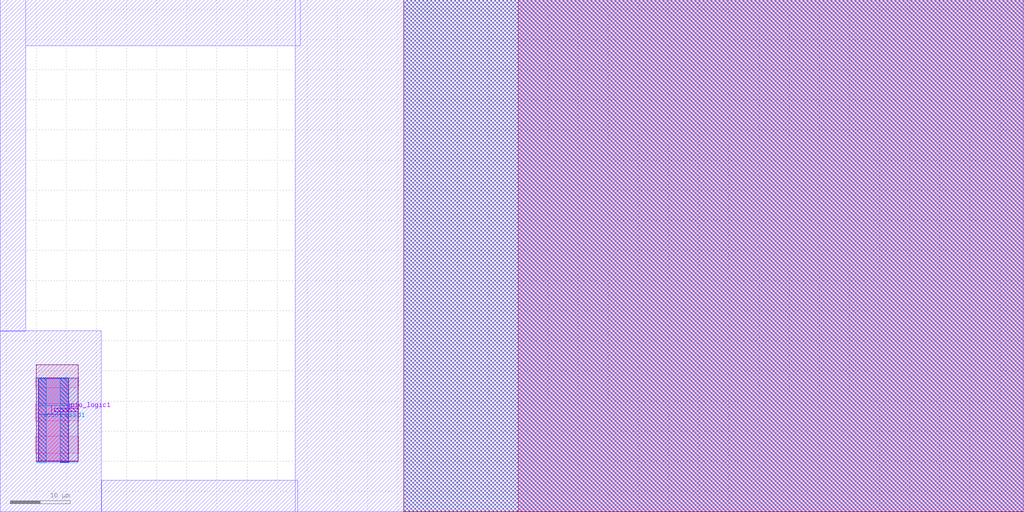
<source format=lef>
# Copyright 2020 The SkyWater PDK Authors
#
# Licensed under the Apache License, Version 2.0 (the "License");
# you may not use this file except in compliance with the License.
# You may obtain a copy of the License at
#
#     https://www.apache.org/licenses/LICENSE-2.0
#
# Unless required by applicable law or agreed to in writing, software
# distributed under the License is distributed on an "AS IS" BASIS,
# WITHOUT WARRANTIES OR CONDITIONS OF ANY KIND, either express or implied.
# See the License for the specific language governing permissions and
# limitations under the License.
#
# SPDX-License-Identifier: Apache-2.0

VERSION 5.7 ;

BUSBITCHARS "[]" ;
DIVIDERCHAR "/" ;

UNITS
  TIME NANOSECONDS 1 ;
  CAPACITANCE PICOFARADS 1 ;
  RESISTANCE OHMS 1 ;
  DATABASE MICRONS 1000 ;
END UNITS

MANUFACTURINGGRID 0.005 ;
USEMINSPACING OBS OFF ;

PROPERTYDEFINITIONS
  LAYER LEF58_TYPE STRING ;
END PROPERTYDEFINITIONS

# High density, single height
SITE unithd
  SYMMETRY Y ;
  CLASS CORE ;
  SIZE 0.46 BY 2.72 ;
END unithd

# High density, double height
SITE unithddbl
  SYMMETRY Y ;
  CLASS CORE ;
  SIZE 0.46 BY 5.44 ;
END unithddbl

LAYER nwell
  TYPE MASTERSLICE ;
  PROPERTY LEF58_TYPE "TYPE NWELL ;" ;
END nwell

LAYER pwell
  TYPE MASTERSLICE ;
  PROPERTY LEF58_TYPE "TYPE PWELL ;" ;
END pwell

LAYER li1
  TYPE ROUTING ;
  DIRECTION VERTICAL ;

  PITCH 0.46 0.34 ;
  OFFSET 0.23 0.17 ;

  WIDTH 0.17 ;          # LI 1
  # SPACING  0.17 ;     # LI 2
  SPACINGTABLE
     PARALLELRUNLENGTH 0
     WIDTH 0 0.17 ;
  AREA 0.0561 ;         # LI 6
  THICKNESS 0.1 ;
  EDGECAPACITANCE 40.697E-6 ;
  CAPACITANCE CPERSQDIST 36.9866E-6 ;
  RESISTANCE RPERSQ 9.2 ;

  ANTENNAMODEL OXIDE1 ;
  ANTENNADIFFSIDEAREARATIO PWL ( ( 0 75 ) ( 0.0125 75 ) ( 0.0225 85.125 ) ( 22.5 10200 ) ) ;
END li1

LAYER mcon
  TYPE CUT ;

  WIDTH 0.17 ;                # Mcon 1
  SPACING 0.19 ;              # Mcon 2
  ENCLOSURE BELOW 0 0 ;       # Mcon 4
  ENCLOSURE ABOVE 0.03 0.06 ; # Met1 4 / Met1 5
  RESISTANCE 1.6 ;

  ANTENNADIFFAREARATIO PWL ( ( 0 3 ) ( 0.0125 3 ) ( 0.0225 3.405 ) ( 22.5 408 ) ) ;
  DCCURRENTDENSITY AVERAGE 0.36 ; # mA per via Iavg_max at Tj = 90oC

END mcon

LAYER met1
  TYPE ROUTING ;
  DIRECTION HORIZONTAL ;

  PITCH 0.34 ;
  OFFSET 0.17 ;

  WIDTH 0.14 ;                     # Met1 1
  # SPACING 0.14 ;                 # Met1 2
  # SPACING 0.28 RANGE 3.001 100 ; # Met1 3b
  SPACINGTABLE
     PARALLELRUNLENGTH 0
     WIDTH 0 0.14
     WIDTH 3 0.28 ;
  AREA 0.083 ;                     # Met1 6
  THICKNESS 0.35 ;
  MINENCLOSEDAREA 0.14 ;

  ANTENNAMODEL OXIDE1 ;
  ANTENNADIFFSIDEAREARATIO PWL ( ( 0 400 ) ( 0.0125 400 ) ( 0.0225 2609 ) ( 22.5 11600 ) ) ;

  EDGECAPACITANCE 40.567E-6 ;
  CAPACITANCE CPERSQDIST 25.7784E-6 ;
  DCCURRENTDENSITY AVERAGE 2.8 ; # mA/um Iavg_max at Tj = 90oC
  ACCURRENTDENSITY RMS 6.1 ; # mA/um Irms_max at Tj = 90oC
  MAXIMUMDENSITY 70 ;
  DENSITYCHECKWINDOW 700 700 ;
  DENSITYCHECKSTEP 70 ;

  RESISTANCE RPERSQ 0.105 ;
END met1

LAYER via
  TYPE CUT ;
  WIDTH 0.15 ;                  # Via 1a
  SPACING 0.17 ;                # Via 2
  ENCLOSURE BELOW 0.055 0.085 ; # Via 4a / Via 5a
  ENCLOSURE ABOVE 0.055 0.085 ; # Met2 4 / Met2 5
  RESISTANCE 2.0 ;

  ANTENNADIFFAREARATIO PWL ( ( 0 6 ) ( 0.0125 6 ) ( 0.0225 6.81 ) ( 22.5 816 ) ) ;
  DCCURRENTDENSITY AVERAGE 0.29 ; # mA per via Iavg_max at Tj = 90oC
END via

LAYER met2
  TYPE ROUTING ;
  DIRECTION VERTICAL ;

  PITCH 0.46 ;
  OFFSET 0.23 ;

  WIDTH 0.14 ;                        # Met2 1
  # SPACING  0.14 ;                   # Met2 2
  # SPACING  0.28 RANGE 3.001 100 ;   # Met2 3b
  SPACINGTABLE
     PARALLELRUNLENGTH 0
     WIDTH 0 0.14
     WIDTH 3 0.28 ;
  AREA 0.0676 ;                       # Met2 6
  THICKNESS 0.35 ;
  MINENCLOSEDAREA 0.14 ;

  EDGECAPACITANCE 37.759E-6 ;
  CAPACITANCE CPERSQDIST 16.9423E-6 ;
  RESISTANCE RPERSQ 0.105 ;
  DCCURRENTDENSITY AVERAGE 2.8 ; # mA/um Iavg_max at Tj = 90oC
  ACCURRENTDENSITY RMS 6.1 ; # mA/um Irms_max at Tj = 90oC

  ANTENNAMODEL OXIDE1 ;
  ANTENNADIFFSIDEAREARATIO PWL ( ( 0 400 ) ( 0.0125 400 ) ( 0.0225 2609 ) ( 22.5 11600 ) ) ;

  MAXIMUMDENSITY 70 ;
  DENSITYCHECKWINDOW 700 700 ;
  DENSITYCHECKSTEP 70 ;
END met2

# ******** Layer via2, type routing, number 44 **************
LAYER via2
  TYPE CUT ;
  WIDTH 0.2 ;                   # Via2 1
  SPACING 0.2 ;                 # Via2 2
  ENCLOSURE BELOW 0.04 0.085 ;  # Via2 4
  ENCLOSURE ABOVE 0.065 0.065 ; # Met3 4
  RESISTANCE 0.5 ;
  ANTENNADIFFAREARATIO PWL ( ( 0 6 ) ( 0.0125 6 ) ( 0.0225 6.81 ) ( 22.5 816 ) ) ;
  DCCURRENTDENSITY AVERAGE 0.48 ; # mA per via Iavg_max at Tj = 90oC
END via2

LAYER met3
  TYPE ROUTING ;
  DIRECTION HORIZONTAL ;

  PITCH 0.68 ;
  OFFSET 0.34 ;

  WIDTH 0.3 ;              # Met3 1
  # SPACING 0.3 ;          # Met3 2
  SPACINGTABLE
     PARALLELRUNLENGTH 0
     WIDTH 0 0.3
     WIDTH 3 0.4 ;
  AREA 0.24 ;              # Met3 6
  THICKNESS 0.8 ;

  EDGECAPACITANCE 40.989E-6 ;
  CAPACITANCE CPERSQDIST 12.3729E-6 ;
  RESISTANCE RPERSQ 0.038 ;
  DCCURRENTDENSITY AVERAGE 6.8 ; # mA/um Iavg_max at Tj = 90oC
  ACCURRENTDENSITY RMS 14.9 ; # mA/um Irms_max at Tj = 90oC

  ANTENNAMODEL OXIDE1 ;
  ANTENNADIFFSIDEAREARATIO PWL ( ( 0 400 ) ( 0.0125 400 ) ( 0.0225 2609 ) ( 22.5 11600 ) ) ;

  MAXIMUMDENSITY 70 ;
  DENSITYCHECKWINDOW 700 700 ;
  DENSITYCHECKSTEP 70 ;
END met3

LAYER via3
  TYPE CUT ;
  WIDTH 0.2 ;                   # Via3 1
  SPACING 0.2 ;                 # Via3 2
  ENCLOSURE BELOW 0.06 0.09 ;   # Via3 4 / Via3 5
  ENCLOSURE ABOVE 0.065 0.065 ; # Met4 3
  RESISTANCE 0.5 ;
  ANTENNADIFFAREARATIO PWL ( ( 0 6 ) ( 0.0125 6 ) ( 0.0225 6.81 ) ( 22.5 816 ) ) ;
  DCCURRENTDENSITY AVERAGE 0.48 ; # mA per via Iavg_max at Tj = 90oC
END via3

LAYER met4
  TYPE ROUTING ;
  DIRECTION VERTICAL ;

  PITCH 0.92 ;
  OFFSET 0.46 ;

  WIDTH 0.3 ;             # Met4 1
  # SPACING  0.3 ;             # Met4 2
  SPACINGTABLE
     PARALLELRUNLENGTH 0
     WIDTH 0 0.3
     WIDTH 3 0.4 ;
  AREA 0.24 ;            # Met4 4a

  THICKNESS 0.8 ;

  EDGECAPACITANCE 36.676E-6 ;
  CAPACITANCE CPERSQDIST 8.41537E-6 ;
  RESISTANCE RPERSQ 0.038 ;
  DCCURRENTDENSITY AVERAGE 6.8 ; # mA/um Iavg_max at Tj = 90oC
  ACCURRENTDENSITY RMS 14.9 ; # mA/um Irms_max at Tj = 90oC

  ANTENNAMODEL OXIDE1 ;
  ANTENNADIFFSIDEAREARATIO PWL ( ( 0 400 ) ( 0.0125 400 ) ( 0.0225 2609 ) ( 22.5 11600 ) ) ;

  MAXIMUMDENSITY 70 ;
  DENSITYCHECKWINDOW 700 700 ;
  DENSITYCHECKSTEP 70 ;
END met4

LAYER via4
  TYPE CUT ;

  WIDTH 0.8 ;                 # Via4 1
  SPACING 0.8 ;               # Via4 2
  ENCLOSURE BELOW 0.19 0.19 ; # Via4 4
  ENCLOSURE ABOVE 0.31 0.31 ; # Met5 3
  RESISTANCE 0.012 ;
  ANTENNADIFFAREARATIO PWL ( ( 0 6 ) ( 0.0125 6 ) ( 0.0225 6.81 ) ( 22.5 816 ) ) ;
  DCCURRENTDENSITY AVERAGE 2.49 ; # mA per via Iavg_max at Tj = 90oC
END via4

LAYER met5
  TYPE ROUTING ;
  DIRECTION HORIZONTAL ;

  PITCH 3.4 ;
  OFFSET 1.7 ;

  WIDTH 1.6 ;            # Met5 1
  #SPACING  1.6 ;        # Met5 2
  SPACINGTABLE
     PARALLELRUNLENGTH 0
     WIDTH 0 1.6 ;
  AREA 4 ;               # Met5 4

  THICKNESS 1.2 ;

  EDGECAPACITANCE 38.851E-6 ;
  CAPACITANCE CPERSQDIST 6.32063E-6 ;
  RESISTANCE RPERSQ 0.0212 ;
  DCCURRENTDENSITY AVERAGE 10.17 ; # mA/um Iavg_max at Tj = 90oC
  ACCURRENTDENSITY RMS 22.34 ; # mA/um Irms_max at Tj = 90oC

  ANTENNAMODEL OXIDE1 ;
  ANTENNADIFFSIDEAREARATIO PWL ( ( 0 400 ) ( 0.0125 400 ) ( 0.0225 2609 ) ( 22.5 11600 ) ) ;
END met5


### Routing via cells section   ###
# Plus via rule, metals are along the prefered direction
VIA L1M1_PR DEFAULT
  LAYER mcon ;
  RECT -0.085 -0.085 0.085 0.085 ;
  LAYER li1 ;
  RECT -0.085 -0.085 0.085 0.085 ;
  LAYER met1 ;
  RECT -0.145 -0.115 0.145 0.115 ;
END L1M1_PR

VIARULE L1M1_PR GENERATE
  LAYER li1 ;
  ENCLOSURE 0 0 ;
  LAYER met1 ;
  ENCLOSURE 0.06 0.03 ;
  LAYER mcon ;
  RECT -0.085 -0.085 0.085 0.085 ;
  SPACING 0.36 BY 0.36 ;
END L1M1_PR

# Plus via rule, metals are along the non prefered direction
VIA L1M1_PR_R DEFAULT
  LAYER mcon ;
  RECT -0.085 -0.085 0.085 0.085 ;
  LAYER li1 ;
  RECT -0.085 -0.085 0.085 0.085 ;
  LAYER met1 ;
  RECT -0.115 -0.145 0.115 0.145 ;
END L1M1_PR_R

VIARULE L1M1_PR_R GENERATE
  LAYER li1 ;
  ENCLOSURE 0 0 ;
  LAYER met1 ;
  ENCLOSURE 0.03 0.06 ;
  LAYER mcon ;
  RECT -0.085 -0.085 0.085 0.085 ;
  SPACING 0.36 BY 0.36 ;
END L1M1_PR_R

# Minus via rule, lower layer metal is along prefered direction
VIA L1M1_PR_M DEFAULT
  LAYER mcon ;
  RECT -0.085 -0.085 0.085 0.085 ;
  LAYER li1 ;
  RECT -0.085 -0.085 0.085 0.085 ;
  LAYER met1 ;
  RECT -0.115 -0.145 0.115 0.145 ;
END L1M1_PR_M

VIARULE L1M1_PR_M GENERATE
  LAYER li1 ;
  ENCLOSURE 0 0 ;
  LAYER met1 ;
  ENCLOSURE 0.03 0.06 ;
  LAYER mcon ;
  RECT -0.085 -0.085 0.085 0.085 ;
  SPACING 0.36 BY 0.36 ;
END L1M1_PR_M

# Minus via rule, upper layer metal is along prefered direction
VIA L1M1_PR_MR DEFAULT
  LAYER mcon ;
  RECT -0.085 -0.085 0.085 0.085 ;
  LAYER li1 ;
  RECT -0.085 -0.085 0.085 0.085 ;
  LAYER met1 ;
  RECT -0.145 -0.115 0.145 0.115 ;
END L1M1_PR_MR

VIARULE L1M1_PR_MR GENERATE
  LAYER li1 ;
  ENCLOSURE 0 0 ;
  LAYER met1 ;
  ENCLOSURE 0.06 0.03 ;
  LAYER mcon ;
  RECT -0.085 -0.085 0.085 0.085 ;
  SPACING 0.36 BY 0.36 ;
END L1M1_PR_MR

# Centered via rule, we really do not want to use it
VIA L1M1_PR_C DEFAULT
  LAYER mcon ;
  RECT -0.085 -0.085 0.085 0.085 ;
  LAYER li1 ;
  RECT -0.085 -0.085 0.085 0.085 ;
  LAYER met1 ;
  RECT -0.145 -0.145 0.145 0.145 ;
END L1M1_PR_C

VIARULE L1M1_PR_C GENERATE
  LAYER li1 ;
  ENCLOSURE 0 0 ;
  LAYER met1 ;
  ENCLOSURE 0.06 0.06 ;
  LAYER mcon ;
  RECT -0.085 -0.085 0.085 0.085 ;
  SPACING 0.36 BY 0.36 ;
END L1M1_PR_C

# Plus via rule, metals are along the prefered direction
VIA M1M2_PR DEFAULT
  LAYER via ;
  RECT -0.075 -0.075 0.075 0.075 ;
  LAYER met1 ;
  RECT -0.16 -0.13 0.16 0.13 ;
  LAYER met2 ;
  RECT -0.13 -0.16 0.13 0.16 ;
END M1M2_PR

VIARULE M1M2_PR GENERATE
  LAYER met1 ;
  ENCLOSURE 0.085 0.055 ;
  LAYER met2 ;
  ENCLOSURE 0.055 0.085 ;
  LAYER via ;
  RECT -0.075 -0.075 0.075 0.075 ;
  SPACING 0.32 BY 0.32 ;
END M1M2_PR

# Plus via rule, metals are along the non prefered direction
VIA M1M2_PR_R DEFAULT
  LAYER via ;
  RECT -0.075 -0.075 0.075 0.075 ;
  LAYER met1 ;
  RECT -0.13 -0.16 0.13 0.16 ;
  LAYER met2 ;
  RECT -0.16 -0.13 0.16 0.13 ;
END M1M2_PR_R

VIARULE M1M2_PR_R GENERATE
  LAYER met1 ;
  ENCLOSURE 0.055 0.085 ;
  LAYER met2 ;
  ENCLOSURE 0.085 0.055 ;
  LAYER via ;
  RECT -0.075 -0.075 0.075 0.075 ;
  SPACING 0.32 BY 0.32 ;
END M1M2_PR_R

# Minus via rule, lower layer metal is along prefered direction
VIA M1M2_PR_M DEFAULT
  LAYER via ;
  RECT -0.075 -0.075 0.075 0.075 ;
  LAYER met1 ;
  RECT -0.16 -0.13 0.16 0.13 ;
  LAYER met2 ;
  RECT -0.16 -0.13 0.16 0.13 ;
END M1M2_PR_M

VIARULE M1M2_PR_M GENERATE
  LAYER met1 ;
  ENCLOSURE 0.085 0.055 ;
  LAYER met2 ;
  ENCLOSURE 0.085 0.055 ;
  LAYER via ;
  RECT -0.075 -0.075 0.075 0.075 ;
  SPACING 0.32 BY 0.32 ;
END M1M2_PR_M

# Minus via rule, upper layer metal is along prefered direction
VIA M1M2_PR_MR DEFAULT
  LAYER via ;
  RECT -0.075 -0.075 0.075 0.075 ;
  LAYER met1 ;
  RECT -0.13 -0.16 0.13 0.16 ;
  LAYER met2 ;
  RECT -0.13 -0.16 0.13 0.16 ;
END M1M2_PR_MR

VIARULE M1M2_PR_MR GENERATE
  LAYER met1 ;
  ENCLOSURE 0.055 0.085 ;
  LAYER met2 ;
  ENCLOSURE 0.055 0.085 ;
  LAYER via ;
  RECT -0.075 -0.075 0.075 0.075 ;
  SPACING 0.32 BY 0.32 ;
END M1M2_PR_MR

# Centered via rule, we really do not want to use it
VIA M1M2_PR_C DEFAULT
  LAYER via ;
  RECT -0.075 -0.075 0.075 0.075 ;
  LAYER met1 ;
  RECT -0.16 -0.16 0.16 0.16 ;
  LAYER met2 ;
  RECT -0.16 -0.16 0.16 0.16 ;
END M1M2_PR_C

VIARULE M1M2_PR_C GENERATE
  LAYER met1 ;
  ENCLOSURE 0.085 0.085 ;
  LAYER met2 ;
  ENCLOSURE 0.085 0.085 ;
  LAYER via ;
  RECT -0.075 -0.075 0.075 0.075 ;
  SPACING 0.32 BY 0.32 ;
END M1M2_PR_C

# Plus via rule, metals are along the prefered direction
VIA M2M3_PR DEFAULT
  LAYER via2 ;
  RECT -0.1 -0.1 0.1 0.1 ;
  LAYER met2 ;
  RECT -0.14 -0.185 0.14 0.185 ;
  LAYER met3 ;
  RECT -0.165 -0.165 0.165 0.165 ;
END M2M3_PR

VIARULE M2M3_PR GENERATE
  LAYER met2 ;
  ENCLOSURE 0.04 0.085 ;
  LAYER met3 ;
  ENCLOSURE 0.065 0.065 ;
  LAYER via2 ;
  RECT -0.1 -0.1 0.1 0.1 ;
  SPACING 0.4 BY 0.4 ;
END M2M3_PR

# Plus via rule, metals are along the non prefered direction
VIA M2M3_PR_R DEFAULT
  LAYER via2 ;
  RECT -0.1 -0.1 0.1 0.1 ;
  LAYER met2 ;
  RECT -0.185 -0.14 0.185 0.14 ;
  LAYER met3 ;
  RECT -0.165 -0.165 0.165 0.165 ;
END M2M3_PR_R

VIARULE M2M3_PR_R GENERATE
  LAYER met2 ;
  ENCLOSURE 0.085 0.04 ;
  LAYER met3 ;
  ENCLOSURE 0.065 0.065 ;
  LAYER via2 ;
  RECT -0.1 -0.1 0.1 0.1 ;
  SPACING 0.4 BY 0.4 ;
END M2M3_PR_R

# Minus via rule, lower layer metal is along prefered direction
VIA M2M3_PR_M DEFAULT
  LAYER via2 ;
  RECT -0.1 -0.1 0.1 0.1 ;
  LAYER met2 ;
  RECT -0.14 -0.185 0.14 0.185 ;
  LAYER met3 ;
  RECT -0.165 -0.165 0.165 0.165 ;
END M2M3_PR_M

VIARULE M2M3_PR_M GENERATE
  LAYER met2 ;
  ENCLOSURE 0.04 0.085 ;
  LAYER met3 ;
  ENCLOSURE 0.065 0.065 ;
  LAYER via2 ;
  RECT -0.1 -0.1 0.1 0.1 ;
  SPACING 0.4 BY 0.4 ;
END M2M3_PR_M

# Minus via rule, upper layer metal is along prefered direction
VIA M2M3_PR_MR DEFAULT
  LAYER via2 ;
  RECT -0.1 -0.1 0.1 0.1 ;
  LAYER met2 ;
  RECT -0.185 -0.14 0.185 0.14 ;
  LAYER met3 ;
  RECT -0.165 -0.165 0.165 0.165 ;
END M2M3_PR_MR

VIARULE M2M3_PR_MR GENERATE
  LAYER met2 ;
  ENCLOSURE 0.085 0.04 ;
  LAYER met3 ;
  ENCLOSURE 0.065 0.065 ;
  LAYER via2 ;
  RECT -0.1 -0.1 0.1 0.1 ;
  SPACING 0.4 BY 0.4 ;
END M2M3_PR_MR

# Centered via rule, we really do not want to use it
VIA M2M3_PR_C DEFAULT
  LAYER via2 ;
  RECT -0.1 -0.1 0.1 0.1 ;
  LAYER met2 ;
  RECT -0.185 -0.185 0.185 0.185 ;
  LAYER met3 ;
  RECT -0.165 -0.165 0.165 0.165 ;
END M2M3_PR_C

VIARULE M2M3_PR_C GENERATE
  LAYER met2 ;
  ENCLOSURE 0.085 0.085 ;
  LAYER met3 ;
  ENCLOSURE 0.065 0.065 ;
  LAYER via2 ;
  RECT -0.1 -0.1 0.1 0.1 ;
  SPACING 0.4 BY 0.4 ;
END M2M3_PR_C

# Plus via rule, metals are along the prefered direction
VIA M3M4_PR DEFAULT
  LAYER via3 ;
  RECT -0.1 -0.1 0.1 0.1 ;
  LAYER met3 ;
  RECT -0.19 -0.16 0.19 0.16 ;
  LAYER met4 ;
  RECT -0.165 -0.165 0.165 0.165 ;
END M3M4_PR

VIARULE M3M4_PR GENERATE
  LAYER met3 ;
  ENCLOSURE 0.09 0.06 ;
  LAYER met4 ;
  ENCLOSURE 0.065 0.065 ;
  LAYER via3 ;
  RECT -0.1 -0.1 0.1 0.1 ;
  SPACING 0.4 BY 0.4 ;
END M3M4_PR

# Plus via rule, metals are along the non prefered direction
VIA M3M4_PR_R DEFAULT
  LAYER via3 ;
  RECT -0.1 -0.1 0.1 0.1 ;
  LAYER met3 ;
  RECT -0.16 -0.19 0.16 0.19 ;
  LAYER met4 ;
  RECT -0.165 -0.165 0.165 0.165 ;
END M3M4_PR_R

VIARULE M3M4_PR_R GENERATE
  LAYER met3 ;
  ENCLOSURE 0.06 0.09 ;
  LAYER met4 ;
  ENCLOSURE 0.065 0.065 ;
  LAYER via3 ;
  RECT -0.1 -0.1 0.1 0.1 ;
  SPACING 0.4 BY 0.4 ;
END M3M4_PR_R

# Minus via rule, lower layer metal is along prefered direction
VIA M3M4_PR_M DEFAULT
  LAYER via3 ;
  RECT -0.1 -0.1 0.1 0.1 ;
  LAYER met3 ;
  RECT -0.19 -0.16 0.19 0.16 ;
  LAYER met4 ;
  RECT -0.165 -0.165 0.165 0.165 ;
END M3M4_PR_M

VIARULE M3M4_PR_M GENERATE
  LAYER met3 ;
  ENCLOSURE 0.09 0.06 ;
  LAYER met4 ;
  ENCLOSURE 0.065 0.065 ;
  LAYER via3 ;
  RECT -0.1 -0.1 0.1 0.1 ;
  SPACING 0.4 BY 0.4 ;
END M3M4_PR_M

# Minus via rule, upper layer metal is along prefered direction
VIA M3M4_PR_MR DEFAULT
  LAYER via3 ;
  RECT -0.1 -0.1 0.1 0.1 ;
  LAYER met3 ;
  RECT -0.16 -0.19 0.16 0.19 ;
  LAYER met4 ;
  RECT -0.165 -0.165 0.165 0.165 ;
END M3M4_PR_MR

VIARULE M3M4_PR_MR GENERATE
  LAYER met3 ;
  ENCLOSURE 0.06 0.09 ;
  LAYER met4 ;
  ENCLOSURE 0.065 0.065 ;
  LAYER via3 ;
  RECT -0.1 -0.1 0.1 0.1 ;
  SPACING 0.4 BY 0.4 ;
END M3M4_PR_MR

# Centered via rule, we really do not want to use it
VIA M3M4_PR_C DEFAULT
  LAYER via3 ;
  RECT -0.1 -0.1 0.1 0.1 ;
  LAYER met3 ;
  RECT -0.19 -0.19 0.19 0.19 ;
  LAYER met4 ;
  RECT -0.165 -0.165 0.165 0.165 ;
END M3M4_PR_C

VIARULE M3M4_PR_C GENERATE
  LAYER met3 ;
  ENCLOSURE 0.09 0.09 ;
  LAYER met4 ;
  ENCLOSURE 0.065 0.065 ;
  LAYER via3 ;
  RECT -0.1 -0.1 0.1 0.1 ;
  SPACING 0.4 BY 0.4 ;
END M3M4_PR_C

# Plus via rule, metals are along the prefered direction
VIA M4M5_PR DEFAULT
  LAYER via4 ;
  RECT -0.4 -0.4 0.4 0.4 ;
  LAYER met4 ;
  RECT -0.59 -0.59 0.59 0.59 ;
  LAYER met5 ;
  RECT -0.71 -0.71 0.71 0.71 ;
END M4M5_PR

VIARULE M4M5_PR GENERATE
  LAYER met4 ;
  ENCLOSURE 0.19 0.19 ;
  LAYER met5 ;
  ENCLOSURE 0.31 0.31 ;
  LAYER via4 ;
  RECT -0.4 -0.4 0.4 0.4 ;
  SPACING 1.6 BY 1.6 ;
END M4M5_PR

# Plus via rule, metals are along the non prefered direction
VIA M4M5_PR_R DEFAULT
  LAYER via4 ;
  RECT -0.4 -0.4 0.4 0.4 ;
  LAYER met4 ;
  RECT -0.59 -0.59 0.59 0.59 ;
  LAYER met5 ;
  RECT -0.71 -0.71 0.71 0.71 ;
END M4M5_PR_R

VIARULE M4M5_PR_R GENERATE
  LAYER met4 ;
  ENCLOSURE 0.19 0.19 ;
  LAYER met5 ;
  ENCLOSURE 0.31 0.31 ;
  LAYER via4 ;
  RECT -0.4 -0.4 0.4 0.4 ;
  SPACING 1.6 BY 1.6 ;
END M4M5_PR_R

# Minus via rule, lower layer metal is along prefered direction
VIA M4M5_PR_M DEFAULT
  LAYER via4 ;
  RECT -0.4 -0.4 0.4 0.4 ;
  LAYER met4 ;
  RECT -0.59 -0.59 0.59 0.59 ;
  LAYER met5 ;
  RECT -0.71 -0.71 0.71 0.71 ;
END M4M5_PR_M

VIARULE M4M5_PR_M GENERATE
  LAYER met4 ;
  ENCLOSURE 0.19 0.19 ;
  LAYER met5 ;
  ENCLOSURE 0.31 0.31 ;
  LAYER via4 ;
  RECT -0.4 -0.4 0.4 0.4 ;
  SPACING 1.6 BY 1.6 ;
END M4M5_PR_M

# Minus via rule, upper layer metal is along prefered direction
VIA M4M5_PR_MR DEFAULT
  LAYER via4 ;
  RECT -0.4 -0.4 0.4 0.4 ;
  LAYER met4 ;
  RECT -0.59 -0.59 0.59 0.59 ;
  LAYER met5 ;
  RECT -0.71 -0.71 0.71 0.71 ;
END M4M5_PR_MR

VIARULE M4M5_PR_MR GENERATE
  LAYER met4 ;
  ENCLOSURE 0.19 0.19 ;
  LAYER met5 ;
  ENCLOSURE 0.31 0.31 ;
  LAYER via4 ;
  RECT -0.4 -0.4 0.4 0.4 ;
  SPACING 1.6 BY 1.6 ;
END M4M5_PR_MR

# Centered via rule, we really do not want to use it
VIA M4M5_PR_C DEFAULT
  LAYER via4 ;
  RECT -0.4 -0.4 0.4 0.4 ;
  LAYER met4 ;
  RECT -0.59 -0.59 0.59 0.59 ;
  LAYER met5 ;
  RECT -0.71 -0.71 0.71 0.71 ;
END M4M5_PR_C

VIARULE M4M5_PR_C GENERATE
  LAYER met4 ;
  ENCLOSURE 0.19 0.19 ;
  LAYER met5 ;
  ENCLOSURE 0.31 0.31 ;
  LAYER via4 ;
  RECT -0.4 -0.4 0.4 0.4 ;
  SPACING 1.6 BY 1.6 ;
END M4M5_PR_C
###  end of single via cells   ###


MACRO sky130_ef_sc_hd__decap_12
  CLASS CORE SPACER ;
  FOREIGN sky130_ef_sc_hd__decap_12 ;
  ORIGIN 0.000 0.000 ;
  SIZE 5.520 BY 2.720 ;
  PIN VGND
    DIRECTION INPUT ;
    USE GROUND ;
    PORT
      LAYER li1 ;
        RECT 1.670 0.630 2.010 1.460 ;
        RECT 0.085 0.085 5.430 0.630 ;
        RECT 0.000 -0.085 5.520 0.085 ;
      LAYER mcon ;
        RECT 0.605 -0.085 0.775 0.085 ;
        RECT 1.065 -0.085 1.235 0.085 ;
        RECT 1.525 -0.085 1.695 0.085 ;
        RECT 1.985 -0.085 2.155 0.085 ;
        RECT 2.445 -0.085 2.615 0.085 ;
        RECT 2.905 -0.085 3.075 0.085 ;
        RECT 3.365 -0.085 3.535 0.085 ;
        RECT 3.825 -0.085 3.995 0.085 ;
        RECT 4.285 -0.085 4.455 0.085 ;
        RECT 4.745 -0.085 4.915 0.085 ;
        RECT 5.205 -0.085 5.375 0.085 ;
      LAYER met1 ;
        RECT 0.000 -0.240 5.520 0.240 ;
    END
  END VGND
  PIN VNB
    DIRECTION INPUT ;
    USE GROUND ;
    PORT
      LAYER pwell ;
        RECT 0.080 -0.130 0.360 0.150 ;
    END
  END VNB
  PIN VPB
    DIRECTION INPUT ;
    USE POWER ;
    PORT
      LAYER nwell ;
        RECT -0.190 1.305 5.710 2.910 ;
    END
  END VPB
  PIN VPWR
    DIRECTION INPUT ;
    USE POWER ;
    PORT
      LAYER li1 ;
        RECT 0.000 2.635 5.520 2.805 ;
        RECT 0.085 2.200 5.430 2.635 ;
        RECT 3.490 0.950 3.840 2.200 ;
      LAYER mcon ;
        RECT 0.605 2.635 0.775 2.805 ;
        RECT 1.065 2.635 1.235 2.805 ;
        RECT 1.525 2.635 1.695 2.805 ;
        RECT 1.985 2.635 2.155 2.805 ;
        RECT 2.445 2.635 2.615 2.805 ;
        RECT 2.905 2.635 3.075 2.805 ;
        RECT 3.365 2.635 3.535 2.805 ;
        RECT 3.825 2.635 3.995 2.805 ;
        RECT 4.285 2.635 4.455 2.805 ;
        RECT 4.745 2.635 4.915 2.805 ;
        RECT 5.205 2.635 5.375 2.805 ;
      LAYER met1 ;
        RECT 0.000 2.480 5.520 2.960 ;
    END
  END VPWR
END sky130_ef_sc_hd__decap_12
MACRO sky130_ef_sc_hd__fakediode_2
  CLASS CORE SPACER ;
  FOREIGN sky130_ef_sc_hd__fakediode_2 ;
  ORIGIN  0.000000  0.000000 ;
  SIZE  0.920000 BY  2.720000 ;
  SYMMETRY X Y R90 ;
  SITE unithd ;
  PIN DIODE
    DIRECTION INPUT ;
    USE SIGNAL ;
    PORT
      LAYER li1 ;
        RECT 0.085000 0.255000 0.835000 2.465000 ;
    END
  END DIODE
  PIN VGND
    DIRECTION INOUT ;
    SHAPE ABUTMENT ;
    USE GROUND ;
    PORT
      LAYER met1 ;
        RECT 0.000000 -0.240000 0.920000 0.240000 ;
    END
  END VGND
  PIN VNB
    DIRECTION INOUT ;
    USE GROUND ;
    PORT
      LAYER pwell ;
        RECT 0.145000 -0.085000 0.315000 0.085000 ;
    END
  END VNB
  PIN VPB
    DIRECTION INOUT ;
    USE POWER ;
    PORT
      LAYER nwell ;
        RECT -0.190000 1.305000 1.110000 2.910000 ;
    END
  END VPB
  PIN VPWR
    DIRECTION INOUT ;
    SHAPE ABUTMENT ;
    USE POWER ;
    PORT
      LAYER met1 ;
        RECT 0.000000 2.480000 0.920000 2.960000 ;
    END
  END VPWR
  OBS
    LAYER li1 ;
      RECT 0.000000 -0.085000 0.920000 0.085000 ;
      RECT 0.000000  2.635000 0.920000 2.805000 ;
    LAYER mcon ;
      RECT 0.145000 -0.085000 0.315000 0.085000 ;
      RECT 0.145000  2.635000 0.315000 2.805000 ;
      RECT 0.605000 -0.085000 0.775000 0.085000 ;
      RECT 0.605000  2.635000 0.775000 2.805000 ;
  END
END sky130_ef_sc_hd__fakediode_2
MACRO sky130_ef_sc_hd__fill_8
  CLASS CORE SPACER ;
  SOURCE USER ;
  ORIGIN  0.000000  0.000000 ;
  SIZE  3.680000 BY  2.720000 ;
  SYMMETRY X Y R90 ;
  SITE unithd ;
  PIN VGND
    DIRECTION INOUT ;
    SHAPE ABUTMENT ;
    USE GROUND ;
    PORT
      LAYER li1 ;
        RECT 0.000000 -0.085000 3.680000 0.085000 ;
    END
    PORT
      LAYER met1 ;
        RECT 0.000000 -0.240000 3.680000 0.240000 ;
    END
  END VGND
  PIN VPWR
    DIRECTION INOUT ;
    SHAPE ABUTMENT ;
    USE POWER ;
    PORT
      LAYER li1 ;
        RECT 0.000000 2.635000 3.680000 2.805000 ;
    END
    PORT
      LAYER met1 ;
        RECT 0.000000 2.480000 3.680000 2.960000 ;
    END
  END VPWR
  OBS
  END
END sky130_ef_sc_hd__fill_8
MACRO sky130_ef_sc_hd__fill_12
  CLASS CORE SPACER ;
  FOREIGN sky130_ef_sc_hd__fill_12 ;
  ORIGIN 0.000 0.000 ;
  SIZE 5.520 BY 2.720 ;
  SYMMETRY X Y R90 ;
  SITE unithd ;
  OBS
      LAYER nwell ;
        RECT -0.190 1.305 5.710 2.910 ;
      LAYER pwell ;
        RECT 0.145 -0.085 0.315 0.085 ;
        RECT 2.935 -0.060 3.045 0.060 ;
        RECT 4.755 -0.050 4.915 0.060 ;
      LAYER li1 ;
        RECT 0.000 2.635 5.520 2.805 ;
        RECT 0.085 1.545 2.675 2.635 ;
        RECT 0.085 0.855 1.295 1.375 ;
        RECT 1.465 1.025 2.675 1.545 ;
        RECT 0.085 0.085 2.675 0.855 ;
        RECT 0.000 -0.085 5.520 0.085 ;
      LAYER mcon ;
        RECT 0.145 2.635 0.315 2.805 ;
        RECT 0.605 2.635 0.775 2.805 ;
        RECT 1.065 2.635 1.235 2.805 ;
        RECT 1.525 2.635 1.695 2.805 ;
        RECT 1.985 2.635 2.155 2.805 ;
        RECT 2.445 2.635 2.615 2.805 ;
        RECT 2.905 2.635 3.075 2.805 ;
        RECT 3.365 2.635 3.535 2.805 ;
        RECT 3.825 2.635 3.995 2.805 ;
        RECT 4.285 2.635 4.455 2.805 ;
        RECT 4.745 2.635 4.915 2.805 ;
        RECT 5.205 2.635 5.375 2.805 ;
        RECT 0.145 -0.085 0.315 0.085 ;
        RECT 0.605 -0.085 0.775 0.085 ;
        RECT 1.065 -0.085 1.235 0.085 ;
        RECT 1.525 -0.085 1.695 0.085 ;
        RECT 1.985 -0.085 2.155 0.085 ;
        RECT 2.445 -0.085 2.615 0.085 ;
        RECT 2.905 -0.085 3.075 0.085 ;
        RECT 3.365 -0.085 3.535 0.085 ;
        RECT 3.825 -0.085 3.995 0.085 ;
        RECT 4.285 -0.085 4.455 0.085 ;
        RECT 4.745 -0.085 4.915 0.085 ;
        RECT 5.205 -0.085 5.375 0.085 ;
      LAYER met1 ;
        RECT 0.000 2.480 5.520 2.960 ;
        RECT 0.000 -0.240 5.520 0.240 ;
  END
END sky130_ef_sc_hd__fill_12
MACRO sky130_fd_sc_hd__a2bb2o_1
  CLASS CORE ;
  FOREIGN sky130_fd_sc_hd__a2bb2o_1 ;
  ORIGIN 0.000 0.000 ;
  SIZE 3.680 BY 2.720 ;
  SYMMETRY X Y R90 ;
  SITE unithd ;
  PIN A1_N
    DIRECTION INPUT ;
    USE SIGNAL ;
    ANTENNAGATEAREA 0.126000 ;
    PORT
      LAYER li1 ;
        RECT 0.910 0.995 1.240 1.615 ;
    END
  END A1_N
  PIN A2_N
    DIRECTION INPUT ;
    USE SIGNAL ;
    ANTENNAGATEAREA 0.126000 ;
    PORT
      LAYER li1 ;
        RECT 1.410 0.995 1.700 1.375 ;
    END
  END A2_N
  PIN B1
    DIRECTION INPUT ;
    USE SIGNAL ;
    ANTENNAGATEAREA 0.126000 ;
    PORT
      LAYER li1 ;
        RECT 3.280 0.765 3.540 1.655 ;
    END
  END B1
  PIN B2
    DIRECTION INPUT ;
    USE SIGNAL ;
    ANTENNAGATEAREA 0.126000 ;
    PORT
      LAYER li1 ;
        RECT 2.600 1.355 3.080 1.655 ;
        RECT 2.820 0.765 3.080 1.355 ;
    END
  END B2
  PIN VGND
    DIRECTION INOUT ;
    USE GROUND ;
    SHAPE ABUTMENT ;
    PORT
      LAYER met1 ;
        RECT 0.000 -0.240 3.680 0.240 ;
    END
  END VGND
  PIN VNB
    DIRECTION INOUT ;
    USE GROUND ;
    PORT
      LAYER pwell ;
        RECT 0.005 0.785 0.925 1.015 ;
        RECT 0.005 0.105 3.590 0.785 ;
        RECT 0.150 -0.085 0.320 0.105 ;
    END
  END VNB
  PIN VPB
    DIRECTION INOUT ;
    USE POWER ;
    PORT
      LAYER nwell ;
        RECT -0.190 1.305 3.870 2.910 ;
    END
  END VPB
  PIN VPWR
    DIRECTION INOUT ;
    USE POWER ;
    SHAPE ABUTMENT ;
    PORT
      LAYER met1 ;
        RECT 0.000 2.480 3.680 2.960 ;
    END
  END VPWR
  PIN X
    DIRECTION OUTPUT ;
    USE SIGNAL ;
    ANTENNADIFFAREA 0.429000 ;
    PORT
      LAYER li1 ;
        RECT 0.085 1.525 0.345 2.465 ;
        RECT 0.085 0.810 0.260 1.525 ;
        RECT 0.085 0.255 0.345 0.810 ;
    END
  END X
  OBS
      LAYER li1 ;
        RECT 0.000 2.635 3.680 2.805 ;
        RECT 0.515 2.235 0.845 2.635 ;
        RECT 1.990 2.370 2.245 2.465 ;
        RECT 1.105 2.200 2.245 2.370 ;
        RECT 2.415 2.255 2.745 2.425 ;
        RECT 1.105 1.975 1.275 2.200 ;
        RECT 0.515 1.805 1.275 1.975 ;
        RECT 1.990 2.065 2.245 2.200 ;
        RECT 0.515 1.325 0.685 1.805 ;
        RECT 1.540 1.715 1.710 1.905 ;
        RECT 1.990 1.895 2.400 2.065 ;
        RECT 1.540 1.545 2.060 1.715 ;
        RECT 0.430 0.995 0.685 1.325 ;
        RECT 1.890 0.825 2.060 1.545 ;
        RECT 1.180 0.655 2.060 0.825 ;
        RECT 2.230 0.870 2.400 1.895 ;
        RECT 2.575 2.005 2.745 2.255 ;
        RECT 2.915 2.175 3.165 2.635 ;
        RECT 3.335 2.005 3.515 2.465 ;
        RECT 2.575 1.835 3.515 2.005 ;
        RECT 2.230 0.700 2.580 0.870 ;
        RECT 0.515 0.085 0.945 0.530 ;
        RECT 1.180 0.255 1.350 0.655 ;
        RECT 1.520 0.085 2.240 0.485 ;
        RECT 2.410 0.255 2.580 0.700 ;
        RECT 3.155 0.085 3.555 0.595 ;
        RECT 0.000 -0.085 3.680 0.085 ;
      LAYER mcon ;
        RECT 0.145 2.635 0.315 2.805 ;
        RECT 0.605 2.635 0.775 2.805 ;
        RECT 1.065 2.635 1.235 2.805 ;
        RECT 1.525 2.635 1.695 2.805 ;
        RECT 1.985 2.635 2.155 2.805 ;
        RECT 2.445 2.635 2.615 2.805 ;
        RECT 2.905 2.635 3.075 2.805 ;
        RECT 3.365 2.635 3.535 2.805 ;
        RECT 0.145 -0.085 0.315 0.085 ;
        RECT 0.605 -0.085 0.775 0.085 ;
        RECT 1.065 -0.085 1.235 0.085 ;
        RECT 1.525 -0.085 1.695 0.085 ;
        RECT 1.985 -0.085 2.155 0.085 ;
        RECT 2.445 -0.085 2.615 0.085 ;
        RECT 2.905 -0.085 3.075 0.085 ;
        RECT 3.365 -0.085 3.535 0.085 ;
  END
END sky130_fd_sc_hd__a2bb2o_1
MACRO sky130_fd_sc_hd__a2bb2o_2
  CLASS CORE ;
  FOREIGN sky130_fd_sc_hd__a2bb2o_2 ;
  ORIGIN 0.000 0.000 ;
  SIZE 4.140 BY 2.720 ;
  SYMMETRY X Y R90 ;
  SITE unithd ;
  PIN A1_N
    DIRECTION INPUT ;
    USE SIGNAL ;
    ANTENNAGATEAREA 0.159000 ;
    PORT
      LAYER li1 ;
        RECT 1.345 0.995 1.675 1.615 ;
    END
  END A1_N
  PIN A2_N
    DIRECTION INPUT ;
    USE SIGNAL ;
    ANTENNAGATEAREA 0.159000 ;
    PORT
      LAYER li1 ;
        RECT 1.845 0.995 2.135 1.375 ;
    END
  END A2_N
  PIN B1
    DIRECTION INPUT ;
    USE SIGNAL ;
    ANTENNAGATEAREA 0.159000 ;
    PORT
      LAYER li1 ;
        RECT 3.730 0.765 3.990 1.655 ;
    END
  END B1
  PIN B2
    DIRECTION INPUT ;
    USE SIGNAL ;
    ANTENNAGATEAREA 0.159000 ;
    PORT
      LAYER li1 ;
        RECT 3.050 1.355 3.530 1.655 ;
        RECT 3.270 0.765 3.530 1.355 ;
    END
  END B2
  PIN VGND
    DIRECTION INOUT ;
    USE GROUND ;
    SHAPE ABUTMENT ;
    PORT
      LAYER met1 ;
        RECT 0.000 -0.240 4.140 0.240 ;
    END
  END VGND
  PIN VNB
    DIRECTION INOUT ;
    USE GROUND ;
    PORT
      LAYER pwell ;
        RECT 0.015 0.785 1.360 1.015 ;
        RECT 0.015 0.105 4.040 0.785 ;
        RECT 0.125 -0.085 0.295 0.105 ;
    END
  END VNB
  PIN VPB
    DIRECTION INOUT ;
    USE POWER ;
    PORT
      LAYER nwell ;
        RECT -0.190 1.305 4.330 2.910 ;
    END
  END VPB
  PIN VPWR
    DIRECTION INOUT ;
    USE POWER ;
    SHAPE ABUTMENT ;
    PORT
      LAYER met1 ;
        RECT 0.000 2.480 4.140 2.960 ;
    END
  END VPWR
  PIN X
    DIRECTION OUTPUT ;
    USE SIGNAL ;
    ANTENNADIFFAREA 0.445500 ;
    PORT
      LAYER li1 ;
        RECT 0.525 1.525 0.780 2.465 ;
        RECT 0.525 0.810 0.695 1.525 ;
        RECT 0.525 0.255 0.780 0.810 ;
    END
  END X
  OBS
      LAYER li1 ;
        RECT 0.000 2.635 4.140 2.805 ;
        RECT 0.185 1.445 0.355 2.635 ;
        RECT 0.950 2.235 1.280 2.635 ;
        RECT 2.500 2.370 2.670 2.465 ;
        RECT 1.540 2.200 2.670 2.370 ;
        RECT 2.875 2.255 3.205 2.425 ;
        RECT 1.540 1.975 1.710 2.200 ;
        RECT 0.950 1.805 1.710 1.975 ;
        RECT 2.440 2.065 2.670 2.200 ;
        RECT 0.950 1.325 1.120 1.805 ;
        RECT 1.975 1.715 2.145 1.905 ;
        RECT 2.440 1.895 2.850 2.065 ;
        RECT 1.975 1.545 2.510 1.715 ;
        RECT 0.865 0.995 1.120 1.325 ;
        RECT 0.185 0.085 0.355 0.930 ;
        RECT 2.340 0.825 2.510 1.545 ;
        RECT 1.615 0.655 2.510 0.825 ;
        RECT 2.680 0.870 2.850 1.895 ;
        RECT 3.035 2.005 3.205 2.255 ;
        RECT 3.375 2.175 3.625 2.635 ;
        RECT 3.795 2.005 3.965 2.465 ;
        RECT 3.035 1.835 3.965 2.005 ;
        RECT 2.680 0.700 3.030 0.870 ;
        RECT 0.950 0.085 1.380 0.530 ;
        RECT 1.615 0.255 1.785 0.655 ;
        RECT 1.955 0.085 2.690 0.485 ;
        RECT 2.860 0.255 3.030 0.700 ;
        RECT 3.605 0.085 4.005 0.595 ;
        RECT 0.000 -0.085 4.140 0.085 ;
      LAYER mcon ;
        RECT 0.145 2.635 0.315 2.805 ;
        RECT 0.605 2.635 0.775 2.805 ;
        RECT 1.065 2.635 1.235 2.805 ;
        RECT 1.525 2.635 1.695 2.805 ;
        RECT 1.985 2.635 2.155 2.805 ;
        RECT 2.445 2.635 2.615 2.805 ;
        RECT 2.905 2.635 3.075 2.805 ;
        RECT 3.365 2.635 3.535 2.805 ;
        RECT 3.825 2.635 3.995 2.805 ;
        RECT 0.145 -0.085 0.315 0.085 ;
        RECT 0.605 -0.085 0.775 0.085 ;
        RECT 1.065 -0.085 1.235 0.085 ;
        RECT 1.525 -0.085 1.695 0.085 ;
        RECT 1.985 -0.085 2.155 0.085 ;
        RECT 2.445 -0.085 2.615 0.085 ;
        RECT 2.905 -0.085 3.075 0.085 ;
        RECT 3.365 -0.085 3.535 0.085 ;
        RECT 3.825 -0.085 3.995 0.085 ;
  END
END sky130_fd_sc_hd__a2bb2o_2
MACRO sky130_fd_sc_hd__a2bb2o_4
  CLASS CORE ;
  FOREIGN sky130_fd_sc_hd__a2bb2o_4 ;
  ORIGIN 0.000 0.000 ;
  SIZE 7.360 BY 2.720 ;
  SYMMETRY X Y R90 ;
  SITE unithd ;
  PIN A1_N
    DIRECTION INPUT ;
    USE SIGNAL ;
    ANTENNAGATEAREA 0.495000 ;
    PORT
      LAYER li1 ;
        RECT 3.475 1.445 4.965 1.615 ;
        RECT 3.475 1.325 3.645 1.445 ;
        RECT 3.315 1.075 3.645 1.325 ;
        RECT 4.605 1.075 4.965 1.445 ;
    END
  END A1_N
  PIN A2_N
    DIRECTION INPUT ;
    USE SIGNAL ;
    ANTENNAGATEAREA 0.495000 ;
    PORT
      LAYER li1 ;
        RECT 3.815 1.075 4.435 1.275 ;
    END
  END A2_N
  PIN B1
    DIRECTION INPUT ;
    USE SIGNAL ;
    ANTENNAGATEAREA 0.495000 ;
    PORT
      LAYER li1 ;
        RECT 0.085 1.445 1.685 1.615 ;
        RECT 0.085 1.075 0.575 1.445 ;
        RECT 1.515 1.245 1.685 1.445 ;
        RECT 1.515 1.075 1.895 1.245 ;
    END
  END B1
  PIN B2
    DIRECTION INPUT ;
    USE SIGNAL ;
    ANTENNAGATEAREA 0.495000 ;
    PORT
      LAYER li1 ;
        RECT 0.805 1.075 1.345 1.275 ;
    END
  END B2
  PIN VGND
    DIRECTION INOUT ;
    USE GROUND ;
    SHAPE ABUTMENT ;
    PORT
      LAYER met1 ;
        RECT 0.000 -0.240 7.360 0.240 ;
    END
  END VGND
  PIN VNB
    DIRECTION INOUT ;
    USE GROUND ;
    PORT
      LAYER pwell ;
        RECT 0.005 0.105 6.915 1.015 ;
        RECT 0.150 -0.085 0.320 0.105 ;
    END
  END VNB
  PIN VPB
    DIRECTION INOUT ;
    USE POWER ;
    PORT
      LAYER nwell ;
        RECT -0.190 1.305 7.550 2.910 ;
    END
  END VPB
  PIN VPWR
    DIRECTION INOUT ;
    USE POWER ;
    SHAPE ABUTMENT ;
    PORT
      LAYER met1 ;
        RECT 0.000 2.480 7.360 2.960 ;
    END
  END VPWR
  PIN X
    DIRECTION OUTPUT ;
    USE SIGNAL ;
    ANTENNADIFFAREA 0.891000 ;
    PORT
      LAYER li1 ;
        RECT 5.275 1.955 5.525 2.465 ;
        RECT 6.115 1.955 6.365 2.465 ;
        RECT 5.275 1.785 6.365 1.955 ;
        RECT 6.115 1.655 6.365 1.785 ;
        RECT 6.115 1.415 6.920 1.655 ;
        RECT 6.610 0.905 6.920 1.415 ;
        RECT 5.235 0.725 6.920 0.905 ;
        RECT 5.235 0.275 5.565 0.725 ;
        RECT 6.075 0.275 6.405 0.725 ;
    END
  END X
  OBS
      LAYER li1 ;
        RECT 0.000 2.635 7.360 2.805 ;
        RECT 0.135 1.955 0.385 2.465 ;
        RECT 0.555 2.125 0.805 2.635 ;
        RECT 0.975 1.955 1.225 2.465 ;
        RECT 1.395 2.125 1.645 2.635 ;
        RECT 1.815 2.295 2.905 2.465 ;
        RECT 1.815 1.955 2.065 2.295 ;
        RECT 2.655 2.135 2.905 2.295 ;
        RECT 3.175 2.135 3.425 2.635 ;
        RECT 3.595 2.295 4.685 2.465 ;
        RECT 3.595 2.135 3.845 2.295 ;
        RECT 0.135 1.785 2.065 1.955 ;
        RECT 1.855 1.455 2.065 1.785 ;
        RECT 2.235 1.965 2.485 2.125 ;
        RECT 4.015 1.965 4.265 2.125 ;
        RECT 2.235 1.415 2.620 1.965 ;
        RECT 3.135 1.785 4.265 1.965 ;
        RECT 4.435 1.785 4.685 2.295 ;
        RECT 4.855 1.795 5.105 2.635 ;
        RECT 5.695 2.165 5.945 2.635 ;
        RECT 6.535 1.825 6.785 2.635 ;
        RECT 3.135 1.665 3.305 1.785 ;
        RECT 2.955 1.495 3.305 1.665 ;
        RECT 2.235 0.905 2.445 1.415 ;
        RECT 2.955 1.245 3.145 1.495 ;
        RECT 2.615 1.075 3.145 1.245 ;
        RECT 5.135 1.245 5.460 1.615 ;
        RECT 5.135 1.075 6.440 1.245 ;
        RECT 2.955 0.905 3.145 1.075 ;
        RECT 0.175 0.085 0.345 0.895 ;
        RECT 0.515 0.475 0.765 0.905 ;
        RECT 0.935 0.735 2.525 0.905 ;
        RECT 0.935 0.645 1.270 0.735 ;
        RECT 0.515 0.255 1.685 0.475 ;
        RECT 1.855 0.085 2.025 0.555 ;
        RECT 2.195 0.255 2.525 0.735 ;
        RECT 2.955 0.725 4.725 0.905 ;
        RECT 2.695 0.085 3.385 0.555 ;
        RECT 3.555 0.255 3.885 0.725 ;
        RECT 4.055 0.085 4.225 0.555 ;
        RECT 4.395 0.255 4.725 0.725 ;
        RECT 4.895 0.085 5.065 0.895 ;
        RECT 5.735 0.085 5.905 0.555 ;
        RECT 6.575 0.085 6.745 0.555 ;
        RECT 0.000 -0.085 7.360 0.085 ;
      LAYER mcon ;
        RECT 0.145 2.635 0.315 2.805 ;
        RECT 0.605 2.635 0.775 2.805 ;
        RECT 1.065 2.635 1.235 2.805 ;
        RECT 1.525 2.635 1.695 2.805 ;
        RECT 1.985 2.635 2.155 2.805 ;
        RECT 2.445 2.635 2.615 2.805 ;
        RECT 2.905 2.635 3.075 2.805 ;
        RECT 3.365 2.635 3.535 2.805 ;
        RECT 3.825 2.635 3.995 2.805 ;
        RECT 4.285 2.635 4.455 2.805 ;
        RECT 4.745 2.635 4.915 2.805 ;
        RECT 5.205 2.635 5.375 2.805 ;
        RECT 5.665 2.635 5.835 2.805 ;
        RECT 6.125 2.635 6.295 2.805 ;
        RECT 6.585 2.635 6.755 2.805 ;
        RECT 7.045 2.635 7.215 2.805 ;
        RECT 2.450 1.445 2.620 1.615 ;
        RECT 5.230 1.445 5.400 1.615 ;
        RECT 0.145 -0.085 0.315 0.085 ;
        RECT 0.605 -0.085 0.775 0.085 ;
        RECT 1.065 -0.085 1.235 0.085 ;
        RECT 1.525 -0.085 1.695 0.085 ;
        RECT 1.985 -0.085 2.155 0.085 ;
        RECT 2.445 -0.085 2.615 0.085 ;
        RECT 2.905 -0.085 3.075 0.085 ;
        RECT 3.365 -0.085 3.535 0.085 ;
        RECT 3.825 -0.085 3.995 0.085 ;
        RECT 4.285 -0.085 4.455 0.085 ;
        RECT 4.745 -0.085 4.915 0.085 ;
        RECT 5.205 -0.085 5.375 0.085 ;
        RECT 5.665 -0.085 5.835 0.085 ;
        RECT 6.125 -0.085 6.295 0.085 ;
        RECT 6.585 -0.085 6.755 0.085 ;
        RECT 7.045 -0.085 7.215 0.085 ;
      LAYER met1 ;
        RECT 2.390 1.600 2.680 1.645 ;
        RECT 5.170 1.600 5.460 1.645 ;
        RECT 2.390 1.460 5.460 1.600 ;
        RECT 2.390 1.415 2.680 1.460 ;
        RECT 5.170 1.415 5.460 1.460 ;
  END
END sky130_fd_sc_hd__a2bb2o_4
MACRO sky130_fd_sc_hd__a2bb2oi_1
  CLASS CORE ;
  FOREIGN sky130_fd_sc_hd__a2bb2oi_1 ;
  ORIGIN 0.000 0.000 ;
  SIZE 3.220 BY 2.720 ;
  SYMMETRY X Y R90 ;
  SITE unithd ;
  PIN A1_N
    DIRECTION INPUT ;
    USE SIGNAL ;
    ANTENNAGATEAREA 0.247500 ;
    PORT
      LAYER li1 ;
        RECT 0.150 0.995 0.520 1.615 ;
    END
  END A1_N
  PIN A2_N
    DIRECTION INPUT ;
    USE SIGNAL ;
    ANTENNAGATEAREA 0.247500 ;
    PORT
      LAYER li1 ;
        RECT 0.725 1.010 1.240 1.275 ;
    END
  END A2_N
  PIN B1
    DIRECTION INPUT ;
    USE SIGNAL ;
    ANTENNAGATEAREA 0.247500 ;
    PORT
      LAYER li1 ;
        RECT 2.780 0.995 3.070 1.615 ;
    END
  END B1
  PIN B2
    DIRECTION INPUT ;
    USE SIGNAL ;
    ANTENNAGATEAREA 0.247500 ;
    PORT
      LAYER li1 ;
        RECT 2.245 0.995 2.610 1.615 ;
        RECT 2.440 0.425 2.610 0.995 ;
    END
  END B2
  PIN VGND
    DIRECTION INOUT ;
    USE GROUND ;
    SHAPE ABUTMENT ;
    PORT
      LAYER met1 ;
        RECT 0.000 -0.240 3.220 0.240 ;
    END
  END VGND
  PIN VNB
    DIRECTION INOUT ;
    USE GROUND ;
    PORT
      LAYER pwell ;
        RECT 0.005 0.105 3.215 1.015 ;
        RECT 0.145 -0.085 0.315 0.105 ;
    END
  END VNB
  PIN VPB
    DIRECTION INOUT ;
    USE POWER ;
    PORT
      LAYER nwell ;
        RECT -0.190 1.305 3.410 2.910 ;
    END
  END VPB
  PIN VPWR
    DIRECTION INOUT ;
    USE POWER ;
    SHAPE ABUTMENT ;
    PORT
      LAYER met1 ;
        RECT 0.000 2.480 3.220 2.960 ;
    END
  END VPWR
  PIN Y
    DIRECTION OUTPUT ;
    USE SIGNAL ;
    ANTENNADIFFAREA 0.515500 ;
    PORT
      LAYER li1 ;
        RECT 1.420 1.955 1.785 2.465 ;
        RECT 1.420 1.785 1.945 1.955 ;
        RECT 1.775 0.825 1.945 1.785 ;
        RECT 1.775 0.255 2.205 0.825 ;
    END
  END Y
  OBS
      LAYER li1 ;
        RECT 0.000 2.635 3.220 2.805 ;
        RECT 0.095 1.805 0.425 2.635 ;
        RECT 0.875 1.615 1.205 2.465 ;
        RECT 1.955 2.235 2.285 2.465 ;
        RECT 2.115 1.955 2.285 2.235 ;
        RECT 2.455 2.135 2.705 2.635 ;
        RECT 2.875 1.955 3.130 2.465 ;
        RECT 2.115 1.785 3.130 1.955 ;
        RECT 0.875 1.445 1.580 1.615 ;
        RECT 1.410 0.830 1.580 1.445 ;
        RECT 0.095 0.085 0.425 0.825 ;
        RECT 0.595 0.660 1.580 0.830 ;
        RECT 0.595 0.255 0.765 0.660 ;
        RECT 0.935 0.085 1.605 0.490 ;
        RECT 2.795 0.085 3.125 0.825 ;
        RECT 0.000 -0.085 3.220 0.085 ;
      LAYER mcon ;
        RECT 0.145 2.635 0.315 2.805 ;
        RECT 0.605 2.635 0.775 2.805 ;
        RECT 1.065 2.635 1.235 2.805 ;
        RECT 1.525 2.635 1.695 2.805 ;
        RECT 1.985 2.635 2.155 2.805 ;
        RECT 2.445 2.635 2.615 2.805 ;
        RECT 2.905 2.635 3.075 2.805 ;
        RECT 0.145 -0.085 0.315 0.085 ;
        RECT 0.605 -0.085 0.775 0.085 ;
        RECT 1.065 -0.085 1.235 0.085 ;
        RECT 1.525 -0.085 1.695 0.085 ;
        RECT 1.985 -0.085 2.155 0.085 ;
        RECT 2.445 -0.085 2.615 0.085 ;
        RECT 2.905 -0.085 3.075 0.085 ;
  END
END sky130_fd_sc_hd__a2bb2oi_1
MACRO sky130_fd_sc_hd__a2bb2oi_2
  CLASS CORE ;
  FOREIGN sky130_fd_sc_hd__a2bb2oi_2 ;
  ORIGIN 0.000 0.000 ;
  SIZE 5.520 BY 2.720 ;
  SYMMETRY X Y R90 ;
  SITE unithd ;
  PIN A1_N
    DIRECTION INPUT ;
    USE SIGNAL ;
    ANTENNAGATEAREA 0.495000 ;
    PORT
      LAYER li1 ;
        RECT 3.310 1.075 4.205 1.275 ;
    END
  END A1_N
  PIN A2_N
    DIRECTION INPUT ;
    USE SIGNAL ;
    ANTENNAGATEAREA 0.495000 ;
    PORT
      LAYER li1 ;
        RECT 4.455 1.075 5.435 1.275 ;
    END
  END A2_N
  PIN B1
    DIRECTION INPUT ;
    USE SIGNAL ;
    ANTENNAGATEAREA 0.495000 ;
    PORT
      LAYER li1 ;
        RECT 0.085 1.445 2.030 1.615 ;
        RECT 0.085 1.075 0.710 1.445 ;
        RECT 1.700 1.075 2.030 1.445 ;
    END
  END B1
  PIN B2
    DIRECTION INPUT ;
    USE SIGNAL ;
    ANTENNAGATEAREA 0.495000 ;
    PORT
      LAYER li1 ;
        RECT 0.940 1.075 1.480 1.275 ;
    END
  END B2
  PIN VGND
    DIRECTION INOUT ;
    USE GROUND ;
    SHAPE ABUTMENT ;
    PORT
      LAYER met1 ;
        RECT 0.000 -0.240 5.520 0.240 ;
    END
  END VGND
  PIN VNB
    DIRECTION INOUT ;
    USE GROUND ;
    PORT
      LAYER pwell ;
        RECT 0.140 0.105 5.390 1.015 ;
        RECT 0.145 -0.085 0.315 0.105 ;
    END
  END VNB
  PIN VPB
    DIRECTION INOUT ;
    USE POWER ;
    PORT
      LAYER nwell ;
        RECT -0.190 1.305 5.710 2.910 ;
    END
  END VPB
  PIN VPWR
    DIRECTION INOUT ;
    USE POWER ;
    SHAPE ABUTMENT ;
    PORT
      LAYER met1 ;
        RECT 0.000 2.480 5.520 2.960 ;
    END
  END VPWR
  PIN Y
    DIRECTION OUTPUT ;
    USE SIGNAL ;
    ANTENNADIFFAREA 0.621000 ;
    PORT
      LAYER li1 ;
        RECT 2.370 1.660 2.620 2.125 ;
        RECT 2.370 0.905 2.660 1.660 ;
        RECT 1.070 0.725 2.660 0.905 ;
        RECT 1.070 0.645 1.400 0.725 ;
        RECT 2.330 0.255 2.660 0.725 ;
    END
  END Y
  OBS
      LAYER li1 ;
        RECT 0.000 2.635 5.520 2.805 ;
        RECT 0.270 1.955 0.520 2.465 ;
        RECT 0.690 2.135 0.940 2.635 ;
        RECT 1.110 1.955 1.360 2.465 ;
        RECT 1.530 2.135 1.780 2.635 ;
        RECT 1.950 2.295 3.040 2.465 ;
        RECT 1.950 1.955 2.200 2.295 ;
        RECT 0.270 1.785 2.200 1.955 ;
        RECT 2.790 1.795 3.040 2.295 ;
        RECT 3.310 1.965 3.560 2.465 ;
        RECT 3.730 2.135 3.980 2.635 ;
        RECT 4.150 2.295 5.240 2.465 ;
        RECT 4.150 1.965 4.400 2.295 ;
        RECT 3.310 1.785 4.400 1.965 ;
        RECT 4.570 1.615 4.820 2.125 ;
        RECT 2.950 1.445 4.820 1.615 ;
        RECT 4.990 1.455 5.240 2.295 ;
        RECT 2.950 1.325 3.120 1.445 ;
        RECT 2.830 0.995 3.120 1.325 ;
        RECT 2.950 0.905 3.120 0.995 ;
        RECT 0.310 0.085 0.480 0.895 ;
        RECT 0.650 0.475 0.900 0.895 ;
        RECT 2.950 0.725 4.860 0.905 ;
        RECT 0.650 0.255 1.820 0.475 ;
        RECT 1.990 0.085 2.160 0.555 ;
        RECT 2.830 0.085 3.520 0.555 ;
        RECT 3.690 0.255 4.020 0.725 ;
        RECT 4.190 0.085 4.360 0.555 ;
        RECT 4.530 0.255 4.860 0.725 ;
        RECT 5.030 0.085 5.200 0.905 ;
        RECT 0.000 -0.085 5.520 0.085 ;
      LAYER mcon ;
        RECT 0.145 2.635 0.315 2.805 ;
        RECT 0.605 2.635 0.775 2.805 ;
        RECT 1.065 2.635 1.235 2.805 ;
        RECT 1.525 2.635 1.695 2.805 ;
        RECT 1.985 2.635 2.155 2.805 ;
        RECT 2.445 2.635 2.615 2.805 ;
        RECT 2.905 2.635 3.075 2.805 ;
        RECT 3.365 2.635 3.535 2.805 ;
        RECT 3.825 2.635 3.995 2.805 ;
        RECT 4.285 2.635 4.455 2.805 ;
        RECT 4.745 2.635 4.915 2.805 ;
        RECT 5.205 2.635 5.375 2.805 ;
        RECT 0.145 -0.085 0.315 0.085 ;
        RECT 0.605 -0.085 0.775 0.085 ;
        RECT 1.065 -0.085 1.235 0.085 ;
        RECT 1.525 -0.085 1.695 0.085 ;
        RECT 1.985 -0.085 2.155 0.085 ;
        RECT 2.445 -0.085 2.615 0.085 ;
        RECT 2.905 -0.085 3.075 0.085 ;
        RECT 3.365 -0.085 3.535 0.085 ;
        RECT 3.825 -0.085 3.995 0.085 ;
        RECT 4.285 -0.085 4.455 0.085 ;
        RECT 4.745 -0.085 4.915 0.085 ;
        RECT 5.205 -0.085 5.375 0.085 ;
  END
END sky130_fd_sc_hd__a2bb2oi_2
MACRO sky130_fd_sc_hd__a2bb2oi_4
  CLASS CORE ;
  FOREIGN sky130_fd_sc_hd__a2bb2oi_4 ;
  ORIGIN 0.000 0.000 ;
  SIZE 9.660 BY 2.720 ;
  SYMMETRY X Y R90 ;
  SITE unithd ;
  PIN A1_N
    DIRECTION INPUT ;
    USE SIGNAL ;
    ANTENNAGATEAREA 0.990000 ;
    PORT
      LAYER li1 ;
        RECT 5.945 1.075 7.320 1.275 ;
    END
  END A1_N
  PIN A2_N
    DIRECTION INPUT ;
    USE SIGNAL ;
    ANTENNAGATEAREA 0.990000 ;
    PORT
      LAYER li1 ;
        RECT 7.595 1.075 9.045 1.275 ;
    END
  END A2_N
  PIN B1
    DIRECTION INPUT ;
    USE SIGNAL ;
    ANTENNAGATEAREA 0.990000 ;
    PORT
      LAYER li1 ;
        RECT 1.385 1.445 3.575 1.615 ;
        RECT 1.385 1.285 1.555 1.445 ;
        RECT 0.100 1.075 1.555 1.285 ;
        RECT 3.245 1.075 3.575 1.445 ;
    END
  END B1
  PIN B2
    DIRECTION INPUT ;
    USE SIGNAL ;
    ANTENNAGATEAREA 0.990000 ;
    PORT
      LAYER li1 ;
        RECT 1.725 1.075 3.075 1.275 ;
    END
  END B2
  PIN VGND
    DIRECTION INOUT ;
    USE GROUND ;
    SHAPE ABUTMENT ;
    PORT
      LAYER met1 ;
        RECT 0.000 -0.240 9.660 0.240 ;
    END
  END VGND
  PIN VNB
    DIRECTION INOUT ;
    USE GROUND ;
    PORT
      LAYER pwell ;
        RECT 0.005 0.105 9.435 1.015 ;
        RECT 0.150 -0.085 0.320 0.105 ;
    END
  END VNB
  PIN VPB
    DIRECTION INOUT ;
    USE POWER ;
    PORT
      LAYER nwell ;
        RECT -0.190 1.305 9.850 2.910 ;
    END
  END VPB
  PIN VPWR
    DIRECTION INOUT ;
    USE POWER ;
    SHAPE ABUTMENT ;
    PORT
      LAYER met1 ;
        RECT 0.000 2.480 9.660 2.960 ;
    END
  END VPWR
  PIN Y
    DIRECTION OUTPUT ;
    USE SIGNAL ;
    ANTENNADIFFAREA 1.242000 ;
    PORT
      LAYER li1 ;
        RECT 3.915 1.615 4.165 2.125 ;
        RECT 4.745 1.615 4.965 2.125 ;
        RECT 3.745 1.415 4.965 1.615 ;
        RECT 3.745 0.905 3.915 1.415 ;
        RECT 1.775 0.725 5.045 0.905 ;
        RECT 1.775 0.645 2.995 0.725 ;
        RECT 3.875 0.275 4.205 0.725 ;
        RECT 4.715 0.275 5.045 0.725 ;
    END
  END Y
  OBS
      LAYER li1 ;
        RECT 0.000 2.635 9.660 2.805 ;
        RECT 0.085 1.625 0.425 2.465 ;
        RECT 0.595 1.795 0.805 2.635 ;
        RECT 0.975 1.965 1.215 2.465 ;
        RECT 1.395 2.135 1.645 2.635 ;
        RECT 1.815 1.965 2.065 2.465 ;
        RECT 2.235 2.135 2.485 2.635 ;
        RECT 2.655 1.965 2.905 2.465 ;
        RECT 3.075 2.135 3.325 2.635 ;
        RECT 3.495 2.295 5.465 2.465 ;
        RECT 3.495 1.965 3.745 2.295 ;
        RECT 0.975 1.795 3.745 1.965 ;
        RECT 4.335 1.795 4.575 2.295 ;
        RECT 0.975 1.625 1.215 1.795 ;
        RECT 0.085 1.455 1.215 1.625 ;
        RECT 5.135 1.455 5.465 2.295 ;
        RECT 5.655 1.625 5.985 2.465 ;
        RECT 6.155 1.795 6.365 2.635 ;
        RECT 6.540 1.625 6.780 2.465 ;
        RECT 6.955 1.795 7.205 2.635 ;
        RECT 7.375 2.295 9.310 2.465 ;
        RECT 7.375 1.625 7.625 2.295 ;
        RECT 5.655 1.455 7.625 1.625 ;
        RECT 7.795 1.625 8.045 2.125 ;
        RECT 8.215 1.795 8.465 2.295 ;
        RECT 8.635 1.625 8.885 2.125 ;
        RECT 9.060 1.795 9.310 2.295 ;
        RECT 7.795 1.455 9.575 1.625 ;
        RECT 4.085 1.075 5.725 1.245 ;
        RECT 5.555 0.905 5.725 1.075 ;
        RECT 9.215 0.905 9.575 1.455 ;
        RECT 0.175 0.085 0.345 0.895 ;
        RECT 0.515 0.725 1.605 0.905 ;
        RECT 5.555 0.735 9.575 0.905 ;
        RECT 0.515 0.255 0.845 0.725 ;
        RECT 1.015 0.085 1.185 0.555 ;
        RECT 1.355 0.475 1.605 0.725 ;
        RECT 6.075 0.725 8.925 0.735 ;
        RECT 1.355 0.255 3.365 0.475 ;
        RECT 3.535 0.085 3.705 0.555 ;
        RECT 4.375 0.085 4.545 0.555 ;
        RECT 5.215 0.085 5.905 0.555 ;
        RECT 6.075 0.255 6.405 0.725 ;
        RECT 6.575 0.085 6.745 0.555 ;
        RECT 6.915 0.255 7.245 0.725 ;
        RECT 7.415 0.085 7.585 0.555 ;
        RECT 7.755 0.255 8.085 0.725 ;
        RECT 8.255 0.085 8.425 0.555 ;
        RECT 8.595 0.255 8.925 0.725 ;
        RECT 9.095 0.085 9.265 0.555 ;
        RECT 0.000 -0.085 9.660 0.085 ;
      LAYER mcon ;
        RECT 0.145 2.635 0.315 2.805 ;
        RECT 0.605 2.635 0.775 2.805 ;
        RECT 1.065 2.635 1.235 2.805 ;
        RECT 1.525 2.635 1.695 2.805 ;
        RECT 1.985 2.635 2.155 2.805 ;
        RECT 2.445 2.635 2.615 2.805 ;
        RECT 2.905 2.635 3.075 2.805 ;
        RECT 3.365 2.635 3.535 2.805 ;
        RECT 3.825 2.635 3.995 2.805 ;
        RECT 4.285 2.635 4.455 2.805 ;
        RECT 4.745 2.635 4.915 2.805 ;
        RECT 5.205 2.635 5.375 2.805 ;
        RECT 5.665 2.635 5.835 2.805 ;
        RECT 6.125 2.635 6.295 2.805 ;
        RECT 6.585 2.635 6.755 2.805 ;
        RECT 7.045 2.635 7.215 2.805 ;
        RECT 7.505 2.635 7.675 2.805 ;
        RECT 7.965 2.635 8.135 2.805 ;
        RECT 8.425 2.635 8.595 2.805 ;
        RECT 8.885 2.635 9.055 2.805 ;
        RECT 9.345 2.635 9.515 2.805 ;
        RECT 0.145 -0.085 0.315 0.085 ;
        RECT 0.605 -0.085 0.775 0.085 ;
        RECT 1.065 -0.085 1.235 0.085 ;
        RECT 1.525 -0.085 1.695 0.085 ;
        RECT 1.985 -0.085 2.155 0.085 ;
        RECT 2.445 -0.085 2.615 0.085 ;
        RECT 2.905 -0.085 3.075 0.085 ;
        RECT 3.365 -0.085 3.535 0.085 ;
        RECT 3.825 -0.085 3.995 0.085 ;
        RECT 4.285 -0.085 4.455 0.085 ;
        RECT 4.745 -0.085 4.915 0.085 ;
        RECT 5.205 -0.085 5.375 0.085 ;
        RECT 5.665 -0.085 5.835 0.085 ;
        RECT 6.125 -0.085 6.295 0.085 ;
        RECT 6.585 -0.085 6.755 0.085 ;
        RECT 7.045 -0.085 7.215 0.085 ;
        RECT 7.505 -0.085 7.675 0.085 ;
        RECT 7.965 -0.085 8.135 0.085 ;
        RECT 8.425 -0.085 8.595 0.085 ;
        RECT 8.885 -0.085 9.055 0.085 ;
        RECT 9.345 -0.085 9.515 0.085 ;
  END
END sky130_fd_sc_hd__a2bb2oi_4
MACRO sky130_fd_sc_hd__a21bo_1
  CLASS CORE ;
  FOREIGN sky130_fd_sc_hd__a21bo_1 ;
  ORIGIN 0.000 0.000 ;
  SIZE 3.680 BY 2.720 ;
  SYMMETRY X Y R90 ;
  SITE unithd ;
  PIN A1
    DIRECTION INPUT ;
    USE SIGNAL ;
    ANTENNAGATEAREA 0.247500 ;
    PORT
      LAYER li1 ;
        RECT 1.750 0.995 2.175 1.615 ;
    END
  END A1
  PIN A2
    DIRECTION INPUT ;
    USE SIGNAL ;
    ANTENNAGATEAREA 0.247500 ;
    PORT
      LAYER li1 ;
        RECT 2.370 0.995 2.630 1.615 ;
    END
  END A2
  PIN B1_N
    DIRECTION INPUT ;
    USE SIGNAL ;
    ANTENNAGATEAREA 0.126000 ;
    PORT
      LAYER li1 ;
        RECT 0.105 0.325 0.335 1.665 ;
    END
  END B1_N
  PIN VGND
    DIRECTION INOUT ;
    USE GROUND ;
    SHAPE ABUTMENT ;
    PORT
      LAYER met1 ;
        RECT 0.000 -0.240 3.680 0.240 ;
    END
  END VGND
  PIN VNB
    DIRECTION INOUT ;
    USE GROUND ;
    PORT
      LAYER pwell ;
        RECT 0.145 -0.085 0.315 0.085 ;
    END
  END VNB
  PIN VPB
    DIRECTION INOUT ;
    USE POWER ;
    PORT
      LAYER nwell ;
        RECT -0.190 1.305 3.870 2.910 ;
    END
  END VPB
  PIN VPWR
    DIRECTION INOUT ;
    USE POWER ;
    SHAPE ABUTMENT ;
    PORT
      LAYER met1 ;
        RECT 0.000 2.480 3.680 2.960 ;
    END
  END VPWR
  PIN X
    DIRECTION OUTPUT ;
    USE SIGNAL ;
    ANTENNADIFFAREA 0.429000 ;
    PORT
      LAYER li1 ;
        RECT 3.300 0.265 3.580 2.455 ;
    END
  END X
  OBS
      LAYER pwell ;
        RECT 0.850 0.785 3.675 1.015 ;
        RECT 0.345 0.105 3.675 0.785 ;
      LAYER li1 ;
        RECT 0.000 2.635 3.680 2.805 ;
        RECT 0.105 2.045 0.345 2.435 ;
        RECT 0.515 2.225 0.865 2.635 ;
        RECT 0.105 1.845 0.855 2.045 ;
        RECT 0.515 1.165 0.855 1.845 ;
        RECT 1.035 1.345 1.365 2.455 ;
        RECT 1.535 1.985 1.715 2.455 ;
        RECT 1.885 2.155 2.215 2.635 ;
        RECT 2.390 1.985 2.560 2.455 ;
        RECT 1.535 1.785 2.560 1.985 ;
        RECT 2.825 1.495 3.110 2.635 ;
        RECT 0.515 0.265 0.745 1.165 ;
        RECT 1.035 1.045 1.580 1.345 ;
        RECT 0.945 0.085 1.190 0.865 ;
        RECT 1.360 0.815 1.580 1.045 ;
        RECT 2.840 0.815 3.100 1.325 ;
        RECT 1.360 0.625 3.100 0.815 ;
        RECT 1.360 0.265 1.790 0.625 ;
        RECT 2.370 0.085 3.100 0.455 ;
        RECT 0.000 -0.085 3.680 0.085 ;
      LAYER mcon ;
        RECT 0.145 2.635 0.315 2.805 ;
        RECT 0.605 2.635 0.775 2.805 ;
        RECT 1.065 2.635 1.235 2.805 ;
        RECT 1.525 2.635 1.695 2.805 ;
        RECT 1.985 2.635 2.155 2.805 ;
        RECT 2.445 2.635 2.615 2.805 ;
        RECT 2.905 2.635 3.075 2.805 ;
        RECT 3.365 2.635 3.535 2.805 ;
        RECT 0.145 -0.085 0.315 0.085 ;
        RECT 0.605 -0.085 0.775 0.085 ;
        RECT 1.065 -0.085 1.235 0.085 ;
        RECT 1.525 -0.085 1.695 0.085 ;
        RECT 1.985 -0.085 2.155 0.085 ;
        RECT 2.445 -0.085 2.615 0.085 ;
        RECT 2.905 -0.085 3.075 0.085 ;
        RECT 3.365 -0.085 3.535 0.085 ;
  END
END sky130_fd_sc_hd__a21bo_1
MACRO sky130_fd_sc_hd__a21bo_2
  CLASS CORE ;
  FOREIGN sky130_fd_sc_hd__a21bo_2 ;
  ORIGIN 0.000 0.000 ;
  SIZE 3.680 BY 2.720 ;
  SYMMETRY X Y R90 ;
  SITE unithd ;
  PIN A1
    DIRECTION INPUT ;
    USE SIGNAL ;
    ANTENNAGATEAREA 0.247500 ;
    PORT
      LAYER li1 ;
        RECT 2.685 0.995 3.100 1.615 ;
    END
  END A1
  PIN A2
    DIRECTION INPUT ;
    USE SIGNAL ;
    ANTENNAGATEAREA 0.247500 ;
    PORT
      LAYER li1 ;
        RECT 3.270 0.995 3.560 1.615 ;
    END
  END A2
  PIN B1_N
    DIRECTION INPUT ;
    USE SIGNAL ;
    ANTENNAGATEAREA 0.126000 ;
    PORT
      LAYER li1 ;
        RECT 1.070 1.035 1.525 1.325 ;
        RECT 1.330 0.995 1.525 1.035 ;
    END
  END B1_N
  PIN VGND
    DIRECTION INOUT ;
    USE GROUND ;
    SHAPE ABUTMENT ;
    PORT
      LAYER met1 ;
        RECT 0.000 -0.240 3.680 0.240 ;
    END
  END VGND
  PIN VNB
    DIRECTION INOUT ;
    USE GROUND ;
    PORT
      LAYER pwell ;
        RECT 0.005 0.105 3.655 1.015 ;
        RECT 0.150 -0.085 0.320 0.105 ;
    END
  END VNB
  PIN VPB
    DIRECTION INOUT ;
    USE POWER ;
    PORT
      LAYER nwell ;
        RECT -0.190 1.305 3.870 2.910 ;
    END
  END VPB
  PIN VPWR
    DIRECTION INOUT ;
    USE POWER ;
    SHAPE ABUTMENT ;
    PORT
      LAYER met1 ;
        RECT 0.000 2.480 3.680 2.960 ;
    END
  END VPWR
  PIN X
    DIRECTION OUTPUT ;
    USE SIGNAL ;
    ANTENNADIFFAREA 0.462000 ;
    PORT
      LAYER li1 ;
        RECT 0.595 2.005 0.850 2.425 ;
        RECT 0.150 1.835 0.850 2.005 ;
        RECT 0.150 0.885 0.380 1.835 ;
        RECT 0.150 0.715 0.850 0.885 ;
        RECT 0.520 0.315 0.850 0.715 ;
    END
  END X
  OBS
      LAYER li1 ;
        RECT 0.000 2.635 3.680 2.805 ;
        RECT 0.090 2.255 0.425 2.635 ;
        RECT 1.040 2.275 1.370 2.635 ;
        RECT 1.975 2.105 2.225 2.465 ;
        RECT 1.115 1.895 2.225 2.105 ;
        RECT 1.115 1.665 1.285 1.895 ;
        RECT 0.570 1.495 1.285 1.665 ;
        RECT 1.455 1.555 1.865 1.725 ;
        RECT 0.570 1.075 0.900 1.495 ;
        RECT 1.695 1.325 1.865 1.555 ;
        RECT 2.055 1.675 2.225 1.895 ;
        RECT 2.395 2.015 2.725 2.465 ;
        RECT 2.895 2.185 3.065 2.635 ;
        RECT 3.235 2.015 3.565 2.465 ;
        RECT 2.395 1.845 3.565 2.015 ;
        RECT 2.055 1.505 2.515 1.675 ;
        RECT 1.695 0.995 2.175 1.325 ;
        RECT 0.090 0.085 0.345 0.545 ;
        RECT 1.020 0.085 1.220 0.865 ;
        RECT 1.695 0.825 1.865 0.995 ;
        RECT 1.455 0.655 1.865 0.825 ;
        RECT 2.345 0.825 2.515 1.505 ;
        RECT 2.345 0.635 2.740 0.825 ;
        RECT 1.975 0.085 2.305 0.465 ;
        RECT 3.235 0.085 3.565 0.825 ;
        RECT 0.000 -0.085 3.680 0.085 ;
      LAYER mcon ;
        RECT 0.145 2.635 0.315 2.805 ;
        RECT 0.605 2.635 0.775 2.805 ;
        RECT 1.065 2.635 1.235 2.805 ;
        RECT 1.525 2.635 1.695 2.805 ;
        RECT 1.985 2.635 2.155 2.805 ;
        RECT 2.445 2.635 2.615 2.805 ;
        RECT 2.905 2.635 3.075 2.805 ;
        RECT 3.365 2.635 3.535 2.805 ;
        RECT 0.145 -0.085 0.315 0.085 ;
        RECT 0.605 -0.085 0.775 0.085 ;
        RECT 1.065 -0.085 1.235 0.085 ;
        RECT 1.525 -0.085 1.695 0.085 ;
        RECT 1.985 -0.085 2.155 0.085 ;
        RECT 2.445 -0.085 2.615 0.085 ;
        RECT 2.905 -0.085 3.075 0.085 ;
        RECT 3.365 -0.085 3.535 0.085 ;
  END
END sky130_fd_sc_hd__a21bo_2
MACRO sky130_fd_sc_hd__a21bo_4
  CLASS CORE ;
  FOREIGN sky130_fd_sc_hd__a21bo_4 ;
  ORIGIN 0.000 0.000 ;
  SIZE 5.980 BY 2.720 ;
  SYMMETRY X Y R90 ;
  SITE unithd ;
  PIN A1
    DIRECTION INPUT ;
    USE SIGNAL ;
    ANTENNAGATEAREA 0.495000 ;
    PORT
      LAYER li1 ;
        RECT 4.590 1.010 4.955 1.360 ;
    END
  END A1
  PIN A2
    DIRECTION INPUT ;
    USE SIGNAL ;
    ANTENNAGATEAREA 0.495000 ;
    PORT
      LAYER li1 ;
        RECT 4.245 1.595 5.390 1.765 ;
        RECT 4.245 1.275 4.420 1.595 ;
        RECT 4.025 1.010 4.420 1.275 ;
        RECT 5.220 1.290 5.390 1.595 ;
        RECT 5.220 1.055 5.700 1.290 ;
    END
  END A2
  PIN B1_N
    DIRECTION INPUT ;
    USE SIGNAL ;
    ANTENNAGATEAREA 0.247500 ;
    PORT
      LAYER li1 ;
        RECT 0.500 1.010 0.830 1.625 ;
    END
  END B1_N
  PIN VGND
    DIRECTION INOUT ;
    USE GROUND ;
    SHAPE ABUTMENT ;
    PORT
      LAYER met1 ;
        RECT 0.000 -0.240 5.980 0.240 ;
    END
  END VGND
  PIN VNB
    DIRECTION INOUT ;
    USE GROUND ;
    PORT
      LAYER pwell ;
        RECT 0.080 0.105 5.915 1.015 ;
        RECT 0.145 -0.085 0.315 0.105 ;
    END
  END VNB
  PIN VPB
    DIRECTION INOUT ;
    USE POWER ;
    PORT
      LAYER nwell ;
        RECT -0.190 1.305 6.170 2.910 ;
    END
  END VPB
  PIN VPWR
    DIRECTION INOUT ;
    USE POWER ;
    SHAPE ABUTMENT ;
    PORT
      LAYER met1 ;
        RECT 0.000 2.480 5.980 2.960 ;
    END
  END VPWR
  PIN X
    DIRECTION OUTPUT ;
    USE SIGNAL ;
    ANTENNADIFFAREA 0.924000 ;
    PORT
      LAYER li1 ;
        RECT 1.000 1.595 2.410 1.765 ;
        RECT 1.000 0.785 1.235 1.595 ;
        RECT 1.000 0.615 2.340 0.785 ;
    END
  END X
  OBS
      LAYER li1 ;
        RECT 0.000 2.635 5.980 2.805 ;
        RECT 0.105 2.105 0.550 2.465 ;
        RECT 0.720 2.275 1.050 2.635 ;
        RECT 1.580 2.275 1.910 2.635 ;
        RECT 2.435 2.275 2.770 2.635 ;
        RECT 3.055 2.210 4.065 2.380 ;
        RECT 4.235 2.275 4.565 2.635 ;
        RECT 5.075 2.275 5.405 2.635 ;
        RECT 0.105 1.935 2.870 2.105 ;
        RECT 0.105 1.795 0.565 1.935 ;
        RECT 0.105 0.840 0.330 1.795 ;
        RECT 2.700 1.525 2.870 1.935 ;
        RECT 3.055 1.695 3.225 2.210 ;
        RECT 3.885 2.105 4.065 2.210 ;
        RECT 3.885 1.935 5.825 2.105 ;
        RECT 2.700 1.355 3.305 1.525 ;
        RECT 1.405 1.185 2.530 1.325 ;
        RECT 1.405 0.995 2.810 1.185 ;
        RECT 2.995 0.995 3.305 1.355 ;
        RECT 0.105 0.255 0.540 0.840 ;
        RECT 2.640 0.800 2.810 0.995 ;
        RECT 3.475 0.840 3.645 1.805 ;
        RECT 3.885 1.445 4.065 1.935 ;
        RECT 5.570 1.460 5.825 1.935 ;
        RECT 2.640 0.785 3.010 0.800 ;
        RECT 3.475 0.785 4.965 0.840 ;
        RECT 2.640 0.670 4.965 0.785 ;
        RECT 2.640 0.615 3.645 0.670 ;
        RECT 0.710 0.085 1.050 0.445 ;
        RECT 1.580 0.085 1.910 0.445 ;
        RECT 2.515 0.085 3.285 0.445 ;
        RECT 3.475 0.255 3.645 0.615 ;
        RECT 3.855 0.085 4.185 0.445 ;
        RECT 4.685 0.405 4.965 0.670 ;
        RECT 5.545 0.085 5.825 0.885 ;
        RECT 0.000 -0.085 5.980 0.085 ;
      LAYER mcon ;
        RECT 0.145 2.635 0.315 2.805 ;
        RECT 0.605 2.635 0.775 2.805 ;
        RECT 1.065 2.635 1.235 2.805 ;
        RECT 1.525 2.635 1.695 2.805 ;
        RECT 1.985 2.635 2.155 2.805 ;
        RECT 2.445 2.635 2.615 2.805 ;
        RECT 2.905 2.635 3.075 2.805 ;
        RECT 3.365 2.635 3.535 2.805 ;
        RECT 3.825 2.635 3.995 2.805 ;
        RECT 4.285 2.635 4.455 2.805 ;
        RECT 4.745 2.635 4.915 2.805 ;
        RECT 5.205 2.635 5.375 2.805 ;
        RECT 5.665 2.635 5.835 2.805 ;
        RECT 0.145 -0.085 0.315 0.085 ;
        RECT 0.605 -0.085 0.775 0.085 ;
        RECT 1.065 -0.085 1.235 0.085 ;
        RECT 1.525 -0.085 1.695 0.085 ;
        RECT 1.985 -0.085 2.155 0.085 ;
        RECT 2.445 -0.085 2.615 0.085 ;
        RECT 2.905 -0.085 3.075 0.085 ;
        RECT 3.365 -0.085 3.535 0.085 ;
        RECT 3.825 -0.085 3.995 0.085 ;
        RECT 4.285 -0.085 4.455 0.085 ;
        RECT 4.745 -0.085 4.915 0.085 ;
        RECT 5.205 -0.085 5.375 0.085 ;
        RECT 5.665 -0.085 5.835 0.085 ;
  END
END sky130_fd_sc_hd__a21bo_4
MACRO sky130_fd_sc_hd__a21boi_0
  CLASS CORE ;
  FOREIGN sky130_fd_sc_hd__a21boi_0 ;
  ORIGIN 0.000 0.000 ;
  SIZE 2.760 BY 2.720 ;
  SYMMETRY X Y R90 ;
  SITE unithd ;
  PIN A1
    DIRECTION INPUT ;
    USE SIGNAL ;
    ANTENNAGATEAREA 0.159000 ;
    PORT
      LAYER li1 ;
        RECT 1.780 0.765 2.170 1.615 ;
    END
  END A1
  PIN A2
    DIRECTION INPUT ;
    USE SIGNAL ;
    ANTENNAGATEAREA 0.159000 ;
    PORT
      LAYER li1 ;
        RECT 2.340 0.765 2.615 1.435 ;
    END
  END A2
  PIN B1_N
    DIRECTION INPUT ;
    USE SIGNAL ;
    ANTENNAGATEAREA 0.126000 ;
    PORT
      LAYER li1 ;
        RECT 0.470 1.200 0.895 1.955 ;
    END
  END B1_N
  PIN VGND
    DIRECTION INOUT ;
    USE GROUND ;
    SHAPE ABUTMENT ;
    PORT
      LAYER met1 ;
        RECT 0.000 -0.240 2.760 0.240 ;
    END
  END VGND
  PIN VNB
    DIRECTION INOUT ;
    USE GROUND ;
    PORT
      LAYER pwell ;
        RECT 0.005 0.105 2.755 0.785 ;
        RECT 0.145 -0.085 0.315 0.105 ;
    END
  END VNB
  PIN VPB
    DIRECTION INOUT ;
    USE POWER ;
    PORT
      LAYER nwell ;
        RECT -0.190 1.305 2.950 2.910 ;
    END
  END VPB
  PIN VPWR
    DIRECTION INOUT ;
    USE POWER ;
    SHAPE ABUTMENT ;
    PORT
      LAYER met1 ;
        RECT 0.000 2.480 2.760 2.960 ;
    END
  END VPWR
  PIN Y
    DIRECTION OUTPUT ;
    USE SIGNAL ;
    ANTENNADIFFAREA 0.392200 ;
    PORT
      LAYER li1 ;
        RECT 1.065 1.655 1.305 2.465 ;
        RECT 1.065 1.200 1.610 1.655 ;
        RECT 1.315 0.255 1.610 1.200 ;
    END
  END Y
  OBS
      LAYER li1 ;
        RECT 0.000 2.635 2.760 2.805 ;
        RECT 0.095 2.085 0.355 2.465 ;
        RECT 0.525 2.175 0.855 2.635 ;
        RECT 0.095 1.030 0.300 2.085 ;
        RECT 1.475 2.005 1.805 2.465 ;
        RECT 1.975 2.175 2.165 2.635 ;
        RECT 2.335 2.005 2.665 2.465 ;
        RECT 1.475 1.825 2.665 2.005 ;
        RECT 0.095 0.780 1.145 1.030 ;
        RECT 0.095 0.280 0.380 0.780 ;
        RECT 0.550 0.085 1.145 0.610 ;
        RECT 2.335 0.085 2.665 0.595 ;
        RECT 0.000 -0.085 2.760 0.085 ;
      LAYER mcon ;
        RECT 0.145 2.635 0.315 2.805 ;
        RECT 0.605 2.635 0.775 2.805 ;
        RECT 1.065 2.635 1.235 2.805 ;
        RECT 1.525 2.635 1.695 2.805 ;
        RECT 1.985 2.635 2.155 2.805 ;
        RECT 2.445 2.635 2.615 2.805 ;
        RECT 0.145 -0.085 0.315 0.085 ;
        RECT 0.605 -0.085 0.775 0.085 ;
        RECT 1.065 -0.085 1.235 0.085 ;
        RECT 1.525 -0.085 1.695 0.085 ;
        RECT 1.985 -0.085 2.155 0.085 ;
        RECT 2.445 -0.085 2.615 0.085 ;
  END
END sky130_fd_sc_hd__a21boi_0
MACRO sky130_fd_sc_hd__a21boi_1
  CLASS CORE ;
  FOREIGN sky130_fd_sc_hd__a21boi_1 ;
  ORIGIN 0.000 0.000 ;
  SIZE 2.760 BY 2.720 ;
  SYMMETRY X Y R90 ;
  SITE unithd ;
  PIN A1
    DIRECTION INPUT ;
    USE SIGNAL ;
    ANTENNAGATEAREA 0.247500 ;
    PORT
      LAYER li1 ;
        RECT 1.760 0.995 2.155 1.345 ;
        RECT 1.945 0.375 2.155 0.995 ;
    END
  END A1
  PIN A2
    DIRECTION INPUT ;
    USE SIGNAL ;
    ANTENNAGATEAREA 0.247500 ;
    PORT
      LAYER li1 ;
        RECT 2.350 0.995 2.640 1.345 ;
    END
  END A2
  PIN B1_N
    DIRECTION INPUT ;
    USE SIGNAL ;
    ANTENNAGATEAREA 0.126000 ;
    PORT
      LAYER li1 ;
        RECT 0.105 0.975 0.335 1.665 ;
    END
  END B1_N
  PIN VGND
    DIRECTION INOUT ;
    USE GROUND ;
    SHAPE ABUTMENT ;
    PORT
      LAYER met1 ;
        RECT 0.000 -0.240 2.760 0.240 ;
    END
  END VGND
  PIN VNB
    DIRECTION INOUT ;
    USE GROUND ;
    PORT
      LAYER pwell ;
        RECT 0.785 0.785 2.745 1.015 ;
        RECT 0.295 0.105 2.745 0.785 ;
        RECT 0.295 0.085 0.315 0.105 ;
        RECT 0.145 -0.085 0.315 0.085 ;
    END
  END VNB
  PIN VPB
    DIRECTION INOUT ;
    USE POWER ;
    PORT
      LAYER nwell ;
        RECT -0.190 1.305 2.950 2.910 ;
    END
  END VPB
  PIN VPWR
    DIRECTION INOUT ;
    USE POWER ;
    SHAPE ABUTMENT ;
    PORT
      LAYER met1 ;
        RECT 0.000 2.480 2.760 2.960 ;
    END
  END VPWR
  PIN Y
    DIRECTION OUTPUT ;
    USE SIGNAL ;
    ANTENNADIFFAREA 0.551000 ;
    PORT
      LAYER li1 ;
        RECT 1.045 1.345 1.375 2.455 ;
        RECT 1.045 1.045 1.580 1.345 ;
        RECT 1.335 0.795 1.580 1.045 ;
        RECT 1.335 0.265 1.765 0.795 ;
    END
  END Y
  OBS
      LAYER li1 ;
        RECT 0.000 2.635 2.760 2.805 ;
        RECT 0.095 2.045 0.355 2.435 ;
        RECT 0.525 2.225 0.855 2.635 ;
        RECT 0.095 1.845 0.855 2.045 ;
        RECT 0.515 1.165 0.855 1.845 ;
        RECT 1.545 1.725 1.735 2.455 ;
        RECT 1.905 1.905 2.235 2.635 ;
        RECT 2.415 1.725 2.585 2.455 ;
        RECT 1.545 1.525 2.585 1.725 ;
        RECT 0.515 0.715 0.745 1.165 ;
        RECT 0.365 0.265 0.745 0.715 ;
        RECT 0.925 0.085 1.155 0.865 ;
        RECT 2.325 0.085 2.655 0.815 ;
        RECT 0.000 -0.085 2.760 0.085 ;
      LAYER mcon ;
        RECT 0.145 2.635 0.315 2.805 ;
        RECT 0.605 2.635 0.775 2.805 ;
        RECT 1.065 2.635 1.235 2.805 ;
        RECT 1.525 2.635 1.695 2.805 ;
        RECT 1.985 2.635 2.155 2.805 ;
        RECT 2.445 2.635 2.615 2.805 ;
        RECT 0.145 -0.085 0.315 0.085 ;
        RECT 0.605 -0.085 0.775 0.085 ;
        RECT 1.065 -0.085 1.235 0.085 ;
        RECT 1.525 -0.085 1.695 0.085 ;
        RECT 1.985 -0.085 2.155 0.085 ;
        RECT 2.445 -0.085 2.615 0.085 ;
  END
END sky130_fd_sc_hd__a21boi_1
MACRO sky130_fd_sc_hd__a21boi_2
  CLASS CORE ;
  FOREIGN sky130_fd_sc_hd__a21boi_2 ;
  ORIGIN 0.000 0.000 ;
  SIZE 4.140 BY 2.720 ;
  SYMMETRY X Y R90 ;
  SITE unithd ;
  PIN A1
    DIRECTION INPUT ;
    USE SIGNAL ;
    ANTENNAGATEAREA 0.495000 ;
    PORT
      LAYER li1 ;
        RECT 2.605 0.995 3.215 1.325 ;
    END
  END A1
  PIN A2
    DIRECTION INPUT ;
    USE SIGNAL ;
    ANTENNAGATEAREA 0.495000 ;
    PORT
      LAYER li1 ;
        RECT 2.100 1.495 3.675 1.675 ;
        RECT 2.100 1.245 2.425 1.495 ;
        RECT 2.095 1.075 2.425 1.245 ;
        RECT 3.385 1.295 3.675 1.495 ;
        RECT 3.385 1.035 3.795 1.295 ;
    END
  END A2
  PIN B1_N
    DIRECTION INPUT ;
    USE SIGNAL ;
    ANTENNAGATEAREA 0.126000 ;
    PORT
      LAYER li1 ;
        RECT 0.120 0.765 0.425 1.805 ;
    END
  END B1_N
  PIN VGND
    DIRECTION INOUT ;
    USE GROUND ;
    SHAPE ABUTMENT ;
    PORT
      LAYER met1 ;
        RECT 0.000 -0.240 4.140 0.240 ;
    END
  END VGND
  PIN VNB
    DIRECTION INOUT ;
    USE GROUND ;
    PORT
      LAYER pwell ;
        RECT 0.700 0.785 4.030 1.015 ;
        RECT 0.175 0.105 4.030 0.785 ;
        RECT 0.175 0.085 0.320 0.105 ;
        RECT 0.150 -0.085 0.320 0.085 ;
    END
  END VNB
  PIN VPB
    DIRECTION INOUT ;
    USE POWER ;
    PORT
      LAYER nwell ;
        RECT -0.190 1.305 4.330 2.910 ;
    END
  END VPB
  PIN VPWR
    DIRECTION INOUT ;
    USE POWER ;
    SHAPE ABUTMENT ;
    PORT
      LAYER met1 ;
        RECT 0.000 2.480 4.140 2.960 ;
    END
  END VPWR
  PIN Y
    DIRECTION OUTPUT ;
    USE SIGNAL ;
    ANTENNADIFFAREA 0.627500 ;
    PORT
      LAYER li1 ;
        RECT 1.520 0.785 1.715 2.115 ;
        RECT 1.520 0.615 3.060 0.785 ;
        RECT 1.520 0.255 1.720 0.615 ;
        RECT 2.730 0.255 3.060 0.615 ;
    END
  END Y
  OBS
      LAYER li1 ;
        RECT 0.000 2.635 4.140 2.805 ;
        RECT 0.095 2.080 0.425 2.635 ;
        RECT 1.045 2.285 2.215 2.465 ;
        RECT 0.595 1.285 0.855 2.265 ;
        RECT 1.045 1.795 1.350 2.285 ;
        RECT 1.885 2.025 2.215 2.285 ;
        RECT 2.385 2.195 2.555 2.635 ;
        RECT 2.810 2.105 2.980 2.465 ;
        RECT 3.160 2.275 3.490 2.635 ;
        RECT 3.660 2.105 3.920 2.465 ;
        RECT 2.810 2.025 3.920 2.105 ;
        RECT 1.885 1.855 3.920 2.025 ;
        RECT 0.595 1.070 1.325 1.285 ;
        RECT 0.595 0.530 0.795 1.070 ;
        RECT 0.265 0.360 0.795 0.530 ;
        RECT 0.985 0.085 1.225 0.885 ;
        RECT 1.940 0.085 2.270 0.445 ;
        RECT 3.635 0.085 3.930 0.865 ;
        RECT 0.000 -0.085 4.140 0.085 ;
      LAYER mcon ;
        RECT 0.145 2.635 0.315 2.805 ;
        RECT 0.605 2.635 0.775 2.805 ;
        RECT 1.065 2.635 1.235 2.805 ;
        RECT 1.525 2.635 1.695 2.805 ;
        RECT 1.985 2.635 2.155 2.805 ;
        RECT 2.445 2.635 2.615 2.805 ;
        RECT 2.905 2.635 3.075 2.805 ;
        RECT 3.365 2.635 3.535 2.805 ;
        RECT 3.825 2.635 3.995 2.805 ;
        RECT 0.145 -0.085 0.315 0.085 ;
        RECT 0.605 -0.085 0.775 0.085 ;
        RECT 1.065 -0.085 1.235 0.085 ;
        RECT 1.525 -0.085 1.695 0.085 ;
        RECT 1.985 -0.085 2.155 0.085 ;
        RECT 2.445 -0.085 2.615 0.085 ;
        RECT 2.905 -0.085 3.075 0.085 ;
        RECT 3.365 -0.085 3.535 0.085 ;
        RECT 3.825 -0.085 3.995 0.085 ;
  END
END sky130_fd_sc_hd__a21boi_2
MACRO sky130_fd_sc_hd__a21boi_4
  CLASS CORE ;
  FOREIGN sky130_fd_sc_hd__a21boi_4 ;
  ORIGIN 0.000 0.000 ;
  SIZE 6.900 BY 2.720 ;
  SYMMETRY X Y R90 ;
  SITE unithd ;
  PIN A1
    DIRECTION INPUT ;
    USE SIGNAL ;
    ANTENNAGATEAREA 0.990000 ;
    PORT
      LAYER li1 ;
        RECT 3.545 1.065 4.970 1.310 ;
    END
  END A1
  PIN A2
    DIRECTION INPUT ;
    USE SIGNAL ;
    ANTENNAGATEAREA 0.990000 ;
    PORT
      LAYER li1 ;
        RECT 3.030 1.480 6.450 1.705 ;
        RECT 3.030 1.065 3.375 1.480 ;
        RECT 5.205 1.075 6.450 1.480 ;
    END
  END A2
  PIN B1_N
    DIRECTION INPUT ;
    USE SIGNAL ;
    ANTENNAGATEAREA 0.247500 ;
    PORT
      LAYER li1 ;
        RECT 0.145 1.075 0.650 1.615 ;
        RECT 0.480 0.995 0.650 1.075 ;
    END
  END B1_N
  PIN VGND
    DIRECTION INOUT ;
    USE GROUND ;
    SHAPE ABUTMENT ;
    PORT
      LAYER met1 ;
        RECT 0.000 -0.240 6.900 0.240 ;
    END
  END VGND
  PIN VNB
    DIRECTION INOUT ;
    USE GROUND ;
    PORT
      LAYER pwell ;
        RECT 0.005 0.105 6.695 1.015 ;
        RECT 0.145 -0.085 0.315 0.105 ;
    END
  END VNB
  PIN VPB
    DIRECTION INOUT ;
    USE POWER ;
    PORT
      LAYER nwell ;
        RECT -0.190 1.305 7.090 2.910 ;
    END
  END VPB
  PIN VPWR
    DIRECTION INOUT ;
    USE POWER ;
    SHAPE ABUTMENT ;
    PORT
      LAYER met1 ;
        RECT 0.000 2.480 6.900 2.960 ;
    END
  END VPWR
  PIN Y
    DIRECTION OUTPUT ;
    USE SIGNAL ;
    ANTENNADIFFAREA 1.288000 ;
    PORT
      LAYER li1 ;
        RECT 1.560 1.705 2.725 2.035 ;
        RECT 1.560 1.585 2.860 1.705 ;
        RECT 2.570 0.895 2.860 1.585 ;
        RECT 2.570 0.865 4.885 0.895 ;
        RECT 1.275 0.695 4.885 0.865 ;
        RECT 1.275 0.615 2.325 0.695 ;
        RECT 3.255 0.675 4.885 0.695 ;
        RECT 1.275 0.370 1.465 0.615 ;
        RECT 2.135 0.255 2.325 0.615 ;
    END
  END Y
  OBS
      LAYER li1 ;
        RECT 0.000 2.635 6.900 2.805 ;
        RECT 0.125 2.005 0.455 2.465 ;
        RECT 0.625 2.175 0.885 2.635 ;
        RECT 1.160 2.215 3.095 2.465 ;
        RECT 3.265 2.275 3.595 2.635 ;
        RECT 4.125 2.275 4.455 2.635 ;
        RECT 0.125 1.785 0.990 2.005 ;
        RECT 1.160 1.795 1.355 2.215 ;
        RECT 1.935 2.205 3.095 2.215 ;
        RECT 2.895 2.105 3.095 2.205 ;
        RECT 4.625 2.105 4.815 2.465 ;
        RECT 4.985 2.275 5.315 2.635 ;
        RECT 5.485 2.105 5.665 2.465 ;
        RECT 5.845 2.275 6.175 2.635 ;
        RECT 6.345 2.105 6.605 2.465 ;
        RECT 2.895 1.875 6.605 2.105 ;
        RECT 0.820 1.345 0.990 1.785 ;
        RECT 0.820 1.035 2.400 1.345 ;
        RECT 0.820 0.795 1.105 1.035 ;
        RECT 0.090 0.615 1.105 0.795 ;
        RECT 5.055 0.735 6.175 0.905 ;
        RECT 0.090 0.255 0.445 0.615 ;
        RECT 0.720 0.085 1.105 0.445 ;
        RECT 1.635 0.085 1.965 0.445 ;
        RECT 2.495 0.085 3.085 0.525 ;
        RECT 5.055 0.505 5.315 0.735 ;
        RECT 3.265 0.255 5.315 0.505 ;
        RECT 5.485 0.085 5.675 0.565 ;
        RECT 5.845 0.255 6.175 0.735 ;
        RECT 6.345 0.085 6.605 0.885 ;
        RECT 0.000 -0.085 6.900 0.085 ;
      LAYER mcon ;
        RECT 0.145 2.635 0.315 2.805 ;
        RECT 0.605 2.635 0.775 2.805 ;
        RECT 1.065 2.635 1.235 2.805 ;
        RECT 1.525 2.635 1.695 2.805 ;
        RECT 1.985 2.635 2.155 2.805 ;
        RECT 2.445 2.635 2.615 2.805 ;
        RECT 2.905 2.635 3.075 2.805 ;
        RECT 3.365 2.635 3.535 2.805 ;
        RECT 3.825 2.635 3.995 2.805 ;
        RECT 4.285 2.635 4.455 2.805 ;
        RECT 4.745 2.635 4.915 2.805 ;
        RECT 5.205 2.635 5.375 2.805 ;
        RECT 5.665 2.635 5.835 2.805 ;
        RECT 6.125 2.635 6.295 2.805 ;
        RECT 6.585 2.635 6.755 2.805 ;
        RECT 0.145 -0.085 0.315 0.085 ;
        RECT 0.605 -0.085 0.775 0.085 ;
        RECT 1.065 -0.085 1.235 0.085 ;
        RECT 1.525 -0.085 1.695 0.085 ;
        RECT 1.985 -0.085 2.155 0.085 ;
        RECT 2.445 -0.085 2.615 0.085 ;
        RECT 2.905 -0.085 3.075 0.085 ;
        RECT 3.365 -0.085 3.535 0.085 ;
        RECT 3.825 -0.085 3.995 0.085 ;
        RECT 4.285 -0.085 4.455 0.085 ;
        RECT 4.745 -0.085 4.915 0.085 ;
        RECT 5.205 -0.085 5.375 0.085 ;
        RECT 5.665 -0.085 5.835 0.085 ;
        RECT 6.125 -0.085 6.295 0.085 ;
        RECT 6.585 -0.085 6.755 0.085 ;
  END
END sky130_fd_sc_hd__a21boi_4
MACRO sky130_fd_sc_hd__a21o_1
  CLASS CORE ;
  FOREIGN sky130_fd_sc_hd__a21o_1 ;
  ORIGIN 0.000 0.000 ;
  SIZE 2.760 BY 2.720 ;
  SYMMETRY X Y R90 ;
  SITE unithd ;
  PIN A1
    DIRECTION INPUT ;
    USE SIGNAL ;
    ANTENNAGATEAREA 0.247500 ;
    PORT
      LAYER li1 ;
        RECT 1.660 1.015 2.185 1.325 ;
        RECT 1.955 0.375 2.185 1.015 ;
    END
  END A1
  PIN A2
    DIRECTION INPUT ;
    USE SIGNAL ;
    ANTENNAGATEAREA 0.247500 ;
    PORT
      LAYER li1 ;
        RECT 2.365 0.995 2.665 1.325 ;
    END
  END A2
  PIN B1
    DIRECTION INPUT ;
    USE SIGNAL ;
    ANTENNAGATEAREA 0.247500 ;
    PORT
      LAYER li1 ;
        RECT 1.015 1.015 1.480 1.325 ;
    END
  END B1
  PIN VGND
    DIRECTION INOUT ;
    USE GROUND ;
    SHAPE ABUTMENT ;
    PORT
      LAYER met1 ;
        RECT 0.000 -0.240 2.760 0.240 ;
    END
  END VGND
  PIN VNB
    DIRECTION INOUT ;
    USE GROUND ;
    PORT
      LAYER pwell ;
        RECT 0.015 0.105 2.745 1.015 ;
        RECT 0.145 -0.085 0.315 0.105 ;
    END
  END VNB
  PIN VPB
    DIRECTION INOUT ;
    USE POWER ;
    PORT
      LAYER nwell ;
        RECT -0.190 1.305 2.950 2.910 ;
    END
  END VPB
  PIN VPWR
    DIRECTION INOUT ;
    USE POWER ;
    SHAPE ABUTMENT ;
    PORT
      LAYER met1 ;
        RECT 0.000 2.480 2.760 2.960 ;
    END
  END VPWR
  PIN X
    DIRECTION OUTPUT ;
    USE SIGNAL ;
    ANTENNADIFFAREA 0.429000 ;
    PORT
      LAYER li1 ;
        RECT 0.095 0.265 0.355 2.455 ;
    END
  END X
  OBS
      LAYER li1 ;
        RECT 0.000 2.635 2.760 2.805 ;
        RECT 0.525 1.905 0.865 2.635 ;
        RECT 1.045 1.725 1.315 2.455 ;
        RECT 0.545 1.505 1.315 1.725 ;
        RECT 1.495 1.745 1.725 2.455 ;
        RECT 1.895 1.925 2.225 2.635 ;
        RECT 2.395 1.745 2.655 2.455 ;
        RECT 1.495 1.505 2.655 1.745 ;
        RECT 0.545 0.835 0.835 1.505 ;
        RECT 0.545 0.635 1.775 0.835 ;
        RECT 0.615 0.085 1.285 0.455 ;
        RECT 1.465 0.265 1.775 0.635 ;
        RECT 2.365 0.085 2.655 0.815 ;
        RECT 0.000 -0.085 2.760 0.085 ;
      LAYER mcon ;
        RECT 0.145 2.635 0.315 2.805 ;
        RECT 0.605 2.635 0.775 2.805 ;
        RECT 1.065 2.635 1.235 2.805 ;
        RECT 1.525 2.635 1.695 2.805 ;
        RECT 1.985 2.635 2.155 2.805 ;
        RECT 2.445 2.635 2.615 2.805 ;
        RECT 0.145 -0.085 0.315 0.085 ;
        RECT 0.605 -0.085 0.775 0.085 ;
        RECT 1.065 -0.085 1.235 0.085 ;
        RECT 1.525 -0.085 1.695 0.085 ;
        RECT 1.985 -0.085 2.155 0.085 ;
        RECT 2.445 -0.085 2.615 0.085 ;
  END
END sky130_fd_sc_hd__a21o_1
MACRO sky130_fd_sc_hd__a21o_2
  CLASS CORE ;
  FOREIGN sky130_fd_sc_hd__a21o_2 ;
  ORIGIN 0.000 0.000 ;
  SIZE 3.220 BY 2.720 ;
  SYMMETRY X Y R90 ;
  SITE unithd ;
  PIN A1
    DIRECTION INPUT ;
    USE SIGNAL ;
    ANTENNAGATEAREA 0.247500 ;
    PORT
      LAYER li1 ;
        RECT 2.240 0.365 2.620 1.325 ;
    END
  END A1
  PIN A2
    DIRECTION INPUT ;
    USE SIGNAL ;
    ANTENNAGATEAREA 0.247500 ;
    PORT
      LAYER li1 ;
        RECT 2.810 0.750 3.125 1.325 ;
    END
  END A2
  PIN B1
    DIRECTION INPUT ;
    USE SIGNAL ;
    ANTENNAGATEAREA 0.247500 ;
    PORT
      LAYER li1 ;
        RECT 1.465 0.995 1.790 1.410 ;
    END
  END B1
  PIN VGND
    DIRECTION INOUT ;
    USE GROUND ;
    SHAPE ABUTMENT ;
    PORT
      LAYER met1 ;
        RECT 0.000 -0.240 3.220 0.240 ;
    END
  END VGND
  PIN VNB
    DIRECTION INOUT ;
    USE GROUND ;
    PORT
      LAYER pwell ;
        RECT 0.175 0.105 3.215 1.015 ;
        RECT 0.175 0.085 0.320 0.105 ;
        RECT 0.150 -0.085 0.320 0.085 ;
    END
  END VNB
  PIN VPB
    DIRECTION INOUT ;
    USE POWER ;
    PORT
      LAYER nwell ;
        RECT -0.190 1.305 3.410 2.910 ;
    END
  END VPB
  PIN VPWR
    DIRECTION INOUT ;
    USE POWER ;
    SHAPE ABUTMENT ;
    PORT
      LAYER met1 ;
        RECT 0.000 2.480 3.220 2.960 ;
    END
  END VPWR
  PIN X
    DIRECTION OUTPUT ;
    USE SIGNAL ;
    ANTENNADIFFAREA 0.462000 ;
    PORT
      LAYER li1 ;
        RECT 0.555 0.825 0.785 2.465 ;
        RECT 0.555 0.635 0.955 0.825 ;
        RECT 0.765 0.255 0.955 0.635 ;
    END
  END X
  OBS
      LAYER li1 ;
        RECT 0.000 2.635 3.220 2.805 ;
        RECT 0.095 1.665 0.385 2.635 ;
        RECT 0.955 2.220 1.285 2.635 ;
        RECT 1.475 1.920 1.790 2.465 ;
        RECT 0.955 1.690 1.790 1.920 ;
        RECT 1.960 1.935 2.185 2.465 ;
        RECT 2.355 2.125 2.685 2.635 ;
        RECT 2.855 1.935 3.075 2.465 ;
        RECT 0.955 0.995 1.295 1.690 ;
        RECT 1.960 1.670 3.075 1.935 ;
        RECT 1.125 0.825 1.295 0.995 ;
        RECT 1.125 0.655 1.865 0.825 ;
        RECT 0.265 0.085 0.595 0.465 ;
        RECT 1.125 0.085 1.455 0.445 ;
        RECT 1.675 0.255 1.865 0.655 ;
        RECT 2.805 0.085 3.135 0.565 ;
        RECT 0.000 -0.085 3.220 0.085 ;
      LAYER mcon ;
        RECT 0.145 2.635 0.315 2.805 ;
        RECT 0.605 2.635 0.775 2.805 ;
        RECT 1.065 2.635 1.235 2.805 ;
        RECT 1.525 2.635 1.695 2.805 ;
        RECT 1.985 2.635 2.155 2.805 ;
        RECT 2.445 2.635 2.615 2.805 ;
        RECT 2.905 2.635 3.075 2.805 ;
        RECT 0.145 -0.085 0.315 0.085 ;
        RECT 0.605 -0.085 0.775 0.085 ;
        RECT 1.065 -0.085 1.235 0.085 ;
        RECT 1.525 -0.085 1.695 0.085 ;
        RECT 1.985 -0.085 2.155 0.085 ;
        RECT 2.445 -0.085 2.615 0.085 ;
        RECT 2.905 -0.085 3.075 0.085 ;
  END
END sky130_fd_sc_hd__a21o_2
MACRO sky130_fd_sc_hd__a21o_4
  CLASS CORE ;
  FOREIGN sky130_fd_sc_hd__a21o_4 ;
  ORIGIN 0.000 0.000 ;
  SIZE 5.520 BY 2.720 ;
  SYMMETRY X Y R90 ;
  SITE unithd ;
  PIN A1
    DIRECTION INPUT ;
    USE SIGNAL ;
    ANTENNAGATEAREA 0.495000 ;
    PORT
      LAYER li1 ;
        RECT 3.990 1.010 4.515 1.275 ;
    END
  END A1
  PIN A2
    DIRECTION INPUT ;
    USE SIGNAL ;
    ANTENNAGATEAREA 0.495000 ;
    PORT
      LAYER li1 ;
        RECT 3.645 1.510 4.935 1.680 ;
        RECT 3.645 1.275 3.820 1.510 ;
        RECT 3.425 1.010 3.820 1.275 ;
        RECT 4.685 1.290 4.935 1.510 ;
        RECT 4.685 1.055 5.100 1.290 ;
    END
  END A2
  PIN B1
    DIRECTION INPUT ;
    USE SIGNAL ;
    ANTENNAGATEAREA 0.495000 ;
    PORT
      LAYER li1 ;
        RECT 2.395 0.995 2.705 1.525 ;
    END
  END B1
  PIN VGND
    DIRECTION INOUT ;
    USE GROUND ;
    SHAPE ABUTMENT ;
    PORT
      LAYER met1 ;
        RECT 0.000 -0.240 5.520 0.240 ;
    END
  END VGND
  PIN VNB
    DIRECTION INOUT ;
    USE GROUND ;
    PORT
      LAYER pwell ;
        RECT 0.005 0.105 5.315 1.015 ;
        RECT 0.145 -0.085 0.315 0.105 ;
    END
  END VNB
  PIN VPB
    DIRECTION INOUT ;
    USE POWER ;
    PORT
      LAYER nwell ;
        RECT -0.190 1.305 5.710 2.910 ;
    END
  END VPB
  PIN VPWR
    DIRECTION INOUT ;
    USE POWER ;
    SHAPE ABUTMENT ;
    PORT
      LAYER met1 ;
        RECT 0.000 2.480 5.520 2.960 ;
    END
  END VPWR
  PIN X
    DIRECTION OUTPUT ;
    USE SIGNAL ;
    ANTENNADIFFAREA 0.924000 ;
    PORT
      LAYER li1 ;
        RECT 0.625 1.755 0.795 2.185 ;
        RECT 1.485 1.755 1.735 2.185 ;
        RECT 0.145 1.585 1.735 1.755 ;
        RECT 0.145 0.785 0.630 1.585 ;
        RECT 0.145 0.615 1.735 0.785 ;
    END
  END X
  OBS
      LAYER li1 ;
        RECT 0.000 2.635 5.520 2.805 ;
        RECT 0.115 1.935 0.445 2.635 ;
        RECT 0.975 1.935 1.305 2.635 ;
        RECT 1.915 1.515 2.165 2.635 ;
        RECT 2.455 2.295 3.465 2.465 ;
        RECT 2.455 1.695 2.625 2.295 ;
        RECT 0.800 0.995 2.205 1.325 ;
        RECT 2.035 0.785 2.205 0.995 ;
        RECT 2.875 0.840 3.045 2.125 ;
        RECT 3.285 2.020 3.465 2.295 ;
        RECT 3.635 2.275 3.965 2.635 ;
        RECT 4.135 2.020 4.305 2.465 ;
        RECT 4.475 2.275 4.805 2.635 ;
        RECT 5.030 2.020 5.360 2.395 ;
        RECT 3.285 1.850 5.360 2.020 ;
        RECT 3.285 1.445 3.465 1.850 ;
        RECT 5.105 1.460 5.360 1.850 ;
        RECT 2.875 0.785 4.365 0.840 ;
        RECT 2.035 0.670 4.365 0.785 ;
        RECT 2.035 0.615 3.045 0.670 ;
        RECT 0.105 0.085 0.445 0.445 ;
        RECT 0.975 0.085 1.305 0.445 ;
        RECT 1.910 0.085 2.685 0.445 ;
        RECT 2.875 0.255 3.045 0.615 ;
        RECT 3.255 0.085 3.585 0.445 ;
        RECT 4.085 0.405 4.365 0.670 ;
        RECT 4.945 0.085 5.225 0.885 ;
        RECT 0.000 -0.085 5.520 0.085 ;
      LAYER mcon ;
        RECT 0.145 2.635 0.315 2.805 ;
        RECT 0.605 2.635 0.775 2.805 ;
        RECT 1.065 2.635 1.235 2.805 ;
        RECT 1.525 2.635 1.695 2.805 ;
        RECT 1.985 2.635 2.155 2.805 ;
        RECT 2.445 2.635 2.615 2.805 ;
        RECT 2.905 2.635 3.075 2.805 ;
        RECT 3.365 2.635 3.535 2.805 ;
        RECT 3.825 2.635 3.995 2.805 ;
        RECT 4.285 2.635 4.455 2.805 ;
        RECT 4.745 2.635 4.915 2.805 ;
        RECT 5.205 2.635 5.375 2.805 ;
        RECT 0.145 -0.085 0.315 0.085 ;
        RECT 0.605 -0.085 0.775 0.085 ;
        RECT 1.065 -0.085 1.235 0.085 ;
        RECT 1.525 -0.085 1.695 0.085 ;
        RECT 1.985 -0.085 2.155 0.085 ;
        RECT 2.445 -0.085 2.615 0.085 ;
        RECT 2.905 -0.085 3.075 0.085 ;
        RECT 3.365 -0.085 3.535 0.085 ;
        RECT 3.825 -0.085 3.995 0.085 ;
        RECT 4.285 -0.085 4.455 0.085 ;
        RECT 4.745 -0.085 4.915 0.085 ;
        RECT 5.205 -0.085 5.375 0.085 ;
  END
END sky130_fd_sc_hd__a21o_4
MACRO sky130_fd_sc_hd__a21oi_1
  CLASS CORE ;
  FOREIGN sky130_fd_sc_hd__a21oi_1 ;
  ORIGIN 0.000 0.000 ;
  SIZE 1.840 BY 2.720 ;
  SYMMETRY X Y R90 ;
  SITE unithd ;
  PIN A1
    DIRECTION INPUT ;
    USE SIGNAL ;
    ANTENNAGATEAREA 0.247500 ;
    PORT
      LAYER li1 ;
        RECT 0.850 0.995 1.265 1.325 ;
        RECT 1.035 0.375 1.265 0.995 ;
    END
  END A1
  PIN A2
    DIRECTION INPUT ;
    USE SIGNAL ;
    ANTENNAGATEAREA 0.247500 ;
    PORT
      LAYER li1 ;
        RECT 1.445 0.995 1.740 1.325 ;
    END
  END A2
  PIN B1
    DIRECTION INPUT ;
    USE SIGNAL ;
    ANTENNAGATEAREA 0.247500 ;
    PORT
      LAYER li1 ;
        RECT 0.095 0.675 0.335 1.325 ;
    END
  END B1
  PIN VGND
    DIRECTION INOUT ;
    USE GROUND ;
    SHAPE ABUTMENT ;
    PORT
      LAYER met1 ;
        RECT 0.000 -0.240 1.840 0.240 ;
    END
  END VGND
  PIN VNB
    DIRECTION INOUT ;
    USE GROUND ;
    PORT
      LAYER pwell ;
        RECT 0.020 0.105 1.835 1.015 ;
        RECT 0.145 -0.085 0.315 0.105 ;
    END
  END VNB
  PIN VPB
    DIRECTION INOUT ;
    USE POWER ;
    PORT
      LAYER nwell ;
        RECT -0.190 1.305 2.030 2.910 ;
    END
  END VPB
  PIN VPWR
    DIRECTION INOUT ;
    USE POWER ;
    SHAPE ABUTMENT ;
    PORT
      LAYER met1 ;
        RECT 0.000 2.480 1.840 2.960 ;
    END
  END VPWR
  PIN Y
    DIRECTION OUTPUT ;
    USE SIGNAL ;
    ANTENNADIFFAREA 0.447000 ;
    PORT
      LAYER li1 ;
        RECT 0.095 1.685 0.370 2.455 ;
        RECT 0.095 1.495 0.680 1.685 ;
        RECT 0.505 0.825 0.680 1.495 ;
        RECT 0.505 0.645 0.835 0.825 ;
        RECT 0.610 0.265 0.835 0.645 ;
    END
  END Y
  OBS
      LAYER li1 ;
        RECT 0.000 2.635 1.840 2.805 ;
        RECT 0.540 2.025 0.870 2.455 ;
        RECT 1.040 2.195 1.235 2.635 ;
        RECT 1.415 2.025 1.745 2.455 ;
        RECT 0.540 1.855 1.745 2.025 ;
        RECT 0.850 1.525 1.745 1.855 ;
        RECT 0.110 0.085 0.440 0.475 ;
        RECT 1.445 0.085 1.745 0.815 ;
        RECT 0.000 -0.085 1.840 0.085 ;
      LAYER mcon ;
        RECT 0.145 2.635 0.315 2.805 ;
        RECT 0.605 2.635 0.775 2.805 ;
        RECT 1.065 2.635 1.235 2.805 ;
        RECT 1.525 2.635 1.695 2.805 ;
        RECT 0.145 -0.085 0.315 0.085 ;
        RECT 0.605 -0.085 0.775 0.085 ;
        RECT 1.065 -0.085 1.235 0.085 ;
        RECT 1.525 -0.085 1.695 0.085 ;
  END
END sky130_fd_sc_hd__a21oi_1
MACRO sky130_fd_sc_hd__a21oi_2
  CLASS CORE ;
  FOREIGN sky130_fd_sc_hd__a21oi_2 ;
  ORIGIN 0.000 0.000 ;
  SIZE 3.220 BY 2.720 ;
  SYMMETRY X Y R90 ;
  SITE unithd ;
  PIN A1
    DIRECTION INPUT ;
    USE SIGNAL ;
    ANTENNAGATEAREA 0.495000 ;
    PORT
      LAYER li1 ;
        RECT 0.815 0.995 1.425 1.325 ;
    END
  END A1
  PIN A2
    DIRECTION INPUT ;
    USE SIGNAL ;
    ANTENNAGATEAREA 0.495000 ;
    PORT
      LAYER li1 ;
        RECT 0.145 1.495 1.930 1.675 ;
        RECT 0.145 1.035 0.645 1.495 ;
        RECT 1.605 1.245 1.930 1.495 ;
        RECT 1.605 1.075 1.935 1.245 ;
    END
  END A2
  PIN B1
    DIRECTION INPUT ;
    USE SIGNAL ;
    ANTENNAGATEAREA 0.495000 ;
    PORT
      LAYER li1 ;
        RECT 2.800 0.995 3.075 1.625 ;
    END
  END B1
  PIN VGND
    DIRECTION INOUT ;
    USE GROUND ;
    SHAPE ABUTMENT ;
    PORT
      LAYER met1 ;
        RECT 0.000 -0.240 3.220 0.240 ;
    END
  END VGND
  PIN VNB
    DIRECTION INOUT ;
    USE GROUND ;
    PORT
      LAYER pwell ;
        RECT 0.005 0.105 3.215 1.015 ;
        RECT 0.145 -0.085 0.315 0.105 ;
    END
  END VNB
  PIN VPB
    DIRECTION INOUT ;
    USE POWER ;
    PORT
      LAYER nwell ;
        RECT -0.190 1.305 3.410 2.910 ;
    END
  END VPB
  PIN VPWR
    DIRECTION INOUT ;
    USE POWER ;
    SHAPE ABUTMENT ;
    PORT
      LAYER met1 ;
        RECT 0.000 2.480 3.220 2.960 ;
    END
  END VPWR
  PIN Y
    DIRECTION OUTPUT ;
    USE SIGNAL ;
    ANTENNADIFFAREA 0.627500 ;
    PORT
      LAYER li1 ;
        RECT 2.315 0.785 2.615 2.115 ;
        RECT 0.955 0.615 2.615 0.785 ;
        RECT 0.955 0.255 1.300 0.615 ;
        RECT 2.295 0.255 2.615 0.615 ;
    END
  END Y
  OBS
      LAYER li1 ;
        RECT 0.000 2.635 3.220 2.805 ;
        RECT 0.110 2.105 0.370 2.465 ;
        RECT 0.540 2.275 0.870 2.635 ;
        RECT 1.050 2.105 1.220 2.465 ;
        RECT 1.475 2.195 1.645 2.635 ;
        RECT 1.815 2.285 3.090 2.465 ;
        RECT 0.110 2.025 1.220 2.105 ;
        RECT 1.815 2.025 2.145 2.285 ;
        RECT 0.110 1.855 2.145 2.025 ;
        RECT 2.785 1.795 3.090 2.285 ;
        RECT 0.100 0.085 0.395 0.865 ;
        RECT 1.760 0.085 2.090 0.445 ;
        RECT 2.795 0.085 3.125 0.825 ;
        RECT 0.000 -0.085 3.220 0.085 ;
      LAYER mcon ;
        RECT 0.145 2.635 0.315 2.805 ;
        RECT 0.605 2.635 0.775 2.805 ;
        RECT 1.065 2.635 1.235 2.805 ;
        RECT 1.525 2.635 1.695 2.805 ;
        RECT 1.985 2.635 2.155 2.805 ;
        RECT 2.445 2.635 2.615 2.805 ;
        RECT 2.905 2.635 3.075 2.805 ;
        RECT 0.145 -0.085 0.315 0.085 ;
        RECT 0.605 -0.085 0.775 0.085 ;
        RECT 1.065 -0.085 1.235 0.085 ;
        RECT 1.525 -0.085 1.695 0.085 ;
        RECT 1.985 -0.085 2.155 0.085 ;
        RECT 2.445 -0.085 2.615 0.085 ;
        RECT 2.905 -0.085 3.075 0.085 ;
  END
END sky130_fd_sc_hd__a21oi_2
MACRO sky130_fd_sc_hd__a21oi_4
  CLASS CORE ;
  FOREIGN sky130_fd_sc_hd__a21oi_4 ;
  ORIGIN 0.000 0.000 ;
  SIZE 5.980 BY 2.720 ;
  SYMMETRY X Y R90 ;
  SITE unithd ;
  PIN A1
    DIRECTION INPUT ;
    USE SIGNAL ;
    ANTENNAGATEAREA 0.990000 ;
    PORT
      LAYER li1 ;
        RECT 2.565 1.065 4.000 1.310 ;
    END
  END A1
  PIN A2
    DIRECTION INPUT ;
    USE SIGNAL ;
    ANTENNAGATEAREA 0.990000 ;
    PORT
      LAYER li1 ;
        RECT 2.050 1.480 5.470 1.705 ;
        RECT 2.050 1.065 2.395 1.480 ;
        RECT 4.225 1.075 5.470 1.480 ;
    END
  END A2
  PIN B1
    DIRECTION INPUT ;
    USE SIGNAL ;
    ANTENNAGATEAREA 0.990000 ;
    PORT
      LAYER li1 ;
        RECT 0.090 1.035 1.430 1.415 ;
        RECT 0.090 0.995 0.400 1.035 ;
    END
  END B1
  PIN VGND
    DIRECTION INOUT ;
    USE GROUND ;
    SHAPE ABUTMENT ;
    PORT
      LAYER met1 ;
        RECT 0.000 -0.240 5.980 0.240 ;
    END
  END VGND
  PIN VNB
    DIRECTION INOUT ;
    USE GROUND ;
    PORT
      LAYER pwell ;
        RECT 0.005 0.105 5.715 1.015 ;
        RECT 0.150 -0.085 0.320 0.105 ;
    END
  END VNB
  PIN VPB
    DIRECTION INOUT ;
    USE POWER ;
    PORT
      LAYER nwell ;
        RECT -0.190 1.305 6.170 2.910 ;
    END
  END VPB
  PIN VPWR
    DIRECTION INOUT ;
    USE POWER ;
    SHAPE ABUTMENT ;
    PORT
      LAYER met1 ;
        RECT 0.000 2.480 5.980 2.960 ;
    END
  END VPWR
  PIN Y
    DIRECTION OUTPUT ;
    USE SIGNAL ;
    ANTENNADIFFAREA 1.288000 ;
    PORT
      LAYER li1 ;
        RECT 0.580 1.705 1.745 2.035 ;
        RECT 0.580 1.585 1.880 1.705 ;
        RECT 1.600 0.895 1.880 1.585 ;
        RECT 1.600 0.865 3.905 0.895 ;
        RECT 0.595 0.695 3.905 0.865 ;
        RECT 0.595 0.615 1.645 0.695 ;
        RECT 2.275 0.675 3.905 0.695 ;
        RECT 0.595 0.370 0.785 0.615 ;
        RECT 1.455 0.255 1.645 0.615 ;
    END
  END Y
  OBS
      LAYER li1 ;
        RECT 0.000 2.635 5.980 2.805 ;
        RECT 0.180 2.215 2.115 2.465 ;
        RECT 2.285 2.275 2.615 2.635 ;
        RECT 0.180 1.795 0.375 2.215 ;
        RECT 0.955 2.205 2.115 2.215 ;
        RECT 1.915 2.105 2.115 2.205 ;
        RECT 2.785 2.105 2.975 2.465 ;
        RECT 3.145 2.275 3.475 2.635 ;
        RECT 3.645 2.105 3.835 2.465 ;
        RECT 4.005 2.275 4.335 2.635 ;
        RECT 4.505 2.105 4.685 2.465 ;
        RECT 4.865 2.275 5.195 2.635 ;
        RECT 5.365 2.105 5.625 2.465 ;
        RECT 1.915 1.875 5.625 2.105 ;
        RECT 0.090 0.085 0.425 0.805 ;
        RECT 4.075 0.735 5.195 0.905 ;
        RECT 0.955 0.085 1.285 0.445 ;
        RECT 1.835 0.085 2.115 0.525 ;
        RECT 4.075 0.505 4.335 0.735 ;
        RECT 2.285 0.255 4.335 0.505 ;
        RECT 4.505 0.085 4.695 0.565 ;
        RECT 4.865 0.255 5.195 0.735 ;
        RECT 5.365 0.085 5.625 0.885 ;
        RECT 0.000 -0.085 5.980 0.085 ;
      LAYER mcon ;
        RECT 0.145 2.635 0.315 2.805 ;
        RECT 0.605 2.635 0.775 2.805 ;
        RECT 1.065 2.635 1.235 2.805 ;
        RECT 1.525 2.635 1.695 2.805 ;
        RECT 1.985 2.635 2.155 2.805 ;
        RECT 2.445 2.635 2.615 2.805 ;
        RECT 2.905 2.635 3.075 2.805 ;
        RECT 3.365 2.635 3.535 2.805 ;
        RECT 3.825 2.635 3.995 2.805 ;
        RECT 4.285 2.635 4.455 2.805 ;
        RECT 4.745 2.635 4.915 2.805 ;
        RECT 5.205 2.635 5.375 2.805 ;
        RECT 5.665 2.635 5.835 2.805 ;
        RECT 0.145 -0.085 0.315 0.085 ;
        RECT 0.605 -0.085 0.775 0.085 ;
        RECT 1.065 -0.085 1.235 0.085 ;
        RECT 1.525 -0.085 1.695 0.085 ;
        RECT 1.985 -0.085 2.155 0.085 ;
        RECT 2.445 -0.085 2.615 0.085 ;
        RECT 2.905 -0.085 3.075 0.085 ;
        RECT 3.365 -0.085 3.535 0.085 ;
        RECT 3.825 -0.085 3.995 0.085 ;
        RECT 4.285 -0.085 4.455 0.085 ;
        RECT 4.745 -0.085 4.915 0.085 ;
        RECT 5.205 -0.085 5.375 0.085 ;
        RECT 5.665 -0.085 5.835 0.085 ;
  END
END sky130_fd_sc_hd__a21oi_4
MACRO sky130_fd_sc_hd__a22o_1
  CLASS CORE ;
  FOREIGN sky130_fd_sc_hd__a22o_1 ;
  ORIGIN 0.000 0.000 ;
  SIZE 3.220 BY 2.720 ;
  SYMMETRY X Y R90 ;
  SITE unithd ;
  PIN A1
    DIRECTION INPUT ;
    USE SIGNAL ;
    ANTENNAGATEAREA 0.247500 ;
    PORT
      LAYER li1 ;
        RECT 1.485 1.075 1.815 1.285 ;
        RECT 1.485 0.675 1.695 1.075 ;
    END
  END A1
  PIN A2
    DIRECTION INPUT ;
    USE SIGNAL ;
    ANTENNAGATEAREA 0.247500 ;
    PORT
      LAYER li1 ;
        RECT 1.985 1.040 2.395 1.345 ;
    END
  END A2
  PIN B1
    DIRECTION INPUT ;
    USE SIGNAL ;
    ANTENNAGATEAREA 0.247500 ;
    PORT
      LAYER li1 ;
        RECT 0.765 1.075 1.240 1.285 ;
        RECT 1.020 0.675 1.240 1.075 ;
    END
  END B1
  PIN B2
    DIRECTION INPUT ;
    USE SIGNAL ;
    ANTENNAGATEAREA 0.247500 ;
    PORT
      LAYER li1 ;
        RECT 0.085 1.075 0.575 1.275 ;
    END
  END B2
  PIN VGND
    DIRECTION INOUT ;
    USE GROUND ;
    SHAPE ABUTMENT ;
    PORT
      LAYER met1 ;
        RECT 0.000 -0.240 3.220 0.240 ;
    END
  END VGND
  PIN VNB
    DIRECTION INOUT ;
    USE GROUND ;
    PORT
      LAYER pwell ;
        RECT 0.005 0.105 3.215 1.015 ;
        RECT 0.145 -0.085 0.315 0.105 ;
    END
  END VNB
  PIN VPB
    DIRECTION INOUT ;
    USE POWER ;
    PORT
      LAYER nwell ;
        RECT -0.190 1.305 3.410 2.910 ;
    END
  END VPB
  PIN VPWR
    DIRECTION INOUT ;
    USE POWER ;
    SHAPE ABUTMENT ;
    PORT
      LAYER met1 ;
        RECT 0.000 2.480 3.220 2.960 ;
    END
  END VPWR
  PIN X
    DIRECTION OUTPUT ;
    USE SIGNAL ;
    ANTENNADIFFAREA 0.429000 ;
    PORT
      LAYER li1 ;
        RECT 2.875 1.785 3.135 2.465 ;
        RECT 2.965 0.585 3.135 1.785 ;
        RECT 2.875 0.255 3.135 0.585 ;
    END
  END X
  OBS
      LAYER li1 ;
        RECT 0.000 2.635 3.220 2.805 ;
        RECT 0.090 2.245 0.425 2.465 ;
        RECT 1.430 2.255 1.785 2.635 ;
        RECT 0.090 1.625 0.345 2.245 ;
        RECT 0.595 2.085 0.825 2.125 ;
        RECT 1.955 2.085 2.205 2.465 ;
        RECT 0.595 1.885 2.205 2.085 ;
        RECT 0.595 1.795 0.780 1.885 ;
        RECT 1.370 1.875 2.205 1.885 ;
        RECT 2.455 1.855 2.705 2.635 ;
        RECT 0.935 1.685 1.265 1.715 ;
        RECT 0.935 1.625 2.735 1.685 ;
        RECT 0.090 1.515 2.795 1.625 ;
        RECT 0.090 1.455 1.265 1.515 ;
        RECT 2.595 1.480 2.795 1.515 ;
        RECT 2.625 0.905 2.795 1.480 ;
        RECT 0.090 0.085 0.545 0.850 ;
        RECT 2.525 0.785 2.795 0.905 ;
        RECT 1.950 0.740 2.795 0.785 ;
        RECT 1.950 0.615 2.705 0.740 ;
        RECT 1.950 0.465 2.120 0.615 ;
        RECT 0.820 0.255 2.120 0.465 ;
        RECT 2.375 0.085 2.705 0.445 ;
        RECT 0.000 -0.085 3.220 0.085 ;
      LAYER mcon ;
        RECT 0.145 2.635 0.315 2.805 ;
        RECT 0.605 2.635 0.775 2.805 ;
        RECT 1.065 2.635 1.235 2.805 ;
        RECT 1.525 2.635 1.695 2.805 ;
        RECT 1.985 2.635 2.155 2.805 ;
        RECT 2.445 2.635 2.615 2.805 ;
        RECT 2.905 2.635 3.075 2.805 ;
        RECT 0.145 -0.085 0.315 0.085 ;
        RECT 0.605 -0.085 0.775 0.085 ;
        RECT 1.065 -0.085 1.235 0.085 ;
        RECT 1.525 -0.085 1.695 0.085 ;
        RECT 1.985 -0.085 2.155 0.085 ;
        RECT 2.445 -0.085 2.615 0.085 ;
        RECT 2.905 -0.085 3.075 0.085 ;
  END
END sky130_fd_sc_hd__a22o_1
MACRO sky130_fd_sc_hd__a22o_2
  CLASS CORE ;
  FOREIGN sky130_fd_sc_hd__a22o_2 ;
  ORIGIN 0.000 0.000 ;
  SIZE 3.680 BY 2.720 ;
  SYMMETRY X Y R90 ;
  SITE unithd ;
  PIN A1
    DIRECTION INPUT ;
    USE SIGNAL ;
    ANTENNAGATEAREA 0.247500 ;
    PORT
      LAYER li1 ;
        RECT 1.510 1.075 1.840 1.285 ;
        RECT 1.510 0.675 1.720 1.075 ;
    END
  END A1
  PIN A2
    DIRECTION INPUT ;
    USE SIGNAL ;
    ANTENNAGATEAREA 0.247500 ;
    PORT
      LAYER li1 ;
        RECT 2.010 1.075 2.415 1.275 ;
    END
  END A2
  PIN B1
    DIRECTION INPUT ;
    USE SIGNAL ;
    ANTENNAGATEAREA 0.247500 ;
    PORT
      LAYER li1 ;
        RECT 0.765 1.075 1.240 1.285 ;
        RECT 1.020 0.675 1.240 1.075 ;
    END
  END B1
  PIN B2
    DIRECTION INPUT ;
    USE SIGNAL ;
    ANTENNAGATEAREA 0.247500 ;
    PORT
      LAYER li1 ;
        RECT 0.090 1.075 0.575 1.275 ;
    END
  END B2
  PIN VGND
    DIRECTION INOUT ;
    USE GROUND ;
    SHAPE ABUTMENT ;
    PORT
      LAYER met1 ;
        RECT 0.000 -0.240 3.680 0.240 ;
    END
  END VGND
  PIN VNB
    DIRECTION INOUT ;
    USE GROUND ;
    PORT
      LAYER pwell ;
        RECT 0.005 0.105 3.670 1.015 ;
        RECT 0.150 -0.085 0.320 0.105 ;
    END
  END VNB
  PIN VPB
    DIRECTION INOUT ;
    USE POWER ;
    PORT
      LAYER nwell ;
        RECT -0.190 1.305 3.870 2.910 ;
    END
  END VPB
  PIN VPWR
    DIRECTION INOUT ;
    USE POWER ;
    SHAPE ABUTMENT ;
    PORT
      LAYER met1 ;
        RECT 0.000 2.480 3.680 2.960 ;
    END
  END VPWR
  PIN X
    DIRECTION OUTPUT ;
    USE SIGNAL ;
    ANTENNADIFFAREA 0.445500 ;
    PORT
      LAYER li1 ;
        RECT 2.900 1.785 3.160 2.465 ;
        RECT 2.990 0.585 3.160 1.785 ;
        RECT 2.900 0.255 3.160 0.585 ;
    END
  END X
  OBS
      LAYER li1 ;
        RECT 0.000 2.635 3.680 2.805 ;
        RECT 0.095 2.295 1.265 2.465 ;
        RECT 0.095 1.625 0.425 2.295 ;
        RECT 0.935 2.255 1.265 2.295 ;
        RECT 1.455 2.215 1.810 2.635 ;
        RECT 0.595 2.035 0.825 2.125 ;
        RECT 1.980 2.035 2.230 2.465 ;
        RECT 0.595 1.795 2.230 2.035 ;
        RECT 2.400 1.875 2.730 2.635 ;
        RECT 0.095 1.455 2.815 1.625 ;
        RECT 2.645 0.905 2.815 1.455 ;
        RECT 3.330 1.445 3.500 2.635 ;
        RECT 0.095 0.085 0.545 0.850 ;
        RECT 1.975 0.735 2.815 0.905 ;
        RECT 1.975 0.505 2.145 0.735 ;
        RECT 0.820 0.255 2.145 0.505 ;
        RECT 2.355 0.085 2.685 0.565 ;
        RECT 3.330 0.085 3.500 0.985 ;
        RECT 0.000 -0.085 3.680 0.085 ;
      LAYER mcon ;
        RECT 0.145 2.635 0.315 2.805 ;
        RECT 0.605 2.635 0.775 2.805 ;
        RECT 1.065 2.635 1.235 2.805 ;
        RECT 1.525 2.635 1.695 2.805 ;
        RECT 1.985 2.635 2.155 2.805 ;
        RECT 2.445 2.635 2.615 2.805 ;
        RECT 2.905 2.635 3.075 2.805 ;
        RECT 3.365 2.635 3.535 2.805 ;
        RECT 0.145 -0.085 0.315 0.085 ;
        RECT 0.605 -0.085 0.775 0.085 ;
        RECT 1.065 -0.085 1.235 0.085 ;
        RECT 1.525 -0.085 1.695 0.085 ;
        RECT 1.985 -0.085 2.155 0.085 ;
        RECT 2.445 -0.085 2.615 0.085 ;
        RECT 2.905 -0.085 3.075 0.085 ;
        RECT 3.365 -0.085 3.535 0.085 ;
  END
END sky130_fd_sc_hd__a22o_2
MACRO sky130_fd_sc_hd__a22o_4
  CLASS CORE ;
  FOREIGN sky130_fd_sc_hd__a22o_4 ;
  ORIGIN 0.000 0.000 ;
  SIZE 6.440 BY 2.720 ;
  SYMMETRY X Y R90 ;
  SITE unithd ;
  PIN A1
    DIRECTION INPUT ;
    USE SIGNAL ;
    ANTENNAGATEAREA 0.495000 ;
    PORT
      LAYER li1 ;
        RECT 4.900 1.075 5.395 1.275 ;
    END
  END A1
  PIN A2
    DIRECTION INPUT ;
    USE SIGNAL ;
    ANTENNAGATEAREA 0.495000 ;
    PORT
      LAYER li1 ;
        RECT 4.350 1.445 5.735 1.615 ;
        RECT 4.350 1.075 4.680 1.445 ;
        RECT 5.565 1.275 5.735 1.445 ;
        RECT 5.565 1.075 6.355 1.275 ;
    END
  END A2
  PIN B1
    DIRECTION INPUT ;
    USE SIGNAL ;
    ANTENNAGATEAREA 0.495000 ;
    PORT
      LAYER li1 ;
        RECT 3.125 1.075 3.680 1.275 ;
    END
  END B1
  PIN B2
    DIRECTION INPUT ;
    USE SIGNAL ;
    ANTENNAGATEAREA 0.495000 ;
    PORT
      LAYER li1 ;
        RECT 2.420 1.445 4.180 1.615 ;
        RECT 2.420 1.075 2.955 1.445 ;
        RECT 3.850 1.075 4.180 1.445 ;
    END
  END B2
  PIN VGND
    DIRECTION INOUT ;
    USE GROUND ;
    SHAPE ABUTMENT ;
    PORT
      LAYER met1 ;
        RECT 0.000 -0.240 6.440 0.240 ;
    END
  END VGND
  PIN VNB
    DIRECTION INOUT ;
    USE GROUND ;
    PORT
      LAYER pwell ;
        RECT 0.070 0.105 6.240 1.015 ;
        RECT 0.145 -0.085 0.315 0.105 ;
    END
  END VNB
  PIN VPB
    DIRECTION INOUT ;
    USE POWER ;
    PORT
      LAYER nwell ;
        RECT -0.190 1.305 6.630 2.910 ;
    END
  END VPB
  PIN VPWR
    DIRECTION INOUT ;
    USE POWER ;
    SHAPE ABUTMENT ;
    PORT
      LAYER met1 ;
        RECT 0.000 2.480 6.440 2.960 ;
    END
  END VPWR
  PIN X
    DIRECTION OUTPUT ;
    USE SIGNAL ;
    ANTENNADIFFAREA 0.891000 ;
    PORT
      LAYER li1 ;
        RECT 0.640 1.615 0.890 2.465 ;
        RECT 1.480 1.615 1.730 2.465 ;
        RECT 0.085 1.445 1.730 1.615 ;
        RECT 0.085 0.905 0.370 1.445 ;
        RECT 0.085 0.725 1.770 0.905 ;
        RECT 0.600 0.265 0.930 0.725 ;
        RECT 1.440 0.255 1.770 0.725 ;
    END
  END X
  OBS
      LAYER li1 ;
        RECT 0.000 2.635 6.440 2.805 ;
        RECT 0.220 1.825 0.470 2.635 ;
        RECT 1.060 1.795 1.310 2.635 ;
        RECT 1.900 2.125 2.150 2.635 ;
        RECT 2.420 2.295 4.430 2.465 ;
        RECT 2.420 2.125 2.670 2.295 ;
        RECT 3.260 2.125 3.510 2.295 ;
        RECT 2.840 1.955 3.090 2.125 ;
        RECT 3.680 1.955 3.930 2.125 ;
        RECT 1.900 1.785 3.930 1.955 ;
        RECT 4.100 1.955 4.430 2.295 ;
        RECT 4.600 2.125 4.850 2.635 ;
        RECT 5.020 1.955 5.270 2.465 ;
        RECT 5.440 2.125 5.690 2.635 ;
        RECT 5.905 1.955 6.110 2.465 ;
        RECT 4.100 1.785 6.110 1.955 ;
        RECT 1.900 1.275 2.230 1.785 ;
        RECT 5.905 1.455 6.110 1.785 ;
        RECT 0.540 1.075 2.230 1.275 ;
        RECT 1.940 0.905 2.230 1.075 ;
        RECT 1.940 0.735 5.310 0.905 ;
        RECT 3.170 0.645 3.605 0.735 ;
        RECT 4.935 0.645 5.310 0.735 ;
        RECT 0.260 0.085 0.430 0.555 ;
        RECT 1.100 0.085 1.270 0.555 ;
        RECT 1.940 0.085 2.630 0.555 ;
        RECT 2.800 0.255 3.970 0.475 ;
        RECT 4.185 0.085 4.355 0.555 ;
        RECT 5.480 0.475 5.730 0.895 ;
        RECT 4.560 0.255 5.730 0.475 ;
        RECT 5.900 0.085 6.070 0.895 ;
        RECT 0.000 -0.085 6.440 0.085 ;
      LAYER mcon ;
        RECT 0.145 2.635 0.315 2.805 ;
        RECT 0.605 2.635 0.775 2.805 ;
        RECT 1.065 2.635 1.235 2.805 ;
        RECT 1.525 2.635 1.695 2.805 ;
        RECT 1.985 2.635 2.155 2.805 ;
        RECT 2.445 2.635 2.615 2.805 ;
        RECT 2.905 2.635 3.075 2.805 ;
        RECT 3.365 2.635 3.535 2.805 ;
        RECT 3.825 2.635 3.995 2.805 ;
        RECT 4.285 2.635 4.455 2.805 ;
        RECT 4.745 2.635 4.915 2.805 ;
        RECT 5.205 2.635 5.375 2.805 ;
        RECT 5.665 2.635 5.835 2.805 ;
        RECT 6.125 2.635 6.295 2.805 ;
        RECT 0.145 -0.085 0.315 0.085 ;
        RECT 0.605 -0.085 0.775 0.085 ;
        RECT 1.065 -0.085 1.235 0.085 ;
        RECT 1.525 -0.085 1.695 0.085 ;
        RECT 1.985 -0.085 2.155 0.085 ;
        RECT 2.445 -0.085 2.615 0.085 ;
        RECT 2.905 -0.085 3.075 0.085 ;
        RECT 3.365 -0.085 3.535 0.085 ;
        RECT 3.825 -0.085 3.995 0.085 ;
        RECT 4.285 -0.085 4.455 0.085 ;
        RECT 4.745 -0.085 4.915 0.085 ;
        RECT 5.205 -0.085 5.375 0.085 ;
        RECT 5.665 -0.085 5.835 0.085 ;
        RECT 6.125 -0.085 6.295 0.085 ;
  END
END sky130_fd_sc_hd__a22o_4
MACRO sky130_fd_sc_hd__a22oi_1
  CLASS CORE ;
  FOREIGN sky130_fd_sc_hd__a22oi_1 ;
  ORIGIN 0.000 0.000 ;
  SIZE 2.760 BY 2.720 ;
  SYMMETRY X Y R90 ;
  SITE unithd ;
  PIN A1
    DIRECTION INPUT ;
    USE SIGNAL ;
    ANTENNAGATEAREA 0.247500 ;
    PORT
      LAYER li1 ;
        RECT 1.490 1.075 1.840 1.275 ;
        RECT 1.490 0.675 1.700 1.075 ;
    END
  END A1
  PIN A2
    DIRECTION INPUT ;
    USE SIGNAL ;
    ANTENNAGATEAREA 0.247500 ;
    PORT
      LAYER li1 ;
        RECT 2.010 0.995 2.335 1.325 ;
    END
  END A2
  PIN B1
    DIRECTION INPUT ;
    USE SIGNAL ;
    ANTENNAGATEAREA 0.247500 ;
    PORT
      LAYER li1 ;
        RECT 0.765 1.075 1.240 1.275 ;
        RECT 0.990 0.675 1.240 1.075 ;
    END
  END B1
  PIN B2
    DIRECTION INPUT ;
    USE SIGNAL ;
    ANTENNAGATEAREA 0.247500 ;
    PORT
      LAYER li1 ;
        RECT 0.125 0.765 0.575 1.275 ;
    END
  END B2
  PIN VGND
    DIRECTION INOUT ;
    USE GROUND ;
    SHAPE ABUTMENT ;
    PORT
      LAYER met1 ;
        RECT 0.000 -0.240 2.760 0.240 ;
    END
  END VGND
  PIN VNB
    DIRECTION INOUT ;
    USE GROUND ;
    PORT
      LAYER pwell ;
        RECT 0.005 0.105 2.755 1.015 ;
        RECT 0.150 -0.085 0.320 0.105 ;
    END
  END VNB
  PIN VPB
    DIRECTION INOUT ;
    USE POWER ;
    PORT
      LAYER nwell ;
        RECT -0.190 1.305 2.950 2.910 ;
    END
  END VPB
  PIN VPWR
    DIRECTION INOUT ;
    USE POWER ;
    SHAPE ABUTMENT ;
    PORT
      LAYER met1 ;
        RECT 0.000 2.480 2.760 2.960 ;
    END
  END VPWR
  PIN Y
    DIRECTION OUTPUT ;
    USE SIGNAL ;
    ANTENNADIFFAREA 0.858000 ;
    PORT
      LAYER li1 ;
        RECT 0.095 2.295 1.265 2.465 ;
        RECT 0.095 1.625 0.425 2.295 ;
        RECT 0.935 2.255 1.265 2.295 ;
        RECT 1.615 1.625 2.675 1.665 ;
        RECT 0.095 1.495 2.675 1.625 ;
        RECT 0.095 1.445 1.840 1.495 ;
        RECT 2.505 0.825 2.675 1.495 ;
        RECT 1.945 0.655 2.675 0.825 ;
        RECT 1.945 0.505 2.125 0.655 ;
        RECT 0.820 0.255 2.125 0.505 ;
    END
  END Y
  OBS
      LAYER li1 ;
        RECT 0.000 2.635 2.760 2.805 ;
        RECT 1.435 2.255 1.810 2.635 ;
        RECT 0.595 2.085 0.825 2.125 ;
        RECT 0.595 2.035 1.210 2.085 ;
        RECT 1.955 2.035 2.125 2.165 ;
        RECT 0.595 1.835 2.125 2.035 ;
        RECT 2.360 1.855 2.625 2.635 ;
        RECT 0.595 1.795 1.475 1.835 ;
        RECT 0.095 0.085 0.545 0.595 ;
        RECT 2.305 0.085 2.635 0.485 ;
        RECT 0.000 -0.085 2.760 0.085 ;
      LAYER mcon ;
        RECT 0.145 2.635 0.315 2.805 ;
        RECT 0.605 2.635 0.775 2.805 ;
        RECT 1.065 2.635 1.235 2.805 ;
        RECT 1.525 2.635 1.695 2.805 ;
        RECT 1.985 2.635 2.155 2.805 ;
        RECT 2.445 2.635 2.615 2.805 ;
        RECT 0.145 -0.085 0.315 0.085 ;
        RECT 0.605 -0.085 0.775 0.085 ;
        RECT 1.065 -0.085 1.235 0.085 ;
        RECT 1.525 -0.085 1.695 0.085 ;
        RECT 1.985 -0.085 2.155 0.085 ;
        RECT 2.445 -0.085 2.615 0.085 ;
  END
END sky130_fd_sc_hd__a22oi_1
MACRO sky130_fd_sc_hd__a22oi_2
  CLASS CORE ;
  FOREIGN sky130_fd_sc_hd__a22oi_2 ;
  ORIGIN 0.000 0.000 ;
  SIZE 4.600 BY 2.720 ;
  SYMMETRY X Y R90 ;
  SITE unithd ;
  PIN A1
    DIRECTION INPUT ;
    USE SIGNAL ;
    ANTENNAGATEAREA 0.495000 ;
    PORT
      LAYER li1 ;
        RECT 2.445 1.075 3.100 1.275 ;
    END
  END A1
  PIN A2
    DIRECTION INPUT ;
    USE SIGNAL ;
    ANTENNAGATEAREA 0.495000 ;
    PORT
      LAYER li1 ;
        RECT 3.390 1.075 4.500 1.275 ;
    END
  END A2
  PIN B1
    DIRECTION INPUT ;
    USE SIGNAL ;
    ANTENNAGATEAREA 0.495000 ;
    PORT
      LAYER li1 ;
        RECT 1.070 1.075 1.700 1.275 ;
    END
  END B1
  PIN B2
    DIRECTION INPUT ;
    USE SIGNAL ;
    ANTENNAGATEAREA 0.495000 ;
    PORT
      LAYER li1 ;
        RECT 0.150 1.075 0.780 1.275 ;
    END
  END B2
  PIN VGND
    DIRECTION INOUT ;
    USE GROUND ;
    SHAPE ABUTMENT ;
    PORT
      LAYER met1 ;
        RECT 0.000 -0.240 4.600 0.240 ;
    END
  END VGND
  PIN VNB
    DIRECTION INOUT ;
    USE GROUND ;
    PORT
      LAYER pwell ;
        RECT 0.005 0.105 4.395 1.015 ;
        RECT 0.150 -0.085 0.320 0.105 ;
    END
  END VNB
  PIN VPB
    DIRECTION INOUT ;
    USE POWER ;
    PORT
      LAYER nwell ;
        RECT -0.190 1.305 4.790 2.910 ;
    END
  END VPB
  PIN VPWR
    DIRECTION INOUT ;
    USE POWER ;
    SHAPE ABUTMENT ;
    PORT
      LAYER met1 ;
        RECT 0.000 2.480 4.600 2.960 ;
    END
  END VPWR
  PIN Y
    DIRECTION OUTPUT ;
    USE SIGNAL ;
    ANTENNADIFFAREA 1.141000 ;
    PORT
      LAYER li1 ;
        RECT 0.095 1.655 0.345 2.465 ;
        RECT 0.935 1.655 1.265 2.125 ;
        RECT 1.775 1.655 2.160 2.125 ;
        RECT 0.095 1.485 2.160 1.655 ;
        RECT 1.870 0.845 2.160 1.485 ;
        RECT 1.355 0.675 3.045 0.845 ;
    END
  END Y
  OBS
      LAYER li1 ;
        RECT 0.000 2.635 4.600 2.805 ;
        RECT 0.515 2.295 2.625 2.465 ;
        RECT 0.515 1.825 0.765 2.295 ;
        RECT 1.435 1.825 1.605 2.295 ;
        RECT 2.375 1.655 2.625 2.295 ;
        RECT 2.795 1.825 2.965 2.635 ;
        RECT 3.135 1.655 3.465 2.465 ;
        RECT 3.635 1.825 3.805 2.635 ;
        RECT 3.975 1.655 4.305 2.465 ;
        RECT 2.375 1.485 4.305 1.655 ;
        RECT 0.095 0.680 1.185 0.850 ;
        RECT 0.095 0.255 0.345 0.680 ;
        RECT 0.515 0.085 0.845 0.510 ;
        RECT 1.015 0.505 1.185 0.680 ;
        RECT 3.215 0.680 4.375 0.850 ;
        RECT 3.215 0.505 3.385 0.680 ;
        RECT 1.015 0.255 2.105 0.505 ;
        RECT 2.295 0.255 3.385 0.505 ;
        RECT 3.555 0.085 3.885 0.510 ;
        RECT 4.055 0.255 4.375 0.680 ;
        RECT 0.000 -0.085 4.600 0.085 ;
      LAYER mcon ;
        RECT 0.145 2.635 0.315 2.805 ;
        RECT 0.605 2.635 0.775 2.805 ;
        RECT 1.065 2.635 1.235 2.805 ;
        RECT 1.525 2.635 1.695 2.805 ;
        RECT 1.985 2.635 2.155 2.805 ;
        RECT 2.445 2.635 2.615 2.805 ;
        RECT 2.905 2.635 3.075 2.805 ;
        RECT 3.365 2.635 3.535 2.805 ;
        RECT 3.825 2.635 3.995 2.805 ;
        RECT 4.285 2.635 4.455 2.805 ;
        RECT 0.145 -0.085 0.315 0.085 ;
        RECT 0.605 -0.085 0.775 0.085 ;
        RECT 1.065 -0.085 1.235 0.085 ;
        RECT 1.525 -0.085 1.695 0.085 ;
        RECT 1.985 -0.085 2.155 0.085 ;
        RECT 2.445 -0.085 2.615 0.085 ;
        RECT 2.905 -0.085 3.075 0.085 ;
        RECT 3.365 -0.085 3.535 0.085 ;
        RECT 3.825 -0.085 3.995 0.085 ;
        RECT 4.285 -0.085 4.455 0.085 ;
  END
END sky130_fd_sc_hd__a22oi_2
MACRO sky130_fd_sc_hd__a22oi_4
  CLASS CORE ;
  FOREIGN sky130_fd_sc_hd__a22oi_4 ;
  ORIGIN 0.000 0.000 ;
  SIZE 7.820 BY 2.720 ;
  SYMMETRY X Y R90 ;
  SITE unithd ;
  PIN A1
    DIRECTION INPUT ;
    USE SIGNAL ;
    ANTENNAGATEAREA 0.990000 ;
    PORT
      LAYER li1 ;
        RECT 4.275 1.075 5.685 1.285 ;
    END
  END A1
  PIN A2
    DIRECTION INPUT ;
    USE SIGNAL ;
    ANTENNAGATEAREA 0.990000 ;
    PORT
      LAYER li1 ;
        RECT 5.910 1.075 7.735 1.285 ;
    END
  END A2
  PIN B1
    DIRECTION INPUT ;
    USE SIGNAL ;
    ANTENNAGATEAREA 0.990000 ;
    PORT
      LAYER li1 ;
        RECT 2.615 1.075 4.040 1.275 ;
    END
  END B1
  PIN B2
    DIRECTION INPUT ;
    USE SIGNAL ;
    ANTENNAGATEAREA 0.990000 ;
    PORT
      LAYER li1 ;
        RECT 0.090 1.075 1.895 1.275 ;
    END
  END B2
  PIN VGND
    DIRECTION INOUT ;
    USE GROUND ;
    SHAPE ABUTMENT ;
    PORT
      LAYER met1 ;
        RECT 0.000 -0.240 7.820 0.240 ;
    END
  END VGND
  PIN VNB
    DIRECTION INOUT ;
    USE GROUND ;
    PORT
      LAYER pwell ;
        RECT 0.005 0.105 7.755 1.015 ;
        RECT 0.150 -0.085 0.320 0.105 ;
    END
  END VNB
  PIN VPB
    DIRECTION INOUT ;
    USE POWER ;
    PORT
      LAYER nwell ;
        RECT -0.190 1.305 8.010 2.910 ;
    END
  END VPB
  PIN VPWR
    DIRECTION INOUT ;
    USE POWER ;
    SHAPE ABUTMENT ;
    PORT
      LAYER met1 ;
        RECT 0.000 2.480 7.820 2.960 ;
    END
  END VPWR
  PIN Y
    DIRECTION OUTPUT ;
    USE SIGNAL ;
    ANTENNADIFFAREA 1.782000 ;
    PORT
      LAYER li1 ;
        RECT 0.595 1.625 0.805 2.125 ;
        RECT 1.395 1.625 1.645 2.125 ;
        RECT 2.235 1.625 2.485 2.125 ;
        RECT 3.075 1.625 3.325 2.125 ;
        RECT 0.595 1.445 3.325 1.625 ;
        RECT 2.195 0.885 2.445 1.445 ;
        RECT 2.195 0.645 5.565 0.885 ;
    END
  END Y
  OBS
      LAYER li1 ;
        RECT 0.000 2.635 7.820 2.805 ;
        RECT 0.090 2.295 4.265 2.465 ;
        RECT 0.090 1.455 0.425 2.295 ;
        RECT 0.975 1.795 1.225 2.295 ;
        RECT 1.815 1.795 2.065 2.295 ;
        RECT 2.655 1.795 2.905 2.295 ;
        RECT 3.495 1.625 4.265 2.295 ;
        RECT 4.435 1.795 4.685 2.635 ;
        RECT 4.855 1.625 5.105 2.465 ;
        RECT 5.275 1.795 5.525 2.635 ;
        RECT 5.695 1.625 5.945 2.465 ;
        RECT 6.115 1.795 6.365 2.635 ;
        RECT 6.535 1.625 6.785 2.465 ;
        RECT 6.955 1.795 7.205 2.635 ;
        RECT 7.375 1.625 7.625 2.465 ;
        RECT 3.495 1.455 7.625 1.625 ;
        RECT 0.095 0.725 2.025 0.905 ;
        RECT 0.095 0.255 0.425 0.725 ;
        RECT 0.595 0.085 0.765 0.555 ;
        RECT 0.935 0.255 1.265 0.725 ;
        RECT 1.435 0.085 1.605 0.555 ;
        RECT 1.775 0.475 2.025 0.725 ;
        RECT 5.735 0.725 7.665 0.905 ;
        RECT 5.735 0.475 5.985 0.725 ;
        RECT 1.775 0.255 3.785 0.475 ;
        RECT 3.975 0.255 5.985 0.475 ;
        RECT 6.155 0.085 6.325 0.555 ;
        RECT 6.495 0.255 6.825 0.725 ;
        RECT 6.995 0.085 7.165 0.555 ;
        RECT 7.335 0.255 7.665 0.725 ;
        RECT 0.000 -0.085 7.820 0.085 ;
      LAYER mcon ;
        RECT 0.145 2.635 0.315 2.805 ;
        RECT 0.605 2.635 0.775 2.805 ;
        RECT 1.065 2.635 1.235 2.805 ;
        RECT 1.525 2.635 1.695 2.805 ;
        RECT 1.985 2.635 2.155 2.805 ;
        RECT 2.445 2.635 2.615 2.805 ;
        RECT 2.905 2.635 3.075 2.805 ;
        RECT 3.365 2.635 3.535 2.805 ;
        RECT 3.825 2.635 3.995 2.805 ;
        RECT 4.285 2.635 4.455 2.805 ;
        RECT 4.745 2.635 4.915 2.805 ;
        RECT 5.205 2.635 5.375 2.805 ;
        RECT 5.665 2.635 5.835 2.805 ;
        RECT 6.125 2.635 6.295 2.805 ;
        RECT 6.585 2.635 6.755 2.805 ;
        RECT 7.045 2.635 7.215 2.805 ;
        RECT 7.505 2.635 7.675 2.805 ;
        RECT 0.145 -0.085 0.315 0.085 ;
        RECT 0.605 -0.085 0.775 0.085 ;
        RECT 1.065 -0.085 1.235 0.085 ;
        RECT 1.525 -0.085 1.695 0.085 ;
        RECT 1.985 -0.085 2.155 0.085 ;
        RECT 2.445 -0.085 2.615 0.085 ;
        RECT 2.905 -0.085 3.075 0.085 ;
        RECT 3.365 -0.085 3.535 0.085 ;
        RECT 3.825 -0.085 3.995 0.085 ;
        RECT 4.285 -0.085 4.455 0.085 ;
        RECT 4.745 -0.085 4.915 0.085 ;
        RECT 5.205 -0.085 5.375 0.085 ;
        RECT 5.665 -0.085 5.835 0.085 ;
        RECT 6.125 -0.085 6.295 0.085 ;
        RECT 6.585 -0.085 6.755 0.085 ;
        RECT 7.045 -0.085 7.215 0.085 ;
        RECT 7.505 -0.085 7.675 0.085 ;
  END
END sky130_fd_sc_hd__a22oi_4
MACRO sky130_fd_sc_hd__a31o_1
  CLASS CORE ;
  FOREIGN sky130_fd_sc_hd__a31o_1 ;
  ORIGIN 0.000 0.000 ;
  SIZE 3.220 BY 2.720 ;
  SYMMETRY X Y R90 ;
  SITE unithd ;
  PIN A1
    DIRECTION INPUT ;
    USE SIGNAL ;
    ANTENNAGATEAREA 0.247500 ;
    PORT
      LAYER li1 ;
        RECT 1.895 0.995 2.160 1.655 ;
    END
  END A1
  PIN A2
    DIRECTION INPUT ;
    USE SIGNAL ;
    ANTENNAGATEAREA 0.247500 ;
    PORT
      LAYER li1 ;
        RECT 1.415 0.995 1.700 1.655 ;
    END
  END A2
  PIN A3
    DIRECTION INPUT ;
    USE SIGNAL ;
    ANTENNAGATEAREA 0.247500 ;
    PORT
      LAYER li1 ;
        RECT 1.025 1.325 1.240 1.655 ;
        RECT 0.935 0.995 1.240 1.325 ;
    END
  END A3
  PIN B1
    DIRECTION INPUT ;
    USE SIGNAL ;
    ANTENNAGATEAREA 0.247500 ;
    PORT
      LAYER li1 ;
        RECT 2.375 0.995 2.620 1.655 ;
    END
  END B1
  PIN VGND
    DIRECTION INOUT ;
    USE GROUND ;
    SHAPE ABUTMENT ;
    PORT
      LAYER met1 ;
        RECT 0.000 -0.240 3.220 0.240 ;
    END
  END VGND
  PIN VNB
    DIRECTION INOUT ;
    USE GROUND ;
    PORT
      LAYER pwell ;
        RECT 0.005 0.105 2.925 1.015 ;
        RECT 0.150 -0.085 0.320 0.105 ;
    END
  END VNB
  PIN VPB
    DIRECTION INOUT ;
    USE POWER ;
    PORT
      LAYER nwell ;
        RECT -0.190 1.305 3.410 2.910 ;
    END
  END VPB
  PIN VPWR
    DIRECTION INOUT ;
    USE POWER ;
    SHAPE ABUTMENT ;
    PORT
      LAYER met1 ;
        RECT 0.000 2.480 3.220 2.960 ;
    END
  END VPWR
  PIN X
    DIRECTION OUTPUT ;
    USE SIGNAL ;
    ANTENNADIFFAREA 0.437250 ;
    PORT
      LAYER li1 ;
        RECT 0.095 1.575 0.425 2.425 ;
        RECT 0.095 0.810 0.285 1.575 ;
        RECT 0.095 0.300 0.425 0.810 ;
    END
  END X
  OBS
      LAYER li1 ;
        RECT 0.000 2.635 3.220 2.805 ;
        RECT 0.595 1.495 0.845 2.635 ;
        RECT 1.035 1.995 1.285 2.415 ;
        RECT 1.515 2.165 1.845 2.635 ;
        RECT 2.075 1.995 2.325 2.415 ;
        RECT 1.035 1.825 2.325 1.995 ;
        RECT 2.505 1.995 2.835 2.425 ;
        RECT 2.505 1.825 2.960 1.995 ;
        RECT 0.455 0.995 0.765 1.325 ;
        RECT 0.595 0.825 0.765 0.995 ;
        RECT 2.790 0.825 2.960 1.825 ;
        RECT 0.595 0.655 2.960 0.825 ;
        RECT 0.595 0.085 0.925 0.485 ;
        RECT 1.975 0.315 2.305 0.655 ;
        RECT 2.475 0.085 2.805 0.485 ;
        RECT 0.000 -0.085 3.220 0.085 ;
      LAYER mcon ;
        RECT 0.145 2.635 0.315 2.805 ;
        RECT 0.605 2.635 0.775 2.805 ;
        RECT 1.065 2.635 1.235 2.805 ;
        RECT 1.525 2.635 1.695 2.805 ;
        RECT 1.985 2.635 2.155 2.805 ;
        RECT 2.445 2.635 2.615 2.805 ;
        RECT 2.905 2.635 3.075 2.805 ;
        RECT 0.145 -0.085 0.315 0.085 ;
        RECT 0.605 -0.085 0.775 0.085 ;
        RECT 1.065 -0.085 1.235 0.085 ;
        RECT 1.525 -0.085 1.695 0.085 ;
        RECT 1.985 -0.085 2.155 0.085 ;
        RECT 2.445 -0.085 2.615 0.085 ;
        RECT 2.905 -0.085 3.075 0.085 ;
  END
END sky130_fd_sc_hd__a31o_1
MACRO sky130_fd_sc_hd__a31o_2
  CLASS CORE ;
  FOREIGN sky130_fd_sc_hd__a31o_2 ;
  ORIGIN 0.000 0.000 ;
  SIZE 3.220 BY 2.720 ;
  SYMMETRY X Y R90 ;
  SITE unithd ;
  PIN A1
    DIRECTION INPUT ;
    USE SIGNAL ;
    ANTENNAGATEAREA 0.247500 ;
    PORT
      LAYER li1 ;
        RECT 2.185 0.870 2.355 1.325 ;
        RECT 1.965 0.700 2.355 0.870 ;
        RECT 1.965 0.415 2.175 0.700 ;
    END
  END A1
  PIN A2
    DIRECTION INPUT ;
    USE SIGNAL ;
    ANTENNAGATEAREA 0.247500 ;
    PORT
      LAYER li1 ;
        RECT 1.625 1.245 1.795 1.260 ;
        RECT 1.625 1.075 1.955 1.245 ;
        RECT 1.625 0.865 1.795 1.075 ;
        RECT 1.530 0.695 1.795 0.865 ;
        RECT 1.530 0.400 1.700 0.695 ;
    END
  END A2
  PIN A3
    DIRECTION INPUT ;
    USE SIGNAL ;
    ANTENNAGATEAREA 0.247500 ;
    PORT
      LAYER li1 ;
        RECT 1.065 0.995 1.395 1.325 ;
        RECT 1.065 0.760 1.270 0.995 ;
    END
  END A3
  PIN B1
    DIRECTION INPUT ;
    USE SIGNAL ;
    ANTENNAGATEAREA 0.247500 ;
    PORT
      LAYER li1 ;
        RECT 2.895 0.755 3.090 1.325 ;
    END
  END B1
  PIN VGND
    DIRECTION INOUT ;
    USE GROUND ;
    SHAPE ABUTMENT ;
    PORT
      LAYER met1 ;
        RECT 0.000 -0.240 3.220 0.240 ;
    END
  END VGND
  PIN VNB
    DIRECTION INOUT ;
    USE GROUND ;
    PORT
      LAYER pwell ;
        RECT 0.005 0.105 3.215 1.015 ;
        RECT 0.150 -0.085 0.320 0.105 ;
    END
  END VNB
  PIN VPB
    DIRECTION INOUT ;
    USE POWER ;
    PORT
      LAYER nwell ;
        RECT -0.190 1.305 3.410 2.910 ;
    END
  END VPB
  PIN VPWR
    DIRECTION INOUT ;
    USE POWER ;
    SHAPE ABUTMENT ;
    PORT
      LAYER met1 ;
        RECT 0.000 2.480 3.220 2.960 ;
    END
  END VPWR
  PIN X
    DIRECTION OUTPUT ;
    USE SIGNAL ;
    ANTENNADIFFAREA 0.445500 ;
    PORT
      LAYER li1 ;
        RECT 0.595 2.005 0.765 2.465 ;
        RECT 0.090 1.835 0.765 2.005 ;
        RECT 0.090 0.885 0.345 1.835 ;
        RECT 0.090 0.715 0.765 0.885 ;
        RECT 0.595 0.255 0.765 0.715 ;
    END
  END X
  OBS
      LAYER li1 ;
        RECT 0.000 2.635 3.220 2.805 ;
        RECT 0.135 2.175 0.385 2.635 ;
        RECT 0.935 1.835 1.185 2.635 ;
        RECT 1.355 2.005 1.605 2.425 ;
        RECT 1.815 2.175 2.145 2.635 ;
        RECT 2.335 2.005 2.585 2.425 ;
        RECT 1.355 1.835 2.645 2.005 ;
        RECT 2.875 1.665 3.045 2.465 ;
        RECT 0.555 1.495 3.045 1.665 ;
        RECT 0.555 1.245 0.725 1.495 ;
        RECT 0.555 1.075 0.885 1.245 ;
        RECT 0.090 0.085 0.345 0.545 ;
        RECT 1.015 0.465 1.185 0.545 ;
        RECT 2.535 0.505 2.705 1.495 ;
        RECT 0.955 0.085 1.285 0.465 ;
        RECT 2.375 0.335 2.705 0.505 ;
        RECT 2.460 0.255 2.705 0.335 ;
        RECT 2.875 0.085 3.135 0.565 ;
        RECT 0.000 -0.085 3.220 0.085 ;
      LAYER mcon ;
        RECT 0.145 2.635 0.315 2.805 ;
        RECT 0.605 2.635 0.775 2.805 ;
        RECT 1.065 2.635 1.235 2.805 ;
        RECT 1.525 2.635 1.695 2.805 ;
        RECT 1.985 2.635 2.155 2.805 ;
        RECT 2.445 2.635 2.615 2.805 ;
        RECT 2.905 2.635 3.075 2.805 ;
        RECT 0.145 -0.085 0.315 0.085 ;
        RECT 0.605 -0.085 0.775 0.085 ;
        RECT 1.065 -0.085 1.235 0.085 ;
        RECT 1.525 -0.085 1.695 0.085 ;
        RECT 1.985 -0.085 2.155 0.085 ;
        RECT 2.445 -0.085 2.615 0.085 ;
        RECT 2.905 -0.085 3.075 0.085 ;
  END
END sky130_fd_sc_hd__a31o_2
MACRO sky130_fd_sc_hd__a31o_4
  CLASS CORE ;
  FOREIGN sky130_fd_sc_hd__a31o_4 ;
  ORIGIN 0.000 0.000 ;
  SIZE 6.440 BY 2.720 ;
  SYMMETRY X Y R90 ;
  SITE unithd ;
  PIN A1
    DIRECTION INPUT ;
    USE SIGNAL ;
    ANTENNAGATEAREA 0.495000 ;
    PORT
      LAYER li1 ;
        RECT 1.355 1.075 1.705 1.275 ;
    END
  END A1
  PIN A2
    DIRECTION INPUT ;
    USE SIGNAL ;
    ANTENNAGATEAREA 0.495000 ;
    PORT
      LAYER li1 ;
        RECT 0.725 1.075 1.055 1.245 ;
        RECT 1.985 1.075 2.315 1.275 ;
        RECT 0.805 0.905 0.975 1.075 ;
        RECT 1.985 0.905 2.170 1.075 ;
        RECT 0.805 0.735 2.170 0.905 ;
    END
  END A2
  PIN A3
    DIRECTION INPUT ;
    USE SIGNAL ;
    ANTENNAGATEAREA 0.495000 ;
    PORT
      LAYER li1 ;
        RECT 0.150 1.445 2.855 1.615 ;
        RECT 0.150 1.075 0.525 1.445 ;
        RECT 2.525 1.075 2.855 1.445 ;
    END
  END A3
  PIN B1
    DIRECTION INPUT ;
    USE SIGNAL ;
    ANTENNAGATEAREA 0.495000 ;
    PORT
      LAYER li1 ;
        RECT 3.575 1.075 4.030 1.285 ;
        RECT 3.815 0.745 4.030 1.075 ;
    END
  END B1
  PIN VGND
    DIRECTION INOUT ;
    USE GROUND ;
    SHAPE ABUTMENT ;
    PORT
      LAYER met1 ;
        RECT 0.000 -0.240 6.440 0.240 ;
    END
  END VGND
  PIN VNB
    DIRECTION INOUT ;
    USE GROUND ;
    PORT
      LAYER pwell ;
        RECT 0.005 0.105 6.195 1.015 ;
        RECT 0.150 -0.085 0.320 0.105 ;
    END
  END VNB
  PIN VPB
    DIRECTION INOUT ;
    USE POWER ;
    PORT
      LAYER nwell ;
        RECT -0.190 1.305 6.630 2.910 ;
    END
  END VPB
  PIN VPWR
    DIRECTION INOUT ;
    USE POWER ;
    SHAPE ABUTMENT ;
    PORT
      LAYER met1 ;
        RECT 0.000 2.480 6.440 2.960 ;
    END
  END VPWR
  PIN X
    DIRECTION OUTPUT ;
    USE SIGNAL ;
    ANTENNADIFFAREA 0.891000 ;
    PORT
      LAYER li1 ;
        RECT 4.595 1.955 4.765 2.465 ;
        RECT 5.435 1.955 5.605 2.465 ;
        RECT 4.535 1.785 6.295 1.955 ;
        RECT 6.125 0.825 6.295 1.785 ;
        RECT 4.505 0.655 6.295 0.825 ;
    END
  END X
  OBS
      LAYER li1 ;
        RECT 0.000 2.635 6.440 2.805 ;
        RECT 0.175 1.955 0.345 2.465 ;
        RECT 0.515 2.125 0.845 2.635 ;
        RECT 1.015 1.955 1.185 2.465 ;
        RECT 1.355 2.125 1.685 2.635 ;
        RECT 1.855 1.955 2.025 2.465 ;
        RECT 2.195 2.125 2.525 2.635 ;
        RECT 2.815 2.295 3.825 2.465 ;
        RECT 2.815 1.955 2.985 2.295 ;
        RECT 0.175 1.785 2.985 1.955 ;
        RECT 3.155 1.625 3.485 2.115 ;
        RECT 3.655 1.795 3.825 2.295 ;
        RECT 4.095 2.125 4.425 2.635 ;
        RECT 4.935 2.125 5.265 2.635 ;
        RECT 5.775 2.125 6.105 2.635 ;
        RECT 3.155 1.455 4.395 1.625 ;
        RECT 0.175 0.085 0.345 0.905 ;
        RECT 3.155 0.870 3.345 1.455 ;
        RECT 4.225 1.325 4.395 1.455 ;
        RECT 4.225 0.995 5.935 1.325 ;
        RECT 2.350 0.805 3.345 0.870 ;
        RECT 2.350 0.700 3.485 0.805 ;
        RECT 2.350 0.565 2.520 0.700 ;
        RECT 1.355 0.395 2.520 0.565 ;
        RECT 2.700 0.085 2.985 0.530 ;
        RECT 3.155 0.295 3.485 0.700 ;
        RECT 3.735 0.085 4.265 0.565 ;
        RECT 4.935 0.085 5.265 0.485 ;
        RECT 5.775 0.085 6.105 0.485 ;
        RECT 0.000 -0.085 6.440 0.085 ;
      LAYER mcon ;
        RECT 0.145 2.635 0.315 2.805 ;
        RECT 0.605 2.635 0.775 2.805 ;
        RECT 1.065 2.635 1.235 2.805 ;
        RECT 1.525 2.635 1.695 2.805 ;
        RECT 1.985 2.635 2.155 2.805 ;
        RECT 2.445 2.635 2.615 2.805 ;
        RECT 2.905 2.635 3.075 2.805 ;
        RECT 3.365 2.635 3.535 2.805 ;
        RECT 3.825 2.635 3.995 2.805 ;
        RECT 4.285 2.635 4.455 2.805 ;
        RECT 4.745 2.635 4.915 2.805 ;
        RECT 5.205 2.635 5.375 2.805 ;
        RECT 5.665 2.635 5.835 2.805 ;
        RECT 6.125 2.635 6.295 2.805 ;
        RECT 0.145 -0.085 0.315 0.085 ;
        RECT 0.605 -0.085 0.775 0.085 ;
        RECT 1.065 -0.085 1.235 0.085 ;
        RECT 1.525 -0.085 1.695 0.085 ;
        RECT 1.985 -0.085 2.155 0.085 ;
        RECT 2.445 -0.085 2.615 0.085 ;
        RECT 2.905 -0.085 3.075 0.085 ;
        RECT 3.365 -0.085 3.535 0.085 ;
        RECT 3.825 -0.085 3.995 0.085 ;
        RECT 4.285 -0.085 4.455 0.085 ;
        RECT 4.745 -0.085 4.915 0.085 ;
        RECT 5.205 -0.085 5.375 0.085 ;
        RECT 5.665 -0.085 5.835 0.085 ;
        RECT 6.125 -0.085 6.295 0.085 ;
  END
END sky130_fd_sc_hd__a31o_4
MACRO sky130_fd_sc_hd__a31oi_1
  CLASS CORE ;
  FOREIGN sky130_fd_sc_hd__a31oi_1 ;
  ORIGIN 0.000 0.000 ;
  SIZE 2.300 BY 2.720 ;
  SYMMETRY X Y R90 ;
  SITE unithd ;
  PIN A1
    DIRECTION INPUT ;
    USE SIGNAL ;
    ANTENNAGATEAREA 0.247500 ;
    PORT
      LAYER li1 ;
        RECT 1.070 1.445 1.455 1.665 ;
        RECT 1.270 0.995 1.455 1.445 ;
    END
  END A1
  PIN A2
    DIRECTION INPUT ;
    USE SIGNAL ;
    ANTENNAGATEAREA 0.247500 ;
    PORT
      LAYER li1 ;
        RECT 0.610 0.335 1.055 1.275 ;
    END
  END A2
  PIN A3
    DIRECTION INPUT ;
    USE SIGNAL ;
    ANTENNAGATEAREA 0.247500 ;
    PORT
      LAYER li1 ;
        RECT 0.085 0.995 0.365 1.325 ;
    END
  END A3
  PIN B1
    DIRECTION INPUT ;
    USE SIGNAL ;
    ANTENNAGATEAREA 0.247500 ;
    PORT
      LAYER li1 ;
        RECT 1.965 0.995 2.215 1.325 ;
    END
  END B1
  PIN VGND
    DIRECTION INOUT ;
    USE GROUND ;
    SHAPE ABUTMENT ;
    PORT
      LAYER met1 ;
        RECT 0.000 -0.240 2.300 0.240 ;
    END
  END VGND
  PIN VNB
    DIRECTION INOUT ;
    USE GROUND ;
    PORT
      LAYER pwell ;
        RECT 0.005 0.105 2.295 1.015 ;
        RECT 0.150 -0.085 0.320 0.105 ;
    END
  END VNB
  PIN VPB
    DIRECTION INOUT ;
    USE POWER ;
    PORT
      LAYER nwell ;
        RECT -0.190 1.305 2.490 2.910 ;
    END
  END VPB
  PIN VPWR
    DIRECTION INOUT ;
    USE POWER ;
    SHAPE ABUTMENT ;
    PORT
      LAYER met1 ;
        RECT 0.000 2.480 2.300 2.960 ;
    END
  END VPWR
  PIN Y
    DIRECTION OUTPUT ;
    USE SIGNAL ;
    ANTENNADIFFAREA 0.481250 ;
    PORT
      LAYER li1 ;
        RECT 1.875 1.665 2.210 2.445 ;
        RECT 1.625 1.495 2.210 1.665 ;
        RECT 1.625 0.825 1.795 1.495 ;
        RECT 1.380 0.715 1.795 0.825 ;
        RECT 1.380 0.295 1.785 0.715 ;
    END
  END Y
  OBS
      LAYER li1 ;
        RECT 0.000 2.635 2.300 2.805 ;
        RECT 0.090 1.495 0.420 2.635 ;
        RECT 0.590 2.005 0.765 2.415 ;
        RECT 0.935 2.175 1.265 2.635 ;
        RECT 1.470 2.005 1.695 2.415 ;
        RECT 0.590 1.835 1.695 2.005 ;
        RECT 0.090 0.085 0.430 0.815 ;
        RECT 1.955 0.085 2.215 0.565 ;
        RECT 0.000 -0.085 2.300 0.085 ;
      LAYER mcon ;
        RECT 0.145 2.635 0.315 2.805 ;
        RECT 0.605 2.635 0.775 2.805 ;
        RECT 1.065 2.635 1.235 2.805 ;
        RECT 1.525 2.635 1.695 2.805 ;
        RECT 1.985 2.635 2.155 2.805 ;
        RECT 0.145 -0.085 0.315 0.085 ;
        RECT 0.605 -0.085 0.775 0.085 ;
        RECT 1.065 -0.085 1.235 0.085 ;
        RECT 1.525 -0.085 1.695 0.085 ;
        RECT 1.985 -0.085 2.155 0.085 ;
  END
END sky130_fd_sc_hd__a31oi_1
MACRO sky130_fd_sc_hd__a31oi_2
  CLASS CORE ;
  FOREIGN sky130_fd_sc_hd__a31oi_2 ;
  ORIGIN 0.000 0.000 ;
  SIZE 4.600 BY 2.720 ;
  SYMMETRY X Y R90 ;
  SITE unithd ;
  PIN A1
    DIRECTION INPUT ;
    USE SIGNAL ;
    ANTENNAGATEAREA 0.495000 ;
    PORT
      LAYER li1 ;
        RECT 1.955 0.995 2.665 1.615 ;
        RECT 2.905 0.995 3.075 1.325 ;
    END
  END A1
  PIN A2
    DIRECTION INPUT ;
    USE SIGNAL ;
    ANTENNAGATEAREA 0.495000 ;
    PORT
      LAYER li1 ;
        RECT 1.050 0.995 1.755 1.615 ;
    END
  END A2
  PIN A3
    DIRECTION INPUT ;
    USE SIGNAL ;
    ANTENNAGATEAREA 0.495000 ;
    PORT
      LAYER li1 ;
        RECT 0.145 0.995 0.820 1.615 ;
    END
  END A3
  PIN B1
    DIRECTION INPUT ;
    USE SIGNAL ;
    ANTENNAGATEAREA 0.495000 ;
    PORT
      LAYER li1 ;
        RECT 4.265 1.275 4.490 1.625 ;
        RECT 3.820 1.075 4.490 1.275 ;
    END
  END B1
  PIN VGND
    DIRECTION INOUT ;
    USE GROUND ;
    SHAPE ABUTMENT ;
    PORT
      LAYER met1 ;
        RECT 0.000 -0.240 4.600 0.240 ;
    END
  END VGND
  PIN VNB
    DIRECTION INOUT ;
    USE GROUND ;
    PORT
      LAYER pwell ;
        RECT 0.005 0.105 4.595 1.015 ;
        RECT 0.150 -0.085 0.320 0.105 ;
    END
  END VNB
  PIN VPB
    DIRECTION INOUT ;
    USE POWER ;
    PORT
      LAYER nwell ;
        RECT -0.190 1.305 4.790 2.910 ;
    END
  END VPB
  PIN VPWR
    DIRECTION INOUT ;
    USE POWER ;
    SHAPE ABUTMENT ;
    PORT
      LAYER met1 ;
        RECT 0.000 2.480 4.600 2.960 ;
    END
  END VPWR
  PIN Y
    DIRECTION OUTPUT ;
    USE SIGNAL ;
    ANTENNADIFFAREA 0.922000 ;
    PORT
      LAYER li1 ;
        RECT 3.755 1.615 4.085 2.115 ;
        RECT 3.255 1.445 4.085 1.615 ;
        RECT 3.255 0.825 3.570 1.445 ;
        RECT 2.295 0.655 4.505 0.825 ;
        RECT 3.255 0.255 3.425 0.655 ;
        RECT 4.175 0.295 4.505 0.655 ;
    END
  END Y
  OBS
      LAYER li1 ;
        RECT 0.000 2.635 4.600 2.805 ;
        RECT 0.175 1.955 0.345 2.465 ;
        RECT 0.515 2.125 0.845 2.635 ;
        RECT 1.015 1.955 1.185 2.465 ;
        RECT 1.355 2.125 1.685 2.635 ;
        RECT 1.855 1.955 2.025 2.465 ;
        RECT 2.310 2.125 2.980 2.635 ;
        RECT 3.335 2.295 4.425 2.465 ;
        RECT 3.335 1.955 3.505 2.295 ;
        RECT 0.175 1.785 3.505 1.955 ;
        RECT 4.255 1.795 4.425 2.295 ;
        RECT 0.095 0.655 2.105 0.825 ;
        RECT 0.515 0.085 0.845 0.465 ;
        RECT 1.355 0.295 3.075 0.465 ;
        RECT 3.675 0.085 4.005 0.465 ;
        RECT 0.000 -0.085 4.600 0.085 ;
      LAYER mcon ;
        RECT 0.145 2.635 0.315 2.805 ;
        RECT 0.605 2.635 0.775 2.805 ;
        RECT 1.065 2.635 1.235 2.805 ;
        RECT 1.525 2.635 1.695 2.805 ;
        RECT 1.985 2.635 2.155 2.805 ;
        RECT 2.445 2.635 2.615 2.805 ;
        RECT 2.905 2.635 3.075 2.805 ;
        RECT 3.365 2.635 3.535 2.805 ;
        RECT 3.825 2.635 3.995 2.805 ;
        RECT 4.285 2.635 4.455 2.805 ;
        RECT 0.145 -0.085 0.315 0.085 ;
        RECT 0.605 -0.085 0.775 0.085 ;
        RECT 1.065 -0.085 1.235 0.085 ;
        RECT 1.525 -0.085 1.695 0.085 ;
        RECT 1.985 -0.085 2.155 0.085 ;
        RECT 2.445 -0.085 2.615 0.085 ;
        RECT 2.905 -0.085 3.075 0.085 ;
        RECT 3.365 -0.085 3.535 0.085 ;
        RECT 3.825 -0.085 3.995 0.085 ;
        RECT 4.285 -0.085 4.455 0.085 ;
  END
END sky130_fd_sc_hd__a31oi_2
MACRO sky130_fd_sc_hd__a31oi_4
  CLASS CORE ;
  FOREIGN sky130_fd_sc_hd__a31oi_4 ;
  ORIGIN 0.000 0.000 ;
  SIZE 7.820 BY 2.720 ;
  SYMMETRY X Y R90 ;
  SITE unithd ;
  PIN A1
    DIRECTION INPUT ;
    USE SIGNAL ;
    ANTENNAGATEAREA 0.990000 ;
    PORT
      LAYER li1 ;
        RECT 3.825 0.995 5.420 1.325 ;
    END
  END A1
  PIN A2
    DIRECTION INPUT ;
    USE SIGNAL ;
    ANTENNAGATEAREA 0.990000 ;
    PORT
      LAYER li1 ;
        RECT 1.935 0.995 3.550 1.325 ;
    END
  END A2
  PIN A3
    DIRECTION INPUT ;
    USE SIGNAL ;
    ANTENNAGATEAREA 0.990000 ;
    PORT
      LAYER li1 ;
        RECT 0.120 0.995 1.735 1.325 ;
    END
  END A3
  PIN B1
    DIRECTION INPUT ;
    USE SIGNAL ;
    ANTENNAGATEAREA 0.990000 ;
    PORT
      LAYER li1 ;
        RECT 5.670 0.995 6.855 1.630 ;
    END
  END B1
  PIN VGND
    DIRECTION INOUT ;
    USE GROUND ;
    SHAPE ABUTMENT ;
    PORT
      LAYER met1 ;
        RECT 0.000 -0.240 7.820 0.240 ;
    END
  END VGND
  PIN VNB
    DIRECTION INOUT ;
    USE GROUND ;
    PORT
      LAYER pwell ;
        RECT 0.005 0.105 7.815 1.015 ;
        RECT 0.150 -0.085 0.320 0.105 ;
    END
  END VNB
  PIN VPB
    DIRECTION INOUT ;
    USE POWER ;
    PORT
      LAYER nwell ;
        RECT -0.190 1.305 8.010 2.910 ;
    END
  END VPB
  PIN VPWR
    DIRECTION INOUT ;
    USE POWER ;
    SHAPE ABUTMENT ;
    PORT
      LAYER met1 ;
        RECT 0.000 2.480 7.820 2.960 ;
    END
  END VPWR
  PIN Y
    DIRECTION OUTPUT ;
    USE SIGNAL ;
    ANTENNADIFFAREA 1.443500 ;
    PORT
      LAYER li1 ;
        RECT 6.075 1.915 7.245 2.085 ;
        RECT 7.045 0.805 7.245 1.915 ;
        RECT 3.975 0.635 7.585 0.805 ;
        RECT 6.575 0.255 6.745 0.635 ;
        RECT 7.415 0.255 7.585 0.635 ;
    END
  END Y
  OBS
      LAYER li1 ;
        RECT 0.000 2.635 7.820 2.805 ;
        RECT 0.175 1.665 0.345 2.465 ;
        RECT 0.515 1.915 0.845 2.635 ;
        RECT 1.015 1.665 1.185 2.465 ;
        RECT 1.355 1.915 1.685 2.635 ;
        RECT 1.855 1.665 2.025 2.465 ;
        RECT 2.195 1.915 2.525 2.635 ;
        RECT 2.695 1.665 2.865 2.465 ;
        RECT 3.035 1.915 3.365 2.635 ;
        RECT 3.535 1.665 3.705 2.465 ;
        RECT 3.895 1.915 4.225 2.635 ;
        RECT 4.395 1.665 4.565 2.465 ;
        RECT 4.735 2.255 5.065 2.635 ;
        RECT 5.235 2.425 5.405 2.465 ;
        RECT 5.235 2.255 7.665 2.425 ;
        RECT 5.235 1.665 5.405 2.255 ;
        RECT 0.175 1.495 5.405 1.665 ;
        RECT 7.415 1.495 7.665 2.255 ;
        RECT 0.175 0.635 3.785 0.805 ;
        RECT 0.175 0.255 0.345 0.635 ;
        RECT 0.515 0.085 0.845 0.465 ;
        RECT 1.015 0.255 1.185 0.635 ;
        RECT 1.355 0.085 1.685 0.465 ;
        RECT 1.855 0.255 2.025 0.635 ;
        RECT 2.195 0.295 5.565 0.465 ;
        RECT 6.075 0.085 6.405 0.465 ;
        RECT 6.915 0.085 7.245 0.465 ;
        RECT 0.000 -0.085 7.820 0.085 ;
      LAYER mcon ;
        RECT 0.145 2.635 0.315 2.805 ;
        RECT 0.605 2.635 0.775 2.805 ;
        RECT 1.065 2.635 1.235 2.805 ;
        RECT 1.525 2.635 1.695 2.805 ;
        RECT 1.985 2.635 2.155 2.805 ;
        RECT 2.445 2.635 2.615 2.805 ;
        RECT 2.905 2.635 3.075 2.805 ;
        RECT 3.365 2.635 3.535 2.805 ;
        RECT 3.825 2.635 3.995 2.805 ;
        RECT 4.285 2.635 4.455 2.805 ;
        RECT 4.745 2.635 4.915 2.805 ;
        RECT 5.205 2.635 5.375 2.805 ;
        RECT 5.665 2.635 5.835 2.805 ;
        RECT 6.125 2.635 6.295 2.805 ;
        RECT 6.585 2.635 6.755 2.805 ;
        RECT 7.045 2.635 7.215 2.805 ;
        RECT 7.505 2.635 7.675 2.805 ;
        RECT 0.145 -0.085 0.315 0.085 ;
        RECT 0.605 -0.085 0.775 0.085 ;
        RECT 1.065 -0.085 1.235 0.085 ;
        RECT 1.525 -0.085 1.695 0.085 ;
        RECT 1.985 -0.085 2.155 0.085 ;
        RECT 2.445 -0.085 2.615 0.085 ;
        RECT 2.905 -0.085 3.075 0.085 ;
        RECT 3.365 -0.085 3.535 0.085 ;
        RECT 3.825 -0.085 3.995 0.085 ;
        RECT 4.285 -0.085 4.455 0.085 ;
        RECT 4.745 -0.085 4.915 0.085 ;
        RECT 5.205 -0.085 5.375 0.085 ;
        RECT 5.665 -0.085 5.835 0.085 ;
        RECT 6.125 -0.085 6.295 0.085 ;
        RECT 6.585 -0.085 6.755 0.085 ;
        RECT 7.045 -0.085 7.215 0.085 ;
        RECT 7.505 -0.085 7.675 0.085 ;
  END
END sky130_fd_sc_hd__a31oi_4
MACRO sky130_fd_sc_hd__a32o_1
  CLASS CORE ;
  FOREIGN sky130_fd_sc_hd__a32o_1 ;
  ORIGIN 0.000 0.000 ;
  SIZE 3.680 BY 2.720 ;
  SYMMETRY X Y R90 ;
  SITE unithd ;
  PIN A1
    DIRECTION INPUT ;
    USE SIGNAL ;
    ANTENNAGATEAREA 0.247500 ;
    PORT
      LAYER li1 ;
        RECT 1.990 0.665 2.280 1.325 ;
    END
  END A1
  PIN A2
    DIRECTION INPUT ;
    USE SIGNAL ;
    ANTENNAGATEAREA 0.247500 ;
    PORT
      LAYER li1 ;
        RECT 1.530 0.665 1.800 1.325 ;
    END
  END A2
  PIN A3
    DIRECTION INPUT ;
    USE SIGNAL ;
    ANTENNAGATEAREA 0.247500 ;
    PORT
      LAYER li1 ;
        RECT 1.070 0.995 1.320 1.325 ;
    END
  END A3
  PIN B1
    DIRECTION INPUT ;
    USE SIGNAL ;
    ANTENNAGATEAREA 0.247500 ;
    PORT
      LAYER li1 ;
        RECT 2.450 0.660 2.870 1.325 ;
    END
  END B1
  PIN B2
    DIRECTION INPUT ;
    USE SIGNAL ;
    ANTENNAGATEAREA 0.247500 ;
    PORT
      LAYER li1 ;
        RECT 3.325 1.325 3.530 1.615 ;
        RECT 3.180 0.995 3.530 1.325 ;
    END
  END B2
  PIN VGND
    DIRECTION INOUT ;
    USE GROUND ;
    SHAPE ABUTMENT ;
    PORT
      LAYER met1 ;
        RECT 0.000 -0.240 3.680 0.240 ;
    END
  END VGND
  PIN VNB
    DIRECTION INOUT ;
    USE GROUND ;
    PORT
      LAYER pwell ;
        RECT 0.005 0.105 3.675 1.015 ;
        RECT 0.150 -0.085 0.320 0.105 ;
    END
  END VNB
  PIN VPB
    DIRECTION INOUT ;
    USE POWER ;
    PORT
      LAYER nwell ;
        RECT -0.190 1.305 3.870 2.910 ;
    END
  END VPB
  PIN VPWR
    DIRECTION INOUT ;
    USE POWER ;
    SHAPE ABUTMENT ;
    PORT
      LAYER met1 ;
        RECT 0.000 2.480 3.680 2.960 ;
    END
  END VPWR
  PIN X
    DIRECTION OUTPUT ;
    USE SIGNAL ;
    ANTENNADIFFAREA 0.544500 ;
    PORT
      LAYER li1 ;
        RECT 0.090 1.915 0.425 2.425 ;
        RECT 0.090 0.560 0.345 1.915 ;
        RECT 0.090 0.300 0.425 0.560 ;
    END
  END X
  OBS
      LAYER li1 ;
        RECT 0.000 2.635 3.680 2.805 ;
        RECT 0.675 1.835 1.005 2.635 ;
        RECT 1.250 2.045 1.535 2.465 ;
        RECT 1.790 2.215 2.120 2.635 ;
        RECT 2.345 2.295 3.505 2.465 ;
        RECT 2.345 2.045 2.675 2.295 ;
        RECT 1.250 1.875 2.675 2.045 ;
        RECT 2.905 1.665 3.075 2.125 ;
        RECT 3.335 1.795 3.505 2.295 ;
        RECT 0.705 1.495 3.075 1.665 ;
        RECT 0.705 1.325 0.875 1.495 ;
        RECT 0.570 0.995 0.875 1.325 ;
        RECT 0.705 0.825 0.875 0.995 ;
        RECT 0.705 0.655 1.265 0.825 ;
        RECT 1.095 0.485 1.265 0.655 ;
        RECT 0.595 0.085 0.925 0.485 ;
        RECT 1.095 0.315 2.710 0.485 ;
        RECT 3.255 0.085 3.585 0.805 ;
        RECT 0.000 -0.085 3.680 0.085 ;
      LAYER mcon ;
        RECT 0.145 2.635 0.315 2.805 ;
        RECT 0.605 2.635 0.775 2.805 ;
        RECT 1.065 2.635 1.235 2.805 ;
        RECT 1.525 2.635 1.695 2.805 ;
        RECT 1.985 2.635 2.155 2.805 ;
        RECT 2.445 2.635 2.615 2.805 ;
        RECT 2.905 2.635 3.075 2.805 ;
        RECT 3.365 2.635 3.535 2.805 ;
        RECT 0.145 -0.085 0.315 0.085 ;
        RECT 0.605 -0.085 0.775 0.085 ;
        RECT 1.065 -0.085 1.235 0.085 ;
        RECT 1.525 -0.085 1.695 0.085 ;
        RECT 1.985 -0.085 2.155 0.085 ;
        RECT 2.445 -0.085 2.615 0.085 ;
        RECT 2.905 -0.085 3.075 0.085 ;
        RECT 3.365 -0.085 3.535 0.085 ;
  END
END sky130_fd_sc_hd__a32o_1
MACRO sky130_fd_sc_hd__a32o_2
  CLASS CORE ;
  FOREIGN sky130_fd_sc_hd__a32o_2 ;
  ORIGIN 0.000 0.000 ;
  SIZE 4.140 BY 2.720 ;
  SYMMETRY X Y R90 ;
  SITE unithd ;
  PIN A1
    DIRECTION INPUT ;
    USE SIGNAL ;
    ANTENNAGATEAREA 0.247500 ;
    PORT
      LAYER li1 ;
        RECT 2.685 0.955 2.985 1.325 ;
        RECT 2.755 0.610 2.985 0.955 ;
        RECT 2.755 0.415 3.105 0.610 ;
    END
  END A1
  PIN A2
    DIRECTION INPUT ;
    USE SIGNAL ;
    ANTENNAGATEAREA 0.247500 ;
    PORT
      LAYER li1 ;
        RECT 3.305 1.325 3.545 1.625 ;
        RECT 3.165 0.995 3.545 1.325 ;
        RECT 3.305 0.425 3.545 0.995 ;
    END
  END A2
  PIN A3
    DIRECTION INPUT ;
    USE SIGNAL ;
    ANTENNAGATEAREA 0.247500 ;
    PORT
      LAYER li1 ;
        RECT 3.815 0.995 4.055 1.630 ;
    END
  END A3
  PIN B1
    DIRECTION INPUT ;
    USE SIGNAL ;
    ANTENNAGATEAREA 0.247500 ;
    PORT
      LAYER li1 ;
        RECT 2.345 1.445 2.550 1.615 ;
        RECT 2.345 1.245 2.515 1.445 ;
        RECT 2.085 1.075 2.515 1.245 ;
    END
  END B1
  PIN B2
    DIRECTION INPUT ;
    USE SIGNAL ;
    ANTENNAGATEAREA 0.247500 ;
    PORT
      LAYER li1 ;
        RECT 1.115 0.745 1.530 1.275 ;
    END
  END B2
  PIN VGND
    DIRECTION INOUT ;
    USE GROUND ;
    SHAPE ABUTMENT ;
    PORT
      LAYER met1 ;
        RECT 0.000 -0.240 4.140 0.240 ;
    END
  END VGND
  PIN VNB
    DIRECTION INOUT ;
    USE GROUND ;
    PORT
      LAYER pwell ;
        RECT 0.005 0.105 4.135 1.015 ;
        RECT 0.150 -0.085 0.320 0.105 ;
    END
  END VNB
  PIN VPB
    DIRECTION INOUT ;
    USE POWER ;
    PORT
      LAYER nwell ;
        RECT -0.190 1.305 4.330 2.910 ;
    END
  END VPB
  PIN VPWR
    DIRECTION INOUT ;
    USE POWER ;
    SHAPE ABUTMENT ;
    PORT
      LAYER met1 ;
        RECT 0.000 2.480 4.140 2.960 ;
    END
  END VPWR
  PIN X
    DIRECTION OUTPUT ;
    USE SIGNAL ;
    ANTENNADIFFAREA 0.695500 ;
    PORT
      LAYER li1 ;
        RECT 0.135 1.955 0.345 2.465 ;
        RECT 1.015 1.955 1.185 2.465 ;
        RECT 0.135 1.785 1.185 1.955 ;
        RECT 0.135 0.825 0.345 1.785 ;
        RECT 0.135 0.655 0.845 0.825 ;
    END
  END X
  OBS
      LAYER li1 ;
        RECT 0.000 2.635 4.140 2.805 ;
        RECT 0.515 2.125 0.845 2.635 ;
        RECT 1.535 2.295 2.545 2.465 ;
        RECT 1.535 1.785 1.705 2.295 ;
        RECT 1.875 1.945 2.205 2.115 ;
        RECT 2.375 1.965 2.545 2.295 ;
        RECT 2.715 2.140 3.045 2.635 ;
        RECT 3.375 1.965 3.545 2.465 ;
        RECT 1.875 1.615 2.125 1.945 ;
        RECT 2.375 1.795 3.545 1.965 ;
        RECT 3.715 1.915 4.050 2.635 ;
        RECT 0.535 1.445 2.125 1.615 ;
        RECT 0.535 0.995 0.705 1.445 ;
        RECT 1.700 0.785 1.890 1.445 ;
        RECT 1.700 0.615 2.585 0.785 ;
        RECT 0.090 0.085 0.425 0.465 ;
        RECT 0.935 0.085 1.640 0.445 ;
        RECT 2.255 0.275 2.585 0.615 ;
        RECT 3.715 0.085 4.050 0.805 ;
        RECT 0.000 -0.085 4.140 0.085 ;
      LAYER mcon ;
        RECT 0.145 2.635 0.315 2.805 ;
        RECT 0.605 2.635 0.775 2.805 ;
        RECT 1.065 2.635 1.235 2.805 ;
        RECT 1.525 2.635 1.695 2.805 ;
        RECT 1.985 2.635 2.155 2.805 ;
        RECT 2.445 2.635 2.615 2.805 ;
        RECT 2.905 2.635 3.075 2.805 ;
        RECT 3.365 2.635 3.535 2.805 ;
        RECT 3.825 2.635 3.995 2.805 ;
        RECT 0.145 -0.085 0.315 0.085 ;
        RECT 0.605 -0.085 0.775 0.085 ;
        RECT 1.065 -0.085 1.235 0.085 ;
        RECT 1.525 -0.085 1.695 0.085 ;
        RECT 1.985 -0.085 2.155 0.085 ;
        RECT 2.445 -0.085 2.615 0.085 ;
        RECT 2.905 -0.085 3.075 0.085 ;
        RECT 3.365 -0.085 3.535 0.085 ;
        RECT 3.825 -0.085 3.995 0.085 ;
  END
END sky130_fd_sc_hd__a32o_2
MACRO sky130_fd_sc_hd__a32o_4
  CLASS CORE ;
  FOREIGN sky130_fd_sc_hd__a32o_4 ;
  ORIGIN 0.000 0.000 ;
  SIZE 7.820 BY 2.720 ;
  SYMMETRY X Y R90 ;
  SITE unithd ;
  PIN A1
    DIRECTION INPUT ;
    USE SIGNAL ;
    ANTENNAGATEAREA 0.495000 ;
    PORT
      LAYER li1 ;
        RECT 4.280 1.075 5.075 1.325 ;
    END
  END A1
  PIN A2
    DIRECTION INPUT ;
    USE SIGNAL ;
    ANTENNAGATEAREA 0.495000 ;
    PORT
      LAYER li1 ;
        RECT 3.335 1.075 4.030 1.325 ;
    END
  END A2
  PIN A3
    DIRECTION INPUT ;
    USE SIGNAL ;
    ANTENNAGATEAREA 0.495000 ;
    PORT
      LAYER li1 ;
        RECT 2.210 1.075 3.105 1.295 ;
    END
  END A3
  PIN B1
    DIRECTION INPUT ;
    USE SIGNAL ;
    ANTENNAGATEAREA 0.495000 ;
    PORT
      LAYER li1 ;
        RECT 5.630 1.075 6.780 1.625 ;
    END
  END B1
  PIN B2
    DIRECTION INPUT ;
    USE SIGNAL ;
    ANTENNAGATEAREA 0.495000 ;
    PORT
      LAYER li1 ;
        RECT 7.030 1.295 7.225 1.635 ;
        RECT 7.030 1.075 7.710 1.295 ;
    END
  END B2
  PIN VGND
    DIRECTION INOUT ;
    USE GROUND ;
    SHAPE ABUTMENT ;
    PORT
      LAYER met1 ;
        RECT 0.000 -0.240 7.820 0.240 ;
    END
  END VGND
  PIN VNB
    DIRECTION INOUT ;
    USE GROUND ;
    PORT
      LAYER pwell ;
        RECT 0.005 0.105 7.815 1.015 ;
        RECT 0.150 -0.085 0.320 0.105 ;
    END
  END VNB
  PIN VPB
    DIRECTION INOUT ;
    USE POWER ;
    PORT
      LAYER nwell ;
        RECT -0.190 1.305 8.010 2.910 ;
    END
  END VPB
  PIN VPWR
    DIRECTION INOUT ;
    USE POWER ;
    SHAPE ABUTMENT ;
    PORT
      LAYER met1 ;
        RECT 0.000 2.480 7.820 2.960 ;
    END
  END VPWR
  PIN X
    DIRECTION OUTPUT ;
    USE SIGNAL ;
    ANTENNADIFFAREA 0.891000 ;
    PORT
      LAYER li1 ;
        RECT 0.595 1.665 0.765 2.465 ;
        RECT 1.435 1.665 1.605 2.465 ;
        RECT 0.120 1.495 1.605 1.665 ;
        RECT 0.120 0.805 0.340 1.495 ;
        RECT 0.120 0.635 1.605 0.805 ;
        RECT 0.595 0.255 0.765 0.635 ;
        RECT 1.435 0.255 1.605 0.635 ;
    END
  END X
  OBS
      LAYER li1 ;
        RECT 0.000 2.635 7.820 2.805 ;
        RECT 0.095 1.915 0.425 2.635 ;
        RECT 0.935 1.915 1.265 2.635 ;
        RECT 1.775 1.915 2.105 2.635 ;
        RECT 2.275 2.085 2.445 2.465 ;
        RECT 2.615 2.255 2.945 2.635 ;
        RECT 3.215 2.085 3.385 2.465 ;
        RECT 3.555 2.255 3.885 2.635 ;
        RECT 4.055 2.085 4.225 2.465 ;
        RECT 4.395 2.255 4.725 2.635 ;
        RECT 4.895 2.255 7.725 2.425 ;
        RECT 4.895 2.085 5.065 2.255 ;
        RECT 2.275 1.915 5.065 2.085 ;
        RECT 6.135 2.075 7.305 2.085 ;
        RECT 5.280 1.915 7.305 2.075 ;
        RECT 5.280 1.905 6.200 1.915 ;
        RECT 5.280 1.665 5.450 1.905 ;
        RECT 7.475 1.755 7.725 2.255 ;
        RECT 1.800 1.495 5.450 1.665 ;
        RECT 1.800 1.325 1.970 1.495 ;
        RECT 0.570 0.995 1.970 1.325 ;
        RECT 2.275 0.655 3.885 0.825 ;
        RECT 5.280 0.805 5.450 1.495 ;
        RECT 0.095 0.085 0.425 0.465 ;
        RECT 0.935 0.085 1.265 0.465 ;
        RECT 1.775 0.085 2.105 0.465 ;
        RECT 2.275 0.255 2.445 0.655 ;
        RECT 4.395 0.635 6.425 0.805 ;
        RECT 6.635 0.645 7.645 0.815 ;
        RECT 6.635 0.465 6.805 0.645 ;
        RECT 2.615 0.085 2.945 0.465 ;
        RECT 3.135 0.295 5.145 0.465 ;
        RECT 5.670 0.295 6.805 0.465 ;
        RECT 6.635 0.255 6.805 0.295 ;
        RECT 6.975 0.085 7.305 0.465 ;
        RECT 7.475 0.255 7.645 0.645 ;
        RECT 0.000 -0.085 7.820 0.085 ;
      LAYER mcon ;
        RECT 0.145 2.635 0.315 2.805 ;
        RECT 0.605 2.635 0.775 2.805 ;
        RECT 1.065 2.635 1.235 2.805 ;
        RECT 1.525 2.635 1.695 2.805 ;
        RECT 1.985 2.635 2.155 2.805 ;
        RECT 2.445 2.635 2.615 2.805 ;
        RECT 2.905 2.635 3.075 2.805 ;
        RECT 3.365 2.635 3.535 2.805 ;
        RECT 3.825 2.635 3.995 2.805 ;
        RECT 4.285 2.635 4.455 2.805 ;
        RECT 4.745 2.635 4.915 2.805 ;
        RECT 5.205 2.635 5.375 2.805 ;
        RECT 5.665 2.635 5.835 2.805 ;
        RECT 6.125 2.635 6.295 2.805 ;
        RECT 6.585 2.635 6.755 2.805 ;
        RECT 7.045 2.635 7.215 2.805 ;
        RECT 7.505 2.635 7.675 2.805 ;
        RECT 0.145 -0.085 0.315 0.085 ;
        RECT 0.605 -0.085 0.775 0.085 ;
        RECT 1.065 -0.085 1.235 0.085 ;
        RECT 1.525 -0.085 1.695 0.085 ;
        RECT 1.985 -0.085 2.155 0.085 ;
        RECT 2.445 -0.085 2.615 0.085 ;
        RECT 2.905 -0.085 3.075 0.085 ;
        RECT 3.365 -0.085 3.535 0.085 ;
        RECT 3.825 -0.085 3.995 0.085 ;
        RECT 4.285 -0.085 4.455 0.085 ;
        RECT 4.745 -0.085 4.915 0.085 ;
        RECT 5.205 -0.085 5.375 0.085 ;
        RECT 5.665 -0.085 5.835 0.085 ;
        RECT 6.125 -0.085 6.295 0.085 ;
        RECT 6.585 -0.085 6.755 0.085 ;
        RECT 7.045 -0.085 7.215 0.085 ;
        RECT 7.505 -0.085 7.675 0.085 ;
  END
END sky130_fd_sc_hd__a32o_4
MACRO sky130_fd_sc_hd__a32oi_1
  CLASS CORE ;
  FOREIGN sky130_fd_sc_hd__a32oi_1 ;
  ORIGIN 0.000 0.000 ;
  SIZE 3.220 BY 2.720 ;
  SYMMETRY X Y R90 ;
  SITE unithd ;
  PIN A1
    DIRECTION INPUT ;
    USE SIGNAL ;
    ANTENNAGATEAREA 0.247500 ;
    PORT
      LAYER li1 ;
        RECT 1.230 1.075 1.595 1.255 ;
        RECT 1.405 0.765 1.595 1.075 ;
        RECT 1.405 0.345 1.705 0.765 ;
    END
  END A1
  PIN A2
    DIRECTION INPUT ;
    USE SIGNAL ;
    ANTENNAGATEAREA 0.247500 ;
    PORT
      LAYER li1 ;
        RECT 1.805 0.995 2.165 1.325 ;
        RECT 1.965 0.415 2.165 0.995 ;
    END
  END A2
  PIN A3
    DIRECTION INPUT ;
    USE SIGNAL ;
    ANTENNAGATEAREA 0.247500 ;
    PORT
      LAYER li1 ;
        RECT 2.335 1.015 2.750 1.325 ;
    END
  END A3
  PIN B1
    DIRECTION INPUT ;
    USE SIGNAL ;
    ANTENNAGATEAREA 0.247500 ;
    PORT
      LAYER li1 ;
        RECT 0.855 1.425 1.255 1.615 ;
        RECT 0.855 0.995 1.025 1.425 ;
    END
  END B1
  PIN B2
    DIRECTION INPUT ;
    USE SIGNAL ;
    ANTENNAGATEAREA 0.247500 ;
    PORT
      LAYER li1 ;
        RECT 0.085 0.995 0.345 1.325 ;
    END
  END B2
  PIN VGND
    DIRECTION INOUT ;
    USE GROUND ;
    SHAPE ABUTMENT ;
    PORT
      LAYER met1 ;
        RECT 0.000 -0.240 3.220 0.240 ;
    END
  END VGND
  PIN VNB
    DIRECTION INOUT ;
    USE GROUND ;
    PORT
      LAYER pwell ;
        RECT 0.005 0.105 2.785 1.015 ;
        RECT 0.145 -0.085 0.315 0.105 ;
    END
  END VNB
  PIN VPB
    DIRECTION INOUT ;
    USE POWER ;
    PORT
      LAYER nwell ;
        RECT -0.190 1.305 3.410 2.910 ;
    END
  END VPB
  PIN VPWR
    DIRECTION INOUT ;
    USE POWER ;
    SHAPE ABUTMENT ;
    PORT
      LAYER met1 ;
        RECT 0.000 2.480 3.220 2.960 ;
    END
  END VPWR
  PIN Y
    DIRECTION OUTPUT ;
    USE SIGNAL ;
    ANTENNADIFFAREA 0.575500 ;
    PORT
      LAYER li1 ;
        RECT 0.515 1.785 0.865 2.085 ;
        RECT 0.515 0.805 0.685 1.785 ;
        RECT 0.515 0.635 1.165 0.805 ;
        RECT 0.915 0.295 1.165 0.635 ;
    END
  END Y
  OBS
      LAYER li1 ;
        RECT 0.000 2.635 3.220 2.805 ;
        RECT 0.085 2.255 1.345 2.465 ;
        RECT 0.085 1.835 0.345 2.255 ;
        RECT 1.095 1.955 1.345 2.255 ;
        RECT 1.555 2.135 1.805 2.635 ;
        RECT 2.015 1.955 2.185 2.465 ;
        RECT 1.095 1.785 2.185 1.955 ;
        RECT 2.015 1.745 2.185 1.785 ;
        RECT 2.355 1.495 2.695 2.635 ;
        RECT 0.095 0.085 0.425 0.465 ;
        RECT 2.355 0.085 2.695 0.805 ;
        RECT 0.000 -0.085 3.220 0.085 ;
      LAYER mcon ;
        RECT 0.145 2.635 0.315 2.805 ;
        RECT 0.605 2.635 0.775 2.805 ;
        RECT 1.065 2.635 1.235 2.805 ;
        RECT 1.525 2.635 1.695 2.805 ;
        RECT 1.985 2.635 2.155 2.805 ;
        RECT 2.445 2.635 2.615 2.805 ;
        RECT 2.905 2.635 3.075 2.805 ;
        RECT 0.145 -0.085 0.315 0.085 ;
        RECT 0.605 -0.085 0.775 0.085 ;
        RECT 1.065 -0.085 1.235 0.085 ;
        RECT 1.525 -0.085 1.695 0.085 ;
        RECT 1.985 -0.085 2.155 0.085 ;
        RECT 2.445 -0.085 2.615 0.085 ;
        RECT 2.905 -0.085 3.075 0.085 ;
  END
END sky130_fd_sc_hd__a32oi_1
MACRO sky130_fd_sc_hd__a32oi_2
  CLASS CORE ;
  FOREIGN sky130_fd_sc_hd__a32oi_2 ;
  ORIGIN 0.000 0.000 ;
  SIZE 5.980 BY 2.720 ;
  SYMMETRY X Y R90 ;
  SITE unithd ;
  PIN A1
    DIRECTION INPUT ;
    USE SIGNAL ;
    ANTENNAGATEAREA 0.495000 ;
    PORT
      LAYER li1 ;
        RECT 2.415 1.075 3.220 1.625 ;
    END
  END A1
  PIN A2
    DIRECTION INPUT ;
    USE SIGNAL ;
    ANTENNAGATEAREA 0.495000 ;
    PORT
      LAYER li1 ;
        RECT 3.725 1.075 4.480 1.625 ;
    END
  END A2
  PIN A3
    DIRECTION INPUT ;
    USE SIGNAL ;
    ANTENNAGATEAREA 0.495000 ;
    PORT
      LAYER li1 ;
        RECT 4.715 1.075 5.860 1.625 ;
    END
  END A3
  PIN B1
    DIRECTION INPUT ;
    USE SIGNAL ;
    ANTENNAGATEAREA 0.495000 ;
    PORT
      LAYER li1 ;
        RECT 1.045 1.080 1.725 1.285 ;
        RECT 1.175 1.075 1.505 1.080 ;
    END
  END B1
  PIN B2
    DIRECTION INPUT ;
    USE SIGNAL ;
    ANTENNAGATEAREA 0.495000 ;
    PORT
      LAYER li1 ;
        RECT 0.145 1.285 0.325 1.625 ;
        RECT 0.145 1.075 0.825 1.285 ;
    END
  END B2
  PIN VGND
    DIRECTION INOUT ;
    USE GROUND ;
    SHAPE ABUTMENT ;
    PORT
      LAYER met1 ;
        RECT 0.000 -0.240 5.980 0.240 ;
    END
  END VGND
  PIN VNB
    DIRECTION INOUT ;
    USE GROUND ;
    PORT
      LAYER pwell ;
        RECT 0.005 0.105 5.975 1.015 ;
        RECT 0.150 -0.085 0.320 0.105 ;
    END
  END VNB
  PIN VPB
    DIRECTION INOUT ;
    USE POWER ;
    PORT
      LAYER nwell ;
        RECT -0.190 1.305 6.170 2.910 ;
    END
  END VPB
  PIN VPWR
    DIRECTION INOUT ;
    USE POWER ;
    SHAPE ABUTMENT ;
    PORT
      LAYER met1 ;
        RECT 0.000 2.480 5.980 2.960 ;
    END
  END VPWR
  PIN Y
    DIRECTION OUTPUT ;
    USE SIGNAL ;
    ANTENNADIFFAREA 0.891000 ;
    PORT
      LAYER li1 ;
        RECT 0.515 1.955 0.845 2.125 ;
        RECT 0.595 1.625 0.765 1.955 ;
        RECT 1.435 1.625 1.605 2.125 ;
        RECT 0.595 1.455 2.180 1.625 ;
        RECT 1.965 0.825 2.180 1.455 ;
        RECT 1.355 0.655 3.100 0.825 ;
    END
  END Y
  OBS
      LAYER li1 ;
        RECT 0.000 2.635 5.980 2.805 ;
        RECT 0.175 2.295 2.025 2.465 ;
        RECT 0.175 1.795 0.345 2.295 ;
        RECT 1.015 1.795 1.185 2.295 ;
        RECT 1.855 2.085 2.025 2.295 ;
        RECT 2.270 2.255 2.940 2.635 ;
        RECT 3.180 2.085 3.350 2.465 ;
        RECT 3.550 2.255 4.220 2.635 ;
        RECT 4.390 2.085 4.560 2.465 ;
        RECT 4.765 2.255 5.435 2.635 ;
        RECT 5.635 2.085 5.805 2.465 ;
        RECT 1.855 1.915 5.805 2.085 ;
        RECT 1.855 1.795 2.025 1.915 ;
        RECT 3.180 1.795 3.350 1.915 ;
        RECT 4.390 1.795 4.560 1.915 ;
        RECT 5.635 1.795 5.805 1.915 ;
        RECT 0.175 0.715 1.185 0.885 ;
        RECT 0.175 0.465 0.345 0.715 ;
        RECT 0.095 0.295 0.425 0.465 ;
        RECT 0.595 0.085 0.765 0.545 ;
        RECT 1.015 0.465 1.185 0.715 ;
        RECT 3.620 0.635 5.390 0.805 ;
        RECT 0.935 0.295 2.115 0.465 ;
        RECT 2.350 0.295 4.370 0.465 ;
        RECT 4.555 0.085 4.890 0.465 ;
        RECT 5.060 0.275 5.390 0.635 ;
        RECT 5.560 0.085 5.885 0.885 ;
        RECT 0.000 -0.085 5.980 0.085 ;
      LAYER mcon ;
        RECT 0.145 2.635 0.315 2.805 ;
        RECT 0.605 2.635 0.775 2.805 ;
        RECT 1.065 2.635 1.235 2.805 ;
        RECT 1.525 2.635 1.695 2.805 ;
        RECT 1.985 2.635 2.155 2.805 ;
        RECT 2.445 2.635 2.615 2.805 ;
        RECT 2.905 2.635 3.075 2.805 ;
        RECT 3.365 2.635 3.535 2.805 ;
        RECT 3.825 2.635 3.995 2.805 ;
        RECT 4.285 2.635 4.455 2.805 ;
        RECT 4.745 2.635 4.915 2.805 ;
        RECT 5.205 2.635 5.375 2.805 ;
        RECT 5.665 2.635 5.835 2.805 ;
        RECT 0.145 -0.085 0.315 0.085 ;
        RECT 0.605 -0.085 0.775 0.085 ;
        RECT 1.065 -0.085 1.235 0.085 ;
        RECT 1.525 -0.085 1.695 0.085 ;
        RECT 1.985 -0.085 2.155 0.085 ;
        RECT 2.445 -0.085 2.615 0.085 ;
        RECT 2.905 -0.085 3.075 0.085 ;
        RECT 3.365 -0.085 3.535 0.085 ;
        RECT 3.825 -0.085 3.995 0.085 ;
        RECT 4.285 -0.085 4.455 0.085 ;
        RECT 4.745 -0.085 4.915 0.085 ;
        RECT 5.205 -0.085 5.375 0.085 ;
        RECT 5.665 -0.085 5.835 0.085 ;
  END
END sky130_fd_sc_hd__a32oi_2
MACRO sky130_fd_sc_hd__a32oi_4
  CLASS CORE ;
  FOREIGN sky130_fd_sc_hd__a32oi_4 ;
  ORIGIN 0.000 0.000 ;
  SIZE 10.120 BY 2.720 ;
  SYMMETRY X Y R90 ;
  SITE unithd ;
  PIN A1
    DIRECTION INPUT ;
    USE SIGNAL ;
    ANTENNAGATEAREA 0.990000 ;
    PORT
      LAYER li1 ;
        RECT 3.775 1.075 5.465 1.285 ;
    END
  END A1
  PIN A2
    DIRECTION INPUT ;
    USE SIGNAL ;
    ANTENNAGATEAREA 0.990000 ;
    PORT
      LAYER li1 ;
        RECT 6.095 1.075 7.695 1.300 ;
    END
  END A2
  PIN A3
    DIRECTION INPUT ;
    USE SIGNAL ;
    ANTENNAGATEAREA 0.990000 ;
    PORT
      LAYER li1 ;
        RECT 8.295 1.075 9.985 1.280 ;
        RECT 9.805 0.755 9.985 1.075 ;
    END
  END A3
  PIN B1
    DIRECTION INPUT ;
    USE SIGNAL ;
    ANTENNAGATEAREA 0.990000 ;
    PORT
      LAYER li1 ;
        RECT 2.585 0.995 3.555 1.325 ;
    END
  END B1
  PIN B2
    DIRECTION INPUT ;
    USE SIGNAL ;
    ANTENNAGATEAREA 0.990000 ;
    PORT
      LAYER li1 ;
        RECT 0.110 1.305 0.330 1.965 ;
        RECT 0.110 1.075 1.750 1.305 ;
    END
  END B2
  PIN VGND
    DIRECTION INOUT ;
    USE GROUND ;
    SHAPE ABUTMENT ;
    PORT
      LAYER met1 ;
        RECT 0.000 -0.240 10.120 0.240 ;
    END
  END VGND
  PIN VNB
    DIRECTION INOUT ;
    USE GROUND ;
    PORT
      LAYER pwell ;
        RECT 0.005 0.105 10.115 1.015 ;
        RECT 0.150 -0.085 0.320 0.105 ;
    END
  END VNB
  PIN VPB
    DIRECTION INOUT ;
    USE POWER ;
    PORT
      LAYER nwell ;
        RECT -0.190 1.305 10.310 2.910 ;
    END
  END VPB
  PIN VPWR
    DIRECTION INOUT ;
    USE POWER ;
    SHAPE ABUTMENT ;
    PORT
      LAYER met1 ;
        RECT 0.000 2.480 10.120 2.960 ;
    END
  END VPWR
  PIN Y
    DIRECTION OUTPUT ;
    USE SIGNAL ;
    ANTENNADIFFAREA 1.782000 ;
    PORT
      LAYER li1 ;
        RECT 0.515 1.745 0.845 2.085 ;
        RECT 1.355 1.745 1.685 2.085 ;
        RECT 1.975 1.745 2.525 2.085 ;
        RECT 3.035 1.745 3.365 2.085 ;
        RECT 0.515 1.575 3.365 1.745 ;
        RECT 1.975 0.990 2.365 1.575 ;
        RECT 2.195 0.805 2.365 0.990 ;
        RECT 2.195 0.635 5.565 0.805 ;
    END
  END Y
  OBS
      LAYER li1 ;
        RECT 0.000 2.635 10.120 2.805 ;
        RECT 0.095 2.255 3.705 2.425 ;
        RECT 3.535 1.745 3.705 2.255 ;
        RECT 3.895 1.915 4.225 2.635 ;
        RECT 4.395 1.745 4.565 2.465 ;
        RECT 4.770 1.915 5.440 2.635 ;
        RECT 5.640 1.745 5.810 2.465 ;
        RECT 6.215 1.915 6.545 2.635 ;
        RECT 6.715 1.745 6.885 2.465 ;
        RECT 7.055 1.915 7.385 2.635 ;
        RECT 7.555 1.745 7.725 2.465 ;
        RECT 8.415 1.915 8.745 2.635 ;
        RECT 8.915 1.745 9.085 2.465 ;
        RECT 9.255 1.915 9.585 2.635 ;
        RECT 9.755 1.745 9.925 2.465 ;
        RECT 3.535 1.575 9.925 1.745 ;
        RECT 0.175 0.635 2.025 0.805 ;
        RECT 6.215 0.635 9.505 0.805 ;
        RECT 0.175 0.255 0.345 0.635 ;
        RECT 0.515 0.085 0.845 0.465 ;
        RECT 1.015 0.255 1.185 0.635 ;
        RECT 1.855 0.465 2.025 0.635 ;
        RECT 1.355 0.085 1.685 0.465 ;
        RECT 1.855 0.295 3.785 0.465 ;
        RECT 3.975 0.295 7.805 0.465 ;
        RECT 7.995 0.085 8.325 0.465 ;
        RECT 8.495 0.255 8.665 0.635 ;
        RECT 8.835 0.085 9.165 0.465 ;
        RECT 9.335 0.255 9.505 0.635 ;
        RECT 9.685 0.085 10.025 0.465 ;
        RECT 0.000 -0.085 10.120 0.085 ;
      LAYER mcon ;
        RECT 0.145 2.635 0.315 2.805 ;
        RECT 0.605 2.635 0.775 2.805 ;
        RECT 1.065 2.635 1.235 2.805 ;
        RECT 1.525 2.635 1.695 2.805 ;
        RECT 1.985 2.635 2.155 2.805 ;
        RECT 2.445 2.635 2.615 2.805 ;
        RECT 2.905 2.635 3.075 2.805 ;
        RECT 3.365 2.635 3.535 2.805 ;
        RECT 3.825 2.635 3.995 2.805 ;
        RECT 4.285 2.635 4.455 2.805 ;
        RECT 4.745 2.635 4.915 2.805 ;
        RECT 5.205 2.635 5.375 2.805 ;
        RECT 5.665 2.635 5.835 2.805 ;
        RECT 6.125 2.635 6.295 2.805 ;
        RECT 6.585 2.635 6.755 2.805 ;
        RECT 7.045 2.635 7.215 2.805 ;
        RECT 7.505 2.635 7.675 2.805 ;
        RECT 7.965 2.635 8.135 2.805 ;
        RECT 8.425 2.635 8.595 2.805 ;
        RECT 8.885 2.635 9.055 2.805 ;
        RECT 9.345 2.635 9.515 2.805 ;
        RECT 9.805 2.635 9.975 2.805 ;
        RECT 0.145 -0.085 0.315 0.085 ;
        RECT 0.605 -0.085 0.775 0.085 ;
        RECT 1.065 -0.085 1.235 0.085 ;
        RECT 1.525 -0.085 1.695 0.085 ;
        RECT 1.985 -0.085 2.155 0.085 ;
        RECT 2.445 -0.085 2.615 0.085 ;
        RECT 2.905 -0.085 3.075 0.085 ;
        RECT 3.365 -0.085 3.535 0.085 ;
        RECT 3.825 -0.085 3.995 0.085 ;
        RECT 4.285 -0.085 4.455 0.085 ;
        RECT 4.745 -0.085 4.915 0.085 ;
        RECT 5.205 -0.085 5.375 0.085 ;
        RECT 5.665 -0.085 5.835 0.085 ;
        RECT 6.125 -0.085 6.295 0.085 ;
        RECT 6.585 -0.085 6.755 0.085 ;
        RECT 7.045 -0.085 7.215 0.085 ;
        RECT 7.505 -0.085 7.675 0.085 ;
        RECT 7.965 -0.085 8.135 0.085 ;
        RECT 8.425 -0.085 8.595 0.085 ;
        RECT 8.885 -0.085 9.055 0.085 ;
        RECT 9.345 -0.085 9.515 0.085 ;
        RECT 9.805 -0.085 9.975 0.085 ;
  END
END sky130_fd_sc_hd__a32oi_4
MACRO sky130_fd_sc_hd__a41o_1
  CLASS CORE ;
  FOREIGN sky130_fd_sc_hd__a41o_1 ;
  ORIGIN 0.000 0.000 ;
  SIZE 3.680 BY 2.720 ;
  SYMMETRY X Y R90 ;
  SITE unithd ;
  PIN A1
    DIRECTION INPUT ;
    USE SIGNAL ;
    ANTENNAGATEAREA 0.247500 ;
    PORT
      LAYER li1 ;
        RECT 1.535 1.325 1.835 1.620 ;
        RECT 1.535 0.995 1.915 1.325 ;
    END
  END A1
  PIN A2
    DIRECTION INPUT ;
    USE SIGNAL ;
    ANTENNAGATEAREA 0.247500 ;
    PORT
      LAYER li1 ;
        RECT 2.225 0.600 2.445 1.325 ;
        RECT 1.700 0.415 2.650 0.600 ;
    END
  END A2
  PIN A3
    DIRECTION INPUT ;
    USE SIGNAL ;
    ANTENNAGATEAREA 0.247500 ;
    PORT
      LAYER li1 ;
        RECT 2.705 0.995 3.085 1.625 ;
        RECT 2.880 0.395 3.085 0.995 ;
    END
  END A3
  PIN A4
    DIRECTION INPUT ;
    USE SIGNAL ;
    ANTENNAGATEAREA 0.247500 ;
    PORT
      LAYER li1 ;
        RECT 3.315 0.995 3.570 1.625 ;
    END
  END A4
  PIN B1
    DIRECTION INPUT ;
    USE SIGNAL ;
    ANTENNAGATEAREA 0.247500 ;
    PORT
      LAYER li1 ;
        RECT 1.005 1.075 1.335 1.635 ;
    END
  END B1
  PIN VGND
    DIRECTION INOUT ;
    USE GROUND ;
    SHAPE ABUTMENT ;
    PORT
      LAYER met1 ;
        RECT 0.000 -0.240 3.680 0.240 ;
    END
  END VGND
  PIN VNB
    DIRECTION INOUT ;
    USE GROUND ;
    PORT
      LAYER pwell ;
        RECT 0.005 0.105 3.675 1.015 ;
        RECT 0.150 -0.085 0.320 0.105 ;
    END
  END VNB
  PIN VPB
    DIRECTION INOUT ;
    USE POWER ;
    PORT
      LAYER nwell ;
        RECT -0.190 1.305 3.870 2.910 ;
    END
  END VPB
  PIN VPWR
    DIRECTION INOUT ;
    USE POWER ;
    SHAPE ABUTMENT ;
    PORT
      LAYER met1 ;
        RECT 0.000 2.480 3.680 2.960 ;
    END
  END VPWR
  PIN X
    DIRECTION OUTPUT ;
    USE SIGNAL ;
    ANTENNADIFFAREA 0.429000 ;
    PORT
      LAYER li1 ;
        RECT 0.085 2.165 0.425 2.425 ;
        RECT 0.085 0.560 0.345 2.165 ;
        RECT 0.085 0.300 0.425 0.560 ;
    END
  END X
  OBS
      LAYER li1 ;
        RECT 0.000 2.635 3.680 2.805 ;
        RECT 0.595 2.175 0.845 2.635 ;
        RECT 1.035 1.995 1.365 2.425 ;
        RECT 0.515 1.825 1.365 1.995 ;
        RECT 1.535 1.965 1.705 2.465 ;
        RECT 1.915 2.175 2.165 2.635 ;
        RECT 2.375 1.965 2.545 2.465 ;
        RECT 2.845 2.175 3.095 2.635 ;
        RECT 3.335 1.965 3.505 2.465 ;
        RECT 0.515 0.905 0.685 1.825 ;
        RECT 1.535 1.795 3.505 1.965 ;
        RECT 0.515 0.810 1.335 0.905 ;
        RECT 0.515 0.735 1.530 0.810 ;
        RECT 0.595 0.085 0.925 0.565 ;
        RECT 1.115 0.300 1.530 0.735 ;
        RECT 3.255 0.085 3.595 0.810 ;
        RECT 0.000 -0.085 3.680 0.085 ;
      LAYER mcon ;
        RECT 0.145 2.635 0.315 2.805 ;
        RECT 0.605 2.635 0.775 2.805 ;
        RECT 1.065 2.635 1.235 2.805 ;
        RECT 1.525 2.635 1.695 2.805 ;
        RECT 1.985 2.635 2.155 2.805 ;
        RECT 2.445 2.635 2.615 2.805 ;
        RECT 2.905 2.635 3.075 2.805 ;
        RECT 3.365 2.635 3.535 2.805 ;
        RECT 0.145 -0.085 0.315 0.085 ;
        RECT 0.605 -0.085 0.775 0.085 ;
        RECT 1.065 -0.085 1.235 0.085 ;
        RECT 1.525 -0.085 1.695 0.085 ;
        RECT 1.985 -0.085 2.155 0.085 ;
        RECT 2.445 -0.085 2.615 0.085 ;
        RECT 2.905 -0.085 3.075 0.085 ;
        RECT 3.365 -0.085 3.535 0.085 ;
  END
END sky130_fd_sc_hd__a41o_1
MACRO sky130_fd_sc_hd__a41o_2
  CLASS CORE ;
  FOREIGN sky130_fd_sc_hd__a41o_2 ;
  ORIGIN 0.000 0.000 ;
  SIZE 4.140 BY 2.720 ;
  SYMMETRY X Y R90 ;
  SITE unithd ;
  PIN A1
    DIRECTION INPUT ;
    USE SIGNAL ;
    ANTENNAGATEAREA 0.247500 ;
    PORT
      LAYER li1 ;
        RECT 3.785 0.730 4.005 1.625 ;
    END
  END A1
  PIN A2
    DIRECTION INPUT ;
    USE SIGNAL ;
    ANTENNAGATEAREA 0.247500 ;
    PORT
      LAYER li1 ;
        RECT 3.335 1.245 3.550 1.625 ;
        RECT 3.085 1.075 3.550 1.245 ;
        RECT 3.335 0.745 3.550 1.075 ;
    END
  END A2
  PIN A3
    DIRECTION INPUT ;
    USE SIGNAL ;
    ANTENNAGATEAREA 0.247500 ;
    PORT
      LAYER li1 ;
        RECT 2.685 1.435 3.090 1.625 ;
        RECT 2.685 0.995 2.855 1.435 ;
    END
  END A3
  PIN A4
    DIRECTION INPUT ;
    USE SIGNAL ;
    ANTENNAGATEAREA 0.247500 ;
    PORT
      LAYER li1 ;
        RECT 2.000 0.995 2.335 1.625 ;
    END
  END A4
  PIN B1
    DIRECTION INPUT ;
    USE SIGNAL ;
    ANTENNAGATEAREA 0.247500 ;
    PORT
      LAYER li1 ;
        RECT 1.400 1.075 1.730 1.295 ;
    END
  END B1
  PIN VGND
    DIRECTION INOUT ;
    USE GROUND ;
    SHAPE ABUTMENT ;
    PORT
      LAYER met1 ;
        RECT 0.000 -0.240 4.140 0.240 ;
    END
  END VGND
  PIN VNB
    DIRECTION INOUT ;
    USE GROUND ;
    PORT
      LAYER pwell ;
        RECT 0.005 0.105 4.135 1.015 ;
        RECT 0.150 -0.085 0.320 0.105 ;
    END
  END VNB
  PIN VPB
    DIRECTION INOUT ;
    USE POWER ;
    PORT
      LAYER nwell ;
        RECT -0.190 1.305 4.330 2.910 ;
    END
  END VPB
  PIN VPWR
    DIRECTION INOUT ;
    USE POWER ;
    SHAPE ABUTMENT ;
    PORT
      LAYER met1 ;
        RECT 0.000 2.480 4.140 2.960 ;
    END
  END VPWR
  PIN X
    DIRECTION OUTPUT ;
    USE SIGNAL ;
    ANTENNADIFFAREA 0.445500 ;
    PORT
      LAYER li1 ;
        RECT 0.595 0.755 0.785 2.465 ;
        RECT 0.595 0.295 0.765 0.755 ;
    END
  END X
  OBS
      LAYER li1 ;
        RECT 0.000 2.635 4.140 2.805 ;
        RECT 0.095 1.495 0.425 2.635 ;
        RECT 1.015 1.835 1.265 2.635 ;
        RECT 1.455 1.665 1.785 2.425 ;
        RECT 1.955 1.965 2.125 2.465 ;
        RECT 2.335 2.175 2.585 2.635 ;
        RECT 2.795 1.965 2.965 2.465 ;
        RECT 3.335 2.175 3.585 2.635 ;
        RECT 3.795 1.965 3.965 2.465 ;
        RECT 1.955 1.795 3.965 1.965 ;
        RECT 0.980 1.495 1.785 1.665 ;
        RECT 0.980 0.805 1.150 1.495 ;
        RECT 0.095 0.085 0.425 0.805 ;
        RECT 0.980 0.635 2.545 0.805 ;
        RECT 0.935 0.085 1.265 0.465 ;
        RECT 1.495 0.255 1.705 0.635 ;
        RECT 2.375 0.465 2.545 0.635 ;
        RECT 1.875 0.085 2.205 0.465 ;
        RECT 2.375 0.295 4.045 0.465 ;
        RECT 0.000 -0.085 4.140 0.085 ;
      LAYER mcon ;
        RECT 0.145 2.635 0.315 2.805 ;
        RECT 0.605 2.635 0.775 2.805 ;
        RECT 1.065 2.635 1.235 2.805 ;
        RECT 1.525 2.635 1.695 2.805 ;
        RECT 1.985 2.635 2.155 2.805 ;
        RECT 2.445 2.635 2.615 2.805 ;
        RECT 2.905 2.635 3.075 2.805 ;
        RECT 3.365 2.635 3.535 2.805 ;
        RECT 3.825 2.635 3.995 2.805 ;
        RECT 0.145 -0.085 0.315 0.085 ;
        RECT 0.605 -0.085 0.775 0.085 ;
        RECT 1.065 -0.085 1.235 0.085 ;
        RECT 1.525 -0.085 1.695 0.085 ;
        RECT 1.985 -0.085 2.155 0.085 ;
        RECT 2.445 -0.085 2.615 0.085 ;
        RECT 2.905 -0.085 3.075 0.085 ;
        RECT 3.365 -0.085 3.535 0.085 ;
        RECT 3.825 -0.085 3.995 0.085 ;
  END
END sky130_fd_sc_hd__a41o_2
MACRO sky130_fd_sc_hd__a41o_4
  CLASS CORE ;
  FOREIGN sky130_fd_sc_hd__a41o_4 ;
  ORIGIN 0.000 0.000 ;
  SIZE 7.820 BY 2.720 ;
  SYMMETRY X Y R90 ;
  SITE unithd ;
  PIN A1
    DIRECTION INPUT ;
    USE SIGNAL ;
    ANTENNAGATEAREA 0.495000 ;
    PORT
      LAYER li1 ;
        RECT 3.395 1.075 4.065 1.295 ;
    END
  END A1
  PIN A2
    DIRECTION INPUT ;
    USE SIGNAL ;
    ANTENNAGATEAREA 0.495000 ;
    PORT
      LAYER li1 ;
        RECT 4.275 1.075 4.975 1.285 ;
    END
  END A2
  PIN A3
    DIRECTION INPUT ;
    USE SIGNAL ;
    ANTENNAGATEAREA 0.495000 ;
    PORT
      LAYER li1 ;
        RECT 5.155 1.075 6.185 1.295 ;
    END
  END A3
  PIN A4
    DIRECTION INPUT ;
    USE SIGNAL ;
    ANTENNAGATEAREA 0.495000 ;
    PORT
      LAYER li1 ;
        RECT 6.495 1.075 7.505 1.295 ;
    END
  END A4
  PIN B1
    DIRECTION INPUT ;
    USE SIGNAL ;
    ANTENNAGATEAREA 0.495000 ;
    PORT
      LAYER li1 ;
        RECT 2.135 1.075 3.145 1.280 ;
    END
  END B1
  PIN VGND
    DIRECTION INOUT ;
    USE GROUND ;
    SHAPE ABUTMENT ;
    PORT
      LAYER met1 ;
        RECT 0.000 -0.240 7.820 0.240 ;
    END
  END VGND
  PIN VNB
    DIRECTION INOUT ;
    USE GROUND ;
    PORT
      LAYER pwell ;
        RECT 0.005 0.105 7.455 1.015 ;
        RECT 0.150 -0.085 0.320 0.105 ;
    END
  END VNB
  PIN VPB
    DIRECTION INOUT ;
    USE POWER ;
    PORT
      LAYER nwell ;
        RECT -0.190 1.305 8.010 2.910 ;
    END
  END VPB
  PIN VPWR
    DIRECTION INOUT ;
    USE POWER ;
    SHAPE ABUTMENT ;
    PORT
      LAYER met1 ;
        RECT 0.000 2.480 7.820 2.960 ;
    END
  END VPWR
  PIN X
    DIRECTION OUTPUT ;
    USE SIGNAL ;
    ANTENNADIFFAREA 0.891000 ;
    PORT
      LAYER li1 ;
        RECT 0.595 1.745 0.765 2.465 ;
        RECT 1.435 1.745 1.605 2.465 ;
        RECT 0.150 1.575 1.605 1.745 ;
        RECT 0.150 0.805 0.320 1.575 ;
        RECT 0.150 0.635 1.605 0.805 ;
        RECT 0.595 0.255 0.765 0.635 ;
        RECT 1.435 0.255 1.605 0.635 ;
    END
  END X
  OBS
      LAYER li1 ;
        RECT 0.000 2.635 7.820 2.805 ;
        RECT 0.095 1.915 0.425 2.635 ;
        RECT 0.935 1.915 1.265 2.635 ;
        RECT 1.775 1.915 2.125 2.635 ;
        RECT 2.375 2.295 3.405 2.465 ;
        RECT 2.375 1.795 2.545 2.295 ;
        RECT 2.715 1.955 3.045 2.125 ;
        RECT 2.795 1.625 2.965 1.955 ;
        RECT 1.775 1.455 2.965 1.625 ;
        RECT 3.235 1.705 3.405 2.295 ;
        RECT 3.575 1.915 3.905 2.635 ;
        RECT 4.075 1.705 4.245 2.465 ;
        RECT 4.415 1.915 4.745 2.635 ;
        RECT 4.935 1.705 5.105 2.465 ;
        RECT 5.345 1.915 6.035 2.635 ;
        RECT 6.275 1.705 6.445 2.465 ;
        RECT 6.615 1.915 6.945 2.635 ;
        RECT 7.115 1.705 7.285 2.465 ;
        RECT 3.235 1.535 7.370 1.705 ;
        RECT 1.775 1.245 1.945 1.455 ;
        RECT 0.490 1.075 1.945 1.245 ;
        RECT 1.775 0.815 1.945 1.075 ;
        RECT 1.775 0.645 3.905 0.815 ;
        RECT 4.075 0.645 5.165 0.815 ;
        RECT 5.355 0.645 7.285 0.815 ;
        RECT 0.095 0.085 0.425 0.465 ;
        RECT 0.935 0.085 1.265 0.465 ;
        RECT 1.775 0.085 2.125 0.465 ;
        RECT 2.295 0.255 2.465 0.645 ;
        RECT 4.075 0.465 4.245 0.645 ;
        RECT 2.635 0.085 2.965 0.465 ;
        RECT 3.155 0.295 4.245 0.465 ;
        RECT 4.415 0.295 6.105 0.465 ;
        RECT 6.615 0.085 6.945 0.465 ;
        RECT 7.115 0.255 7.285 0.645 ;
        RECT 0.000 -0.085 7.820 0.085 ;
      LAYER mcon ;
        RECT 0.145 2.635 0.315 2.805 ;
        RECT 0.605 2.635 0.775 2.805 ;
        RECT 1.065 2.635 1.235 2.805 ;
        RECT 1.525 2.635 1.695 2.805 ;
        RECT 1.985 2.635 2.155 2.805 ;
        RECT 2.445 2.635 2.615 2.805 ;
        RECT 2.905 2.635 3.075 2.805 ;
        RECT 3.365 2.635 3.535 2.805 ;
        RECT 3.825 2.635 3.995 2.805 ;
        RECT 4.285 2.635 4.455 2.805 ;
        RECT 4.745 2.635 4.915 2.805 ;
        RECT 5.205 2.635 5.375 2.805 ;
        RECT 5.665 2.635 5.835 2.805 ;
        RECT 6.125 2.635 6.295 2.805 ;
        RECT 6.585 2.635 6.755 2.805 ;
        RECT 7.045 2.635 7.215 2.805 ;
        RECT 7.505 2.635 7.675 2.805 ;
        RECT 0.145 -0.085 0.315 0.085 ;
        RECT 0.605 -0.085 0.775 0.085 ;
        RECT 1.065 -0.085 1.235 0.085 ;
        RECT 1.525 -0.085 1.695 0.085 ;
        RECT 1.985 -0.085 2.155 0.085 ;
        RECT 2.445 -0.085 2.615 0.085 ;
        RECT 2.905 -0.085 3.075 0.085 ;
        RECT 3.365 -0.085 3.535 0.085 ;
        RECT 3.825 -0.085 3.995 0.085 ;
        RECT 4.285 -0.085 4.455 0.085 ;
        RECT 4.745 -0.085 4.915 0.085 ;
        RECT 5.205 -0.085 5.375 0.085 ;
        RECT 5.665 -0.085 5.835 0.085 ;
        RECT 6.125 -0.085 6.295 0.085 ;
        RECT 6.585 -0.085 6.755 0.085 ;
        RECT 7.045 -0.085 7.215 0.085 ;
        RECT 7.505 -0.085 7.675 0.085 ;
  END
END sky130_fd_sc_hd__a41o_4
MACRO sky130_fd_sc_hd__a41oi_1
  CLASS CORE ;
  FOREIGN sky130_fd_sc_hd__a41oi_1 ;
  ORIGIN 0.000 0.000 ;
  SIZE 3.220 BY 2.720 ;
  SYMMETRY X Y R90 ;
  SITE unithd ;
  PIN A1
    DIRECTION INPUT ;
    USE SIGNAL ;
    ANTENNAGATEAREA 0.247500 ;
    PORT
      LAYER li1 ;
        RECT 2.780 0.995 3.085 1.615 ;
    END
  END A1
  PIN A2
    DIRECTION INPUT ;
    USE SIGNAL ;
    ANTENNAGATEAREA 0.247500 ;
    PORT
      LAYER li1 ;
        RECT 1.890 0.755 2.210 1.665 ;
    END
  END A2
  PIN A3
    DIRECTION INPUT ;
    USE SIGNAL ;
    ANTENNAGATEAREA 0.247500 ;
    PORT
      LAYER li1 ;
        RECT 1.470 0.755 1.710 1.665 ;
    END
  END A3
  PIN A4
    DIRECTION INPUT ;
    USE SIGNAL ;
    ANTENNAGATEAREA 0.247500 ;
    PORT
      LAYER li1 ;
        RECT 0.960 0.965 1.250 1.665 ;
    END
  END A4
  PIN B1
    DIRECTION INPUT ;
    USE SIGNAL ;
    ANTENNAGATEAREA 0.247500 ;
    PORT
      LAYER li1 ;
        RECT 0.540 0.965 0.780 1.665 ;
    END
  END B1
  PIN VGND
    DIRECTION INOUT ;
    USE GROUND ;
    SHAPE ABUTMENT ;
    PORT
      LAYER met1 ;
        RECT 0.000 -0.240 3.220 0.240 ;
    END
  END VGND
  PIN VNB
    DIRECTION INOUT ;
    USE GROUND ;
    PORT
      LAYER pwell ;
        RECT 0.005 0.105 3.215 1.015 ;
        RECT 0.150 0.065 1.060 0.105 ;
        RECT 0.150 -0.085 0.320 0.065 ;
    END
  END VNB
  PIN VPB
    DIRECTION INOUT ;
    USE POWER ;
    PORT
      LAYER nwell ;
        RECT -0.190 1.305 3.410 2.910 ;
    END
  END VPB
  PIN VPWR
    DIRECTION INOUT ;
    USE POWER ;
    SHAPE ABUTMENT ;
    PORT
      LAYER met1 ;
        RECT 0.000 2.480 3.220 2.960 ;
    END
  END VPWR
  PIN Y
    DIRECTION OUTPUT ;
    USE SIGNAL ;
    ANTENNADIFFAREA 0.669500 ;
    PORT
      LAYER li1 ;
        RECT 0.090 1.845 0.425 2.425 ;
        RECT 0.090 0.785 0.360 1.845 ;
        RECT 0.090 0.615 1.290 0.785 ;
        RECT 0.090 0.285 0.345 0.615 ;
        RECT 1.120 0.465 1.290 0.615 ;
        RECT 2.685 0.465 3.015 0.805 ;
        RECT 1.120 0.295 3.015 0.465 ;
    END
  END Y
  OBS
      LAYER li1 ;
        RECT 0.000 2.635 3.220 2.805 ;
        RECT 0.595 2.015 0.845 2.465 ;
        RECT 1.120 2.195 1.450 2.635 ;
        RECT 1.760 2.015 1.930 2.465 ;
        RECT 2.215 2.195 2.545 2.635 ;
        RECT 2.765 2.015 3.015 2.465 ;
        RECT 0.595 1.845 3.015 2.015 ;
        RECT 0.620 0.085 0.950 0.445 ;
        RECT 0.000 -0.085 3.220 0.085 ;
      LAYER mcon ;
        RECT 0.145 2.635 0.315 2.805 ;
        RECT 0.605 2.635 0.775 2.805 ;
        RECT 1.065 2.635 1.235 2.805 ;
        RECT 1.525 2.635 1.695 2.805 ;
        RECT 1.985 2.635 2.155 2.805 ;
        RECT 2.445 2.635 2.615 2.805 ;
        RECT 2.905 2.635 3.075 2.805 ;
        RECT 0.145 -0.085 0.315 0.085 ;
        RECT 0.605 -0.085 0.775 0.085 ;
        RECT 1.065 -0.085 1.235 0.085 ;
        RECT 1.525 -0.085 1.695 0.085 ;
        RECT 1.985 -0.085 2.155 0.085 ;
        RECT 2.445 -0.085 2.615 0.085 ;
        RECT 2.905 -0.085 3.075 0.085 ;
  END
END sky130_fd_sc_hd__a41oi_1
MACRO sky130_fd_sc_hd__a41oi_2
  CLASS CORE ;
  FOREIGN sky130_fd_sc_hd__a41oi_2 ;
  ORIGIN 0.000 0.000 ;
  SIZE 5.980 BY 2.720 ;
  SYMMETRY X Y R90 ;
  SITE unithd ;
  PIN A1
    DIRECTION INPUT ;
    USE SIGNAL ;
    ANTENNAGATEAREA 0.495000 ;
    PORT
      LAYER li1 ;
        RECT 1.785 1.075 2.455 1.295 ;
    END
  END A1
  PIN A2
    DIRECTION INPUT ;
    USE SIGNAL ;
    ANTENNAGATEAREA 0.495000 ;
    PORT
      LAYER li1 ;
        RECT 2.665 1.075 3.365 1.285 ;
    END
  END A2
  PIN A3
    DIRECTION INPUT ;
    USE SIGNAL ;
    ANTENNAGATEAREA 0.495000 ;
    PORT
      LAYER li1 ;
        RECT 3.545 1.075 4.575 1.295 ;
    END
  END A3
  PIN A4
    DIRECTION INPUT ;
    USE SIGNAL ;
    ANTENNAGATEAREA 0.495000 ;
    PORT
      LAYER li1 ;
        RECT 4.755 1.075 5.895 1.295 ;
    END
  END A4
  PIN B1
    DIRECTION INPUT ;
    USE SIGNAL ;
    ANTENNAGATEAREA 0.495000 ;
    PORT
      LAYER li1 ;
        RECT 0.545 1.075 1.555 1.280 ;
    END
  END B1
  PIN VGND
    DIRECTION INOUT ;
    USE GROUND ;
    SHAPE ABUTMENT ;
    PORT
      LAYER met1 ;
        RECT 0.000 -0.240 5.980 0.240 ;
    END
  END VGND
  PIN VNB
    DIRECTION INOUT ;
    USE GROUND ;
    PORT
      LAYER pwell ;
        RECT 0.095 0.105 5.845 1.015 ;
        RECT 0.145 -0.085 0.315 0.105 ;
    END
  END VNB
  PIN VPB
    DIRECTION INOUT ;
    USE POWER ;
    PORT
      LAYER nwell ;
        RECT -0.190 1.305 6.170 2.910 ;
    END
  END VPB
  PIN VPWR
    DIRECTION INOUT ;
    USE POWER ;
    SHAPE ABUTMENT ;
    PORT
      LAYER met1 ;
        RECT 0.000 2.480 5.980 2.960 ;
    END
  END VPWR
  PIN Y
    DIRECTION OUTPUT ;
    USE SIGNAL ;
    ANTENNADIFFAREA 0.621000 ;
    PORT
      LAYER li1 ;
        RECT 1.125 1.625 1.455 2.125 ;
        RECT 0.145 1.455 1.455 1.625 ;
        RECT 0.145 0.815 0.315 1.455 ;
        RECT 0.145 0.645 2.295 0.815 ;
        RECT 0.685 0.255 0.855 0.645 ;
    END
  END Y
  OBS
      LAYER li1 ;
        RECT 0.000 2.635 5.980 2.805 ;
        RECT 0.785 2.295 1.795 2.465 ;
        RECT 0.785 1.795 0.955 2.295 ;
        RECT 1.625 1.705 1.795 2.295 ;
        RECT 1.965 1.915 2.295 2.635 ;
        RECT 2.465 1.705 2.635 2.465 ;
        RECT 2.805 1.915 3.135 2.635 ;
        RECT 3.325 1.705 3.495 2.465 ;
        RECT 3.755 1.915 4.425 2.635 ;
        RECT 4.665 1.705 4.835 2.465 ;
        RECT 5.005 1.915 5.335 2.635 ;
        RECT 5.505 1.705 5.675 2.465 ;
        RECT 1.625 1.535 5.760 1.705 ;
        RECT 2.465 0.645 3.555 0.815 ;
        RECT 3.745 0.645 5.675 0.815 ;
        RECT 2.465 0.465 2.635 0.645 ;
        RECT 0.185 0.085 0.515 0.465 ;
        RECT 1.025 0.085 1.375 0.465 ;
        RECT 1.545 0.295 2.635 0.465 ;
        RECT 2.805 0.295 4.495 0.465 ;
        RECT 5.005 0.085 5.335 0.465 ;
        RECT 5.505 0.255 5.675 0.645 ;
        RECT 0.000 -0.085 5.980 0.085 ;
      LAYER mcon ;
        RECT 0.145 2.635 0.315 2.805 ;
        RECT 0.605 2.635 0.775 2.805 ;
        RECT 1.065 2.635 1.235 2.805 ;
        RECT 1.525 2.635 1.695 2.805 ;
        RECT 1.985 2.635 2.155 2.805 ;
        RECT 2.445 2.635 2.615 2.805 ;
        RECT 2.905 2.635 3.075 2.805 ;
        RECT 3.365 2.635 3.535 2.805 ;
        RECT 3.825 2.635 3.995 2.805 ;
        RECT 4.285 2.635 4.455 2.805 ;
        RECT 4.745 2.635 4.915 2.805 ;
        RECT 5.205 2.635 5.375 2.805 ;
        RECT 5.665 2.635 5.835 2.805 ;
        RECT 0.145 -0.085 0.315 0.085 ;
        RECT 0.605 -0.085 0.775 0.085 ;
        RECT 1.065 -0.085 1.235 0.085 ;
        RECT 1.525 -0.085 1.695 0.085 ;
        RECT 1.985 -0.085 2.155 0.085 ;
        RECT 2.445 -0.085 2.615 0.085 ;
        RECT 2.905 -0.085 3.075 0.085 ;
        RECT 3.365 -0.085 3.535 0.085 ;
        RECT 3.825 -0.085 3.995 0.085 ;
        RECT 4.285 -0.085 4.455 0.085 ;
        RECT 4.745 -0.085 4.915 0.085 ;
        RECT 5.205 -0.085 5.375 0.085 ;
        RECT 5.665 -0.085 5.835 0.085 ;
  END
END sky130_fd_sc_hd__a41oi_2
MACRO sky130_fd_sc_hd__a41oi_4
  CLASS CORE ;
  FOREIGN sky130_fd_sc_hd__a41oi_4 ;
  ORIGIN 0.000 0.000 ;
  SIZE 10.120 BY 2.720 ;
  SYMMETRY X Y R90 ;
  SITE unithd ;
  PIN A1
    DIRECTION INPUT ;
    USE SIGNAL ;
    ANTENNAGATEAREA 0.990000 ;
    PORT
      LAYER li1 ;
        RECT 2.385 0.995 4.205 1.325 ;
    END
  END A1
  PIN A2
    DIRECTION INPUT ;
    USE SIGNAL ;
    ANTENNAGATEAREA 0.990000 ;
    PORT
      LAYER li1 ;
        RECT 4.405 1.075 6.315 1.285 ;
    END
  END A2
  PIN A3
    DIRECTION INPUT ;
    USE SIGNAL ;
    ANTENNAGATEAREA 0.990000 ;
    PORT
      LAYER li1 ;
        RECT 6.560 1.075 7.955 1.300 ;
    END
  END A3
  PIN A4
    DIRECTION INPUT ;
    USE SIGNAL ;
    ANTENNAGATEAREA 0.990000 ;
    PORT
      LAYER li1 ;
        RECT 8.285 1.075 9.975 1.280 ;
    END
  END A4
  PIN B1
    DIRECTION INPUT ;
    USE SIGNAL ;
    ANTENNAGATEAREA 0.990000 ;
    PORT
      LAYER li1 ;
        RECT 0.105 1.305 0.325 1.965 ;
        RECT 0.105 1.075 1.745 1.305 ;
    END
  END B1
  PIN VGND
    DIRECTION INOUT ;
    USE GROUND ;
    SHAPE ABUTMENT ;
    PORT
      LAYER met1 ;
        RECT 0.000 -0.240 10.120 0.240 ;
    END
  END VGND
  PIN VNB
    DIRECTION INOUT ;
    USE GROUND ;
    PORT
      LAYER pwell ;
        RECT 0.005 0.105 10.115 1.015 ;
        RECT 0.145 -0.085 0.315 0.105 ;
    END
  END VNB
  PIN VPB
    DIRECTION INOUT ;
    USE POWER ;
    PORT
      LAYER nwell ;
        RECT -0.190 1.305 10.310 2.910 ;
    END
  END VPB
  PIN VPWR
    DIRECTION INOUT ;
    USE POWER ;
    SHAPE ABUTMENT ;
    PORT
      LAYER met1 ;
        RECT 0.000 2.480 10.120 2.960 ;
    END
  END VPWR
  PIN Y
    DIRECTION OUTPUT ;
    USE SIGNAL ;
    ANTENNADIFFAREA 1.242000 ;
    PORT
      LAYER li1 ;
        RECT 0.515 1.745 0.845 2.085 ;
        RECT 1.350 1.745 1.685 2.085 ;
        RECT 0.515 1.685 1.685 1.745 ;
        RECT 0.515 1.575 2.155 1.685 ;
        RECT 1.350 1.495 2.155 1.575 ;
        RECT 1.935 0.805 2.155 1.495 ;
        RECT 0.595 0.635 4.015 0.805 ;
        RECT 0.595 0.255 0.765 0.635 ;
        RECT 1.435 0.255 1.605 0.635 ;
    END
  END Y
  OBS
      LAYER li1 ;
        RECT 0.000 2.635 10.120 2.805 ;
        RECT 2.165 2.425 2.335 2.465 ;
        RECT 0.090 2.255 2.335 2.425 ;
        RECT 2.505 2.255 3.175 2.635 ;
        RECT 2.165 2.075 2.335 2.255 ;
        RECT 3.345 2.075 3.515 2.465 ;
        RECT 2.165 1.905 3.515 2.075 ;
        RECT 3.685 1.915 4.015 2.635 ;
        RECT 3.345 1.745 3.515 1.905 ;
        RECT 4.185 1.745 4.355 2.425 ;
        RECT 4.620 1.915 4.950 2.635 ;
        RECT 5.120 1.745 5.290 2.465 ;
        RECT 5.495 1.915 6.165 2.635 ;
        RECT 6.385 1.745 6.555 2.465 ;
        RECT 6.725 1.915 7.055 2.635 ;
        RECT 7.225 1.745 7.395 2.465 ;
        RECT 7.565 1.915 7.895 2.635 ;
        RECT 8.065 1.745 8.235 2.465 ;
        RECT 8.405 1.915 8.735 2.635 ;
        RECT 8.905 1.745 9.075 2.465 ;
        RECT 9.245 1.915 9.575 2.635 ;
        RECT 9.775 1.745 9.945 2.465 ;
        RECT 3.345 1.575 9.945 1.745 ;
        RECT 4.525 0.635 7.895 0.805 ;
        RECT 8.065 0.635 9.915 0.805 ;
        RECT 8.065 0.465 8.235 0.635 ;
        RECT 0.090 0.085 0.425 0.465 ;
        RECT 0.935 0.085 1.265 0.465 ;
        RECT 1.775 0.085 2.105 0.465 ;
        RECT 2.425 0.295 6.115 0.465 ;
        RECT 6.305 0.295 8.235 0.465 ;
        RECT 8.065 0.255 8.235 0.295 ;
        RECT 8.405 0.085 8.735 0.465 ;
        RECT 8.905 0.255 9.075 0.635 ;
        RECT 9.245 0.085 9.575 0.465 ;
        RECT 9.745 0.255 9.915 0.635 ;
        RECT 0.000 -0.085 10.120 0.085 ;
      LAYER mcon ;
        RECT 0.145 2.635 0.315 2.805 ;
        RECT 0.605 2.635 0.775 2.805 ;
        RECT 1.065 2.635 1.235 2.805 ;
        RECT 1.525 2.635 1.695 2.805 ;
        RECT 1.985 2.635 2.155 2.805 ;
        RECT 2.445 2.635 2.615 2.805 ;
        RECT 2.905 2.635 3.075 2.805 ;
        RECT 3.365 2.635 3.535 2.805 ;
        RECT 3.825 2.635 3.995 2.805 ;
        RECT 4.285 2.635 4.455 2.805 ;
        RECT 4.745 2.635 4.915 2.805 ;
        RECT 5.205 2.635 5.375 2.805 ;
        RECT 5.665 2.635 5.835 2.805 ;
        RECT 6.125 2.635 6.295 2.805 ;
        RECT 6.585 2.635 6.755 2.805 ;
        RECT 7.045 2.635 7.215 2.805 ;
        RECT 7.505 2.635 7.675 2.805 ;
        RECT 7.965 2.635 8.135 2.805 ;
        RECT 8.425 2.635 8.595 2.805 ;
        RECT 8.885 2.635 9.055 2.805 ;
        RECT 9.345 2.635 9.515 2.805 ;
        RECT 9.805 2.635 9.975 2.805 ;
        RECT 0.145 -0.085 0.315 0.085 ;
        RECT 0.605 -0.085 0.775 0.085 ;
        RECT 1.065 -0.085 1.235 0.085 ;
        RECT 1.525 -0.085 1.695 0.085 ;
        RECT 1.985 -0.085 2.155 0.085 ;
        RECT 2.445 -0.085 2.615 0.085 ;
        RECT 2.905 -0.085 3.075 0.085 ;
        RECT 3.365 -0.085 3.535 0.085 ;
        RECT 3.825 -0.085 3.995 0.085 ;
        RECT 4.285 -0.085 4.455 0.085 ;
        RECT 4.745 -0.085 4.915 0.085 ;
        RECT 5.205 -0.085 5.375 0.085 ;
        RECT 5.665 -0.085 5.835 0.085 ;
        RECT 6.125 -0.085 6.295 0.085 ;
        RECT 6.585 -0.085 6.755 0.085 ;
        RECT 7.045 -0.085 7.215 0.085 ;
        RECT 7.505 -0.085 7.675 0.085 ;
        RECT 7.965 -0.085 8.135 0.085 ;
        RECT 8.425 -0.085 8.595 0.085 ;
        RECT 8.885 -0.085 9.055 0.085 ;
        RECT 9.345 -0.085 9.515 0.085 ;
        RECT 9.805 -0.085 9.975 0.085 ;
  END
END sky130_fd_sc_hd__a41oi_4
MACRO sky130_fd_sc_hd__a211o_1
  CLASS CORE ;
  FOREIGN sky130_fd_sc_hd__a211o_1 ;
  ORIGIN 0.000 0.000 ;
  SIZE 3.220 BY 2.720 ;
  SYMMETRY X Y R90 ;
  SITE unithd ;
  PIN A1
    DIRECTION INPUT ;
    USE SIGNAL ;
    ANTENNAGATEAREA 0.247500 ;
    PORT
      LAYER li1 ;
        RECT 1.485 0.995 2.060 1.325 ;
    END
  END A1
  PIN A2
    DIRECTION INPUT ;
    USE SIGNAL ;
    ANTENNAGATEAREA 0.247500 ;
    PORT
      LAYER li1 ;
        RECT 1.025 0.995 1.305 1.325 ;
    END
  END A2
  PIN B1
    DIRECTION INPUT ;
    USE SIGNAL ;
    ANTENNAGATEAREA 0.247500 ;
    PORT
      LAYER li1 ;
        RECT 2.240 0.995 2.675 1.325 ;
    END
  END B1
  PIN C1
    DIRECTION INPUT ;
    USE SIGNAL ;
    ANTENNAGATEAREA 0.247500 ;
    PORT
      LAYER li1 ;
        RECT 2.855 0.995 3.125 1.325 ;
    END
  END C1
  PIN VGND
    DIRECTION INOUT ;
    USE GROUND ;
    SHAPE ABUTMENT ;
    PORT
      LAYER met1 ;
        RECT 0.000 -0.240 3.220 0.240 ;
    END
  END VGND
  PIN VNB
    DIRECTION INOUT ;
    USE GROUND ;
    PORT
      LAYER pwell ;
        RECT 0.005 0.105 3.215 1.015 ;
        RECT 0.135 -0.085 0.305 0.105 ;
    END
  END VNB
  PIN VPB
    DIRECTION INOUT ;
    USE POWER ;
    PORT
      LAYER nwell ;
        RECT -0.190 1.305 3.410 2.910 ;
    END
  END VPB
  PIN VPWR
    DIRECTION INOUT ;
    USE POWER ;
    SHAPE ABUTMENT ;
    PORT
      LAYER met1 ;
        RECT 0.000 2.480 3.220 2.960 ;
    END
  END VPWR
  PIN X
    DIRECTION OUTPUT ;
    USE SIGNAL ;
    ANTENNADIFFAREA 0.437250 ;
    PORT
      LAYER li1 ;
        RECT 0.090 1.685 0.355 2.455 ;
        RECT 0.090 0.265 0.425 1.685 ;
    END
  END X
  OBS
      LAYER li1 ;
        RECT 0.000 2.635 3.220 2.805 ;
        RECT 0.525 1.915 0.855 2.635 ;
        RECT 1.045 2.095 1.305 2.455 ;
        RECT 1.475 2.265 1.805 2.635 ;
        RECT 1.975 2.095 2.235 2.455 ;
        RECT 1.045 1.865 2.235 2.095 ;
        RECT 2.805 1.685 3.095 2.455 ;
        RECT 0.600 1.505 3.095 1.685 ;
        RECT 0.600 0.815 0.825 1.505 ;
        RECT 0.600 0.625 3.085 0.815 ;
        RECT 0.605 0.085 1.350 0.455 ;
        RECT 1.915 0.265 2.170 0.625 ;
        RECT 2.350 0.085 2.680 0.455 ;
        RECT 2.860 0.265 3.085 0.625 ;
        RECT 0.000 -0.085 3.220 0.085 ;
      LAYER mcon ;
        RECT 0.145 2.635 0.315 2.805 ;
        RECT 0.605 2.635 0.775 2.805 ;
        RECT 1.065 2.635 1.235 2.805 ;
        RECT 1.525 2.635 1.695 2.805 ;
        RECT 1.985 2.635 2.155 2.805 ;
        RECT 2.445 2.635 2.615 2.805 ;
        RECT 2.905 2.635 3.075 2.805 ;
        RECT 0.145 -0.085 0.315 0.085 ;
        RECT 0.605 -0.085 0.775 0.085 ;
        RECT 1.065 -0.085 1.235 0.085 ;
        RECT 1.525 -0.085 1.695 0.085 ;
        RECT 1.985 -0.085 2.155 0.085 ;
        RECT 2.445 -0.085 2.615 0.085 ;
        RECT 2.905 -0.085 3.075 0.085 ;
  END
END sky130_fd_sc_hd__a211o_1
MACRO sky130_fd_sc_hd__a211o_2
  CLASS CORE ;
  FOREIGN sky130_fd_sc_hd__a211o_2 ;
  ORIGIN 0.000 0.000 ;
  SIZE 3.680 BY 2.720 ;
  SYMMETRY X Y R90 ;
  SITE unithd ;
  PIN A1
    DIRECTION INPUT ;
    USE SIGNAL ;
    ANTENNAGATEAREA 0.247500 ;
    PORT
      LAYER li1 ;
        RECT 1.980 1.045 2.450 1.275 ;
    END
  END A1
  PIN A2
    DIRECTION INPUT ;
    USE SIGNAL ;
    ANTENNAGATEAREA 0.247500 ;
    PORT
      LAYER li1 ;
        RECT 1.480 1.045 1.810 1.275 ;
    END
  END A2
  PIN B1
    DIRECTION INPUT ;
    USE SIGNAL ;
    ANTENNAGATEAREA 0.247500 ;
    PORT
      LAYER li1 ;
        RECT 2.620 1.045 3.070 1.275 ;
    END
  END B1
  PIN C1
    DIRECTION INPUT ;
    USE SIGNAL ;
    ANTENNAGATEAREA 0.247500 ;
    PORT
      LAYER li1 ;
        RECT 3.260 1.045 3.595 1.275 ;
    END
  END C1
  PIN VGND
    DIRECTION INOUT ;
    USE GROUND ;
    SHAPE ABUTMENT ;
    PORT
      LAYER met1 ;
        RECT 0.000 -0.240 3.680 0.240 ;
    END
  END VGND
  PIN VNB
    DIRECTION INOUT ;
    USE GROUND ;
    PORT
      LAYER pwell ;
        RECT 0.005 0.105 3.675 1.015 ;
        RECT 0.150 -0.085 0.320 0.105 ;
    END
  END VNB
  PIN VPB
    DIRECTION INOUT ;
    USE POWER ;
    PORT
      LAYER nwell ;
        RECT -0.190 1.305 3.870 2.910 ;
    END
  END VPB
  PIN VPWR
    DIRECTION INOUT ;
    USE POWER ;
    SHAPE ABUTMENT ;
    PORT
      LAYER met1 ;
        RECT 0.000 2.480 3.680 2.960 ;
    END
  END VPWR
  PIN X
    DIRECTION OUTPUT ;
    USE SIGNAL ;
    ANTENNADIFFAREA 0.452000 ;
    PORT
      LAYER li1 ;
        RECT 0.555 0.635 0.785 2.335 ;
        RECT 0.555 0.255 0.775 0.635 ;
    END
  END X
  OBS
      LAYER li1 ;
        RECT 0.000 2.635 3.680 2.805 ;
        RECT 0.090 1.490 0.385 2.635 ;
        RECT 1.000 1.830 1.255 2.635 ;
        RECT 1.455 2.020 1.785 2.465 ;
        RECT 1.955 2.190 2.230 2.635 ;
        RECT 2.465 2.020 2.795 2.465 ;
        RECT 1.455 1.840 2.795 2.020 ;
        RECT 3.255 1.660 3.585 2.325 ;
        RECT 1.000 1.490 3.585 1.660 ;
        RECT 0.090 0.085 0.385 0.905 ;
        RECT 1.000 0.875 1.310 1.490 ;
        RECT 1.000 0.695 3.585 0.875 ;
        RECT 0.945 0.085 1.795 0.445 ;
        RECT 2.275 0.275 2.605 0.695 ;
        RECT 2.810 0.085 3.085 0.525 ;
        RECT 3.255 0.275 3.585 0.695 ;
        RECT 0.000 -0.085 3.680 0.085 ;
      LAYER mcon ;
        RECT 0.145 2.635 0.315 2.805 ;
        RECT 0.605 2.635 0.775 2.805 ;
        RECT 1.065 2.635 1.235 2.805 ;
        RECT 1.525 2.635 1.695 2.805 ;
        RECT 1.985 2.635 2.155 2.805 ;
        RECT 2.445 2.635 2.615 2.805 ;
        RECT 2.905 2.635 3.075 2.805 ;
        RECT 3.365 2.635 3.535 2.805 ;
        RECT 0.145 -0.085 0.315 0.085 ;
        RECT 0.605 -0.085 0.775 0.085 ;
        RECT 1.065 -0.085 1.235 0.085 ;
        RECT 1.525 -0.085 1.695 0.085 ;
        RECT 1.985 -0.085 2.155 0.085 ;
        RECT 2.445 -0.085 2.615 0.085 ;
        RECT 2.905 -0.085 3.075 0.085 ;
        RECT 3.365 -0.085 3.535 0.085 ;
  END
END sky130_fd_sc_hd__a211o_2
MACRO sky130_fd_sc_hd__a211o_4
  CLASS CORE ;
  FOREIGN sky130_fd_sc_hd__a211o_4 ;
  ORIGIN 0.000 0.000 ;
  SIZE 6.440 BY 2.720 ;
  SYMMETRY X Y R90 ;
  SITE unithd ;
  PIN A1
    DIRECTION INPUT ;
    USE SIGNAL ;
    ANTENNAGATEAREA 0.495000 ;
    PORT
      LAYER li1 ;
        RECT 5.035 1.020 5.380 1.330 ;
    END
  END A1
  PIN A2
    DIRECTION INPUT ;
    USE SIGNAL ;
    ANTENNAGATEAREA 0.495000 ;
    PORT
      LAYER li1 ;
        RECT 4.495 1.510 5.845 1.700 ;
        RECT 4.495 1.020 4.825 1.510 ;
        RECT 5.635 1.320 5.845 1.510 ;
        RECT 5.635 1.020 6.225 1.320 ;
    END
  END A2
  PIN B1
    DIRECTION INPUT ;
    USE SIGNAL ;
    ANTENNAGATEAREA 0.495000 ;
    PORT
      LAYER li1 ;
        RECT 2.625 1.445 4.175 1.700 ;
        RECT 2.625 1.325 2.805 1.445 ;
        RECT 2.540 0.985 2.805 1.325 ;
        RECT 3.845 0.985 4.175 1.445 ;
    END
  END B1
  PIN C1
    DIRECTION INPUT ;
    USE SIGNAL ;
    ANTENNAGATEAREA 0.495000 ;
    PORT
      LAYER li1 ;
        RECT 2.975 0.985 3.645 1.275 ;
    END
  END C1
  PIN VGND
    DIRECTION INOUT ;
    USE GROUND ;
    SHAPE ABUTMENT ;
    PORT
      LAYER met1 ;
        RECT 0.000 -0.240 6.440 0.240 ;
    END
  END VGND
  PIN VNB
    DIRECTION INOUT ;
    USE GROUND ;
    PORT
      LAYER pwell ;
        RECT 0.145 -0.085 0.315 0.085 ;
    END
  END VNB
  PIN VPB
    DIRECTION INOUT ;
    USE POWER ;
    PORT
      LAYER nwell ;
        RECT -0.190 1.305 6.630 2.910 ;
    END
  END VPB
  PIN VPWR
    DIRECTION INOUT ;
    USE POWER ;
    SHAPE ABUTMENT ;
    PORT
      LAYER met1 ;
        RECT 0.000 2.480 6.440 2.960 ;
    END
  END VPWR
  PIN X
    DIRECTION OUTPUT ;
    USE SIGNAL ;
    ANTENNADIFFAREA 0.933750 ;
    PORT
      LAYER li1 ;
        RECT 0.595 1.705 0.780 2.465 ;
        RECT 1.450 1.705 1.640 2.465 ;
        RECT 0.085 1.495 1.640 1.705 ;
        RECT 0.085 0.875 0.340 1.495 ;
        RECT 0.085 0.635 2.025 0.875 ;
        RECT 0.985 0.615 2.025 0.635 ;
        RECT 0.985 0.255 1.175 0.615 ;
        RECT 1.845 0.255 2.025 0.615 ;
    END
  END X
  OBS
      LAYER pwell ;
        RECT 0.395 0.105 6.435 1.015 ;
      LAYER li1 ;
        RECT 0.000 2.635 6.440 2.805 ;
        RECT 0.090 1.875 0.425 2.635 ;
        RECT 0.950 1.875 1.280 2.635 ;
        RECT 1.810 1.835 2.060 2.635 ;
        RECT 2.320 2.210 4.450 2.465 ;
        RECT 4.620 2.275 4.950 2.635 ;
        RECT 4.120 2.105 4.450 2.210 ;
        RECT 5.160 2.105 5.420 2.465 ;
        RECT 5.590 2.275 5.920 2.635 ;
        RECT 6.090 2.105 6.345 2.465 ;
        RECT 2.280 1.870 3.510 2.040 ;
        RECT 4.120 1.880 6.345 2.105 ;
        RECT 2.280 1.675 2.455 1.870 ;
        RECT 2.185 1.505 2.455 1.675 ;
        RECT 6.015 1.535 6.345 1.880 ;
        RECT 2.185 1.325 2.370 1.505 ;
        RECT 0.525 1.045 2.370 1.325 ;
        RECT 2.195 0.805 2.370 1.045 ;
        RECT 2.195 0.615 5.490 0.805 ;
        RECT 0.485 0.085 0.815 0.465 ;
        RECT 1.345 0.085 1.675 0.445 ;
        RECT 2.220 0.085 2.555 0.445 ;
        RECT 2.725 0.255 2.970 0.615 ;
        RECT 3.140 0.085 3.470 0.445 ;
        RECT 3.640 0.255 4.020 0.615 ;
        RECT 4.190 0.085 4.560 0.445 ;
        RECT 5.160 0.275 5.490 0.615 ;
        RECT 6.015 0.085 6.345 0.805 ;
        RECT 0.000 -0.085 6.440 0.085 ;
      LAYER mcon ;
        RECT 0.145 2.635 0.315 2.805 ;
        RECT 0.605 2.635 0.775 2.805 ;
        RECT 1.065 2.635 1.235 2.805 ;
        RECT 1.525 2.635 1.695 2.805 ;
        RECT 1.985 2.635 2.155 2.805 ;
        RECT 2.445 2.635 2.615 2.805 ;
        RECT 2.905 2.635 3.075 2.805 ;
        RECT 3.365 2.635 3.535 2.805 ;
        RECT 3.825 2.635 3.995 2.805 ;
        RECT 4.285 2.635 4.455 2.805 ;
        RECT 4.745 2.635 4.915 2.805 ;
        RECT 5.205 2.635 5.375 2.805 ;
        RECT 5.665 2.635 5.835 2.805 ;
        RECT 6.125 2.635 6.295 2.805 ;
        RECT 0.145 -0.085 0.315 0.085 ;
        RECT 0.605 -0.085 0.775 0.085 ;
        RECT 1.065 -0.085 1.235 0.085 ;
        RECT 1.525 -0.085 1.695 0.085 ;
        RECT 1.985 -0.085 2.155 0.085 ;
        RECT 2.445 -0.085 2.615 0.085 ;
        RECT 2.905 -0.085 3.075 0.085 ;
        RECT 3.365 -0.085 3.535 0.085 ;
        RECT 3.825 -0.085 3.995 0.085 ;
        RECT 4.285 -0.085 4.455 0.085 ;
        RECT 4.745 -0.085 4.915 0.085 ;
        RECT 5.205 -0.085 5.375 0.085 ;
        RECT 5.665 -0.085 5.835 0.085 ;
        RECT 6.125 -0.085 6.295 0.085 ;
  END
END sky130_fd_sc_hd__a211o_4
MACRO sky130_fd_sc_hd__a211oi_1
  CLASS CORE ;
  FOREIGN sky130_fd_sc_hd__a211oi_1 ;
  ORIGIN 0.000 0.000 ;
  SIZE 2.760 BY 2.720 ;
  SYMMETRY X Y R90 ;
  SITE unithd ;
  PIN A1
    DIRECTION INPUT ;
    USE SIGNAL ;
    ANTENNAGATEAREA 0.247500 ;
    PORT
      LAYER li1 ;
        RECT 0.605 0.995 1.245 1.325 ;
        RECT 0.605 0.265 0.855 0.995 ;
    END
  END A1
  PIN A2
    DIRECTION INPUT ;
    USE SIGNAL ;
    ANTENNAGATEAREA 0.247500 ;
    PORT
      LAYER li1 ;
        RECT 0.095 0.765 0.435 1.325 ;
    END
  END A2
  PIN B1
    DIRECTION INPUT ;
    USE SIGNAL ;
    ANTENNAGATEAREA 0.247500 ;
    PORT
      LAYER li1 ;
        RECT 1.525 1.325 1.755 2.455 ;
        RECT 1.425 0.995 1.755 1.325 ;
    END
  END B1
  PIN C1
    DIRECTION INPUT ;
    USE SIGNAL ;
    ANTENNAGATEAREA 0.247500 ;
    PORT
      LAYER li1 ;
        RECT 1.935 0.995 2.235 1.615 ;
    END
  END C1
  PIN VGND
    DIRECTION INOUT ;
    USE GROUND ;
    SHAPE ABUTMENT ;
    PORT
      LAYER met1 ;
        RECT 0.000 -0.240 2.760 0.240 ;
    END
  END VGND
  PIN VNB
    DIRECTION INOUT ;
    USE GROUND ;
    PORT
      LAYER pwell ;
        RECT 0.005 0.105 2.410 1.015 ;
        RECT 0.145 -0.085 0.315 0.105 ;
    END
  END VNB
  PIN VPB
    DIRECTION INOUT ;
    USE POWER ;
    PORT
      LAYER nwell ;
        RECT -0.190 1.305 2.950 2.910 ;
    END
  END VPB
  PIN VPWR
    DIRECTION INOUT ;
    USE POWER ;
    SHAPE ABUTMENT ;
    PORT
      LAYER met1 ;
        RECT 0.000 2.480 2.760 2.960 ;
    END
  END VPWR
  PIN Y
    DIRECTION OUTPUT ;
    USE SIGNAL ;
    ANTENNADIFFAREA 0.619250 ;
    PORT
      LAYER li1 ;
        RECT 1.935 1.785 2.660 2.455 ;
        RECT 2.445 0.815 2.660 1.785 ;
        RECT 1.180 0.625 2.660 0.815 ;
        RECT 1.180 0.265 1.365 0.625 ;
        RECT 2.055 0.265 2.280 0.625 ;
    END
  END Y
  OBS
      LAYER li1 ;
        RECT 0.000 2.635 2.760 2.805 ;
        RECT 0.250 1.725 0.500 2.455 ;
        RECT 0.670 1.905 1.000 2.635 ;
        RECT 1.170 1.725 1.355 2.455 ;
        RECT 0.250 1.525 1.355 1.725 ;
        RECT 0.085 0.085 0.425 0.595 ;
        RECT 1.545 0.085 1.875 0.455 ;
        RECT 0.000 -0.085 2.760 0.085 ;
      LAYER mcon ;
        RECT 0.145 2.635 0.315 2.805 ;
        RECT 0.605 2.635 0.775 2.805 ;
        RECT 1.065 2.635 1.235 2.805 ;
        RECT 1.525 2.635 1.695 2.805 ;
        RECT 1.985 2.635 2.155 2.805 ;
        RECT 2.445 2.635 2.615 2.805 ;
        RECT 0.145 -0.085 0.315 0.085 ;
        RECT 0.605 -0.085 0.775 0.085 ;
        RECT 1.065 -0.085 1.235 0.085 ;
        RECT 1.525 -0.085 1.695 0.085 ;
        RECT 1.985 -0.085 2.155 0.085 ;
        RECT 2.445 -0.085 2.615 0.085 ;
  END
END sky130_fd_sc_hd__a211oi_1
MACRO sky130_fd_sc_hd__a211oi_2
  CLASS CORE ;
  FOREIGN sky130_fd_sc_hd__a211oi_2 ;
  ORIGIN 0.000 0.000 ;
  SIZE 4.600 BY 2.720 ;
  SYMMETRY X Y R90 ;
  SITE unithd ;
  PIN A1
    DIRECTION INPUT ;
    USE SIGNAL ;
    ANTENNAGATEAREA 0.495000 ;
    PORT
      LAYER li1 ;
        RECT 2.370 1.035 3.080 1.285 ;
    END
  END A1
  PIN A2
    DIRECTION INPUT ;
    USE SIGNAL ;
    ANTENNAGATEAREA 0.495000 ;
    PORT
      LAYER li1 ;
        RECT 4.175 1.285 4.500 1.655 ;
        RECT 3.740 1.035 4.500 1.285 ;
    END
  END A2
  PIN B1
    DIRECTION INPUT ;
    USE SIGNAL ;
    ANTENNAGATEAREA 0.495000 ;
    PORT
      LAYER li1 ;
        RECT 1.035 1.285 1.255 1.615 ;
        RECT 1.035 1.035 1.785 1.285 ;
    END
  END B1
  PIN C1
    DIRECTION INPUT ;
    USE SIGNAL ;
    ANTENNAGATEAREA 0.495000 ;
    PORT
      LAYER li1 ;
        RECT 0.100 0.995 0.405 1.615 ;
    END
  END C1
  PIN VGND
    DIRECTION INOUT ;
    USE GROUND ;
    SHAPE ABUTMENT ;
    PORT
      LAYER met1 ;
        RECT 0.000 -0.240 4.600 0.240 ;
    END
  END VGND
  PIN VNB
    DIRECTION INOUT ;
    USE GROUND ;
    PORT
      LAYER pwell ;
        RECT 0.055 0.105 4.525 1.015 ;
        RECT 0.125 -0.085 0.295 0.105 ;
    END
  END VNB
  PIN VPB
    DIRECTION INOUT ;
    USE POWER ;
    PORT
      LAYER nwell ;
        RECT -0.190 1.305 4.790 2.910 ;
    END
  END VPB
  PIN VPWR
    DIRECTION INOUT ;
    USE POWER ;
    SHAPE ABUTMENT ;
    PORT
      LAYER met1 ;
        RECT 0.000 2.480 4.600 2.960 ;
    END
  END VPWR
  PIN Y
    DIRECTION OUTPUT ;
    USE SIGNAL ;
    ANTENNADIFFAREA 0.826000 ;
    PORT
      LAYER li1 ;
        RECT 0.575 1.785 0.905 2.105 ;
        RECT 0.575 0.855 0.855 1.785 ;
        RECT 0.575 0.655 3.145 0.855 ;
        RECT 0.575 0.255 0.835 0.655 ;
        RECT 1.505 0.285 1.695 0.655 ;
    END
  END Y
  OBS
      LAYER li1 ;
        RECT 0.000 2.635 4.600 2.805 ;
        RECT 0.145 2.285 2.215 2.455 ;
        RECT 0.145 1.785 0.405 2.285 ;
        RECT 1.075 2.255 2.215 2.285 ;
        RECT 1.075 1.785 1.265 2.255 ;
        RECT 1.435 1.655 1.765 2.075 ;
        RECT 1.935 1.835 2.215 2.255 ;
        RECT 2.435 1.835 2.665 2.635 ;
        RECT 2.845 1.655 3.115 2.465 ;
        RECT 3.295 1.835 3.525 2.635 ;
        RECT 3.705 1.655 3.975 2.465 ;
        RECT 4.155 1.835 4.385 2.635 ;
        RECT 1.435 1.455 3.975 1.655 ;
        RECT 0.145 0.085 0.395 0.815 ;
        RECT 3.325 0.635 4.435 0.855 ;
        RECT 3.325 0.475 3.495 0.635 ;
        RECT 1.005 0.085 1.335 0.475 ;
        RECT 1.865 0.085 2.195 0.475 ;
        RECT 2.385 0.265 3.495 0.475 ;
        RECT 3.675 0.085 4.005 0.455 ;
        RECT 4.185 0.265 4.435 0.635 ;
        RECT 0.000 -0.085 4.600 0.085 ;
      LAYER mcon ;
        RECT 0.145 2.635 0.315 2.805 ;
        RECT 0.605 2.635 0.775 2.805 ;
        RECT 1.065 2.635 1.235 2.805 ;
        RECT 1.525 2.635 1.695 2.805 ;
        RECT 1.985 2.635 2.155 2.805 ;
        RECT 2.445 2.635 2.615 2.805 ;
        RECT 2.905 2.635 3.075 2.805 ;
        RECT 3.365 2.635 3.535 2.805 ;
        RECT 3.825 2.635 3.995 2.805 ;
        RECT 4.285 2.635 4.455 2.805 ;
        RECT 0.145 -0.085 0.315 0.085 ;
        RECT 0.605 -0.085 0.775 0.085 ;
        RECT 1.065 -0.085 1.235 0.085 ;
        RECT 1.525 -0.085 1.695 0.085 ;
        RECT 1.985 -0.085 2.155 0.085 ;
        RECT 2.445 -0.085 2.615 0.085 ;
        RECT 2.905 -0.085 3.075 0.085 ;
        RECT 3.365 -0.085 3.535 0.085 ;
        RECT 3.825 -0.085 3.995 0.085 ;
        RECT 4.285 -0.085 4.455 0.085 ;
  END
END sky130_fd_sc_hd__a211oi_2
MACRO sky130_fd_sc_hd__a211oi_4
  CLASS CORE ;
  FOREIGN sky130_fd_sc_hd__a211oi_4 ;
  ORIGIN 0.000 0.000 ;
  SIZE 7.360 BY 2.720 ;
  SYMMETRY X Y R90 ;
  SITE unithd ;
  PIN A1
    DIRECTION INPUT ;
    USE SIGNAL ;
    ANTENNAGATEAREA 0.990000 ;
    PORT
      LAYER li1 ;
        RECT 1.660 1.245 3.005 1.275 ;
        RECT 1.655 1.075 3.005 1.245 ;
        RECT 1.660 1.035 3.005 1.075 ;
    END
  END A1
  PIN A2
    DIRECTION INPUT ;
    USE SIGNAL ;
    ANTENNAGATEAREA 0.990000 ;
    PORT
      LAYER li1 ;
        RECT 0.100 1.445 3.575 1.625 ;
        RECT 0.100 1.035 1.385 1.445 ;
        RECT 3.245 1.035 3.575 1.445 ;
    END

... [1703606 chars truncated]
</source>
